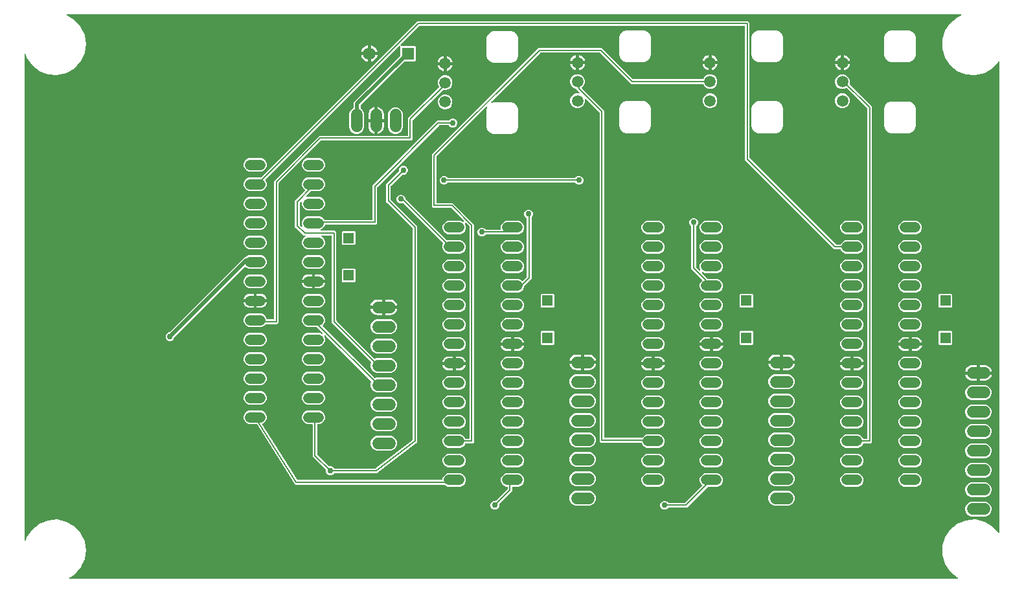
<source format=gbr>
G04 EAGLE Gerber RS-274X export*
G75*
%MOMM*%
%FSLAX34Y34*%
%LPD*%
%INBottom Copper*%
%IPPOS*%
%AMOC8*
5,1,8,0,0,1.08239X$1,22.5*%
G01*
%ADD10C,1.524000*%
%ADD11R,1.650000X1.650000*%
%ADD12C,1.650000*%
%ADD13C,1.320800*%
%ADD14R,1.397000X1.397000*%
%ADD15C,1.508000*%
%ADD16C,0.756400*%
%ADD17C,0.203200*%
%ADD18C,0.508000*%

G36*
X1229391Y73674D02*
X1229391Y73674D01*
X1229486Y73679D01*
X1229531Y73694D01*
X1229578Y73701D01*
X1229665Y73740D01*
X1229755Y73770D01*
X1229794Y73797D01*
X1229838Y73817D01*
X1229910Y73878D01*
X1229989Y73933D01*
X1230018Y73970D01*
X1230055Y74000D01*
X1230107Y74080D01*
X1230167Y74154D01*
X1230186Y74198D01*
X1230212Y74237D01*
X1230241Y74328D01*
X1230278Y74416D01*
X1230284Y74463D01*
X1230298Y74508D01*
X1230300Y74604D01*
X1230312Y74698D01*
X1230304Y74745D01*
X1230305Y74792D01*
X1230281Y74885D01*
X1230266Y74979D01*
X1230245Y75022D01*
X1230233Y75067D01*
X1230185Y75149D01*
X1230144Y75236D01*
X1230112Y75271D01*
X1230088Y75312D01*
X1230018Y75377D01*
X1229955Y75449D01*
X1229920Y75470D01*
X1229881Y75506D01*
X1229732Y75583D01*
X1229704Y75599D01*
X1220217Y83165D01*
X1213394Y93172D01*
X1209825Y104745D01*
X1209825Y116855D01*
X1213394Y128428D01*
X1220217Y138435D01*
X1229685Y145986D01*
X1240959Y150411D01*
X1253036Y151316D01*
X1264844Y148621D01*
X1275332Y142565D01*
X1283280Y133999D01*
X1283317Y133969D01*
X1283349Y133932D01*
X1283427Y133880D01*
X1283500Y133820D01*
X1283545Y133801D01*
X1283585Y133775D01*
X1283675Y133746D01*
X1283762Y133709D01*
X1283810Y133703D01*
X1283856Y133689D01*
X1283951Y133686D01*
X1284044Y133675D01*
X1284092Y133683D01*
X1284140Y133681D01*
X1284232Y133705D01*
X1284325Y133720D01*
X1284369Y133741D01*
X1284415Y133753D01*
X1284496Y133801D01*
X1284582Y133842D01*
X1284618Y133874D01*
X1284660Y133899D01*
X1284724Y133967D01*
X1284795Y134030D01*
X1284821Y134071D01*
X1284854Y134106D01*
X1284897Y134190D01*
X1284948Y134270D01*
X1284962Y134316D01*
X1284984Y134359D01*
X1284996Y134432D01*
X1285028Y134542D01*
X1285029Y134628D01*
X1285039Y134690D01*
X1285039Y749110D01*
X1285032Y749158D01*
X1285035Y749206D01*
X1285013Y749298D01*
X1284999Y749391D01*
X1284980Y749436D01*
X1284968Y749483D01*
X1284922Y749565D01*
X1284883Y749651D01*
X1284852Y749688D01*
X1284828Y749730D01*
X1284760Y749796D01*
X1284700Y749868D01*
X1284659Y749895D01*
X1284625Y749928D01*
X1284541Y749973D01*
X1284463Y750025D01*
X1284417Y750040D01*
X1284374Y750063D01*
X1284282Y750083D01*
X1284192Y750111D01*
X1284144Y750113D01*
X1284096Y750123D01*
X1284002Y750116D01*
X1283908Y750119D01*
X1283861Y750106D01*
X1283813Y750103D01*
X1283724Y750071D01*
X1283633Y750047D01*
X1283591Y750022D01*
X1283546Y750005D01*
X1283487Y749960D01*
X1283388Y749901D01*
X1283329Y749839D01*
X1283280Y749801D01*
X1275332Y741235D01*
X1264843Y735179D01*
X1253036Y732484D01*
X1240959Y733389D01*
X1229685Y737814D01*
X1220217Y745365D01*
X1213394Y755372D01*
X1209825Y766945D01*
X1209825Y779055D01*
X1213394Y790628D01*
X1220217Y800635D01*
X1229685Y808186D01*
X1234509Y810079D01*
X1234592Y810126D01*
X1234679Y810165D01*
X1234715Y810195D01*
X1234756Y810219D01*
X1234823Y810287D01*
X1234896Y810349D01*
X1234922Y810388D01*
X1234955Y810422D01*
X1235000Y810506D01*
X1235053Y810585D01*
X1235068Y810630D01*
X1235090Y810672D01*
X1235110Y810765D01*
X1235139Y810856D01*
X1235140Y810904D01*
X1235150Y810950D01*
X1235144Y811045D01*
X1235146Y811140D01*
X1235134Y811186D01*
X1235131Y811234D01*
X1235099Y811323D01*
X1235074Y811415D01*
X1235050Y811456D01*
X1235034Y811501D01*
X1234978Y811578D01*
X1234929Y811660D01*
X1234895Y811692D01*
X1234867Y811731D01*
X1234791Y811789D01*
X1234722Y811854D01*
X1234680Y811876D01*
X1234642Y811905D01*
X1234554Y811940D01*
X1234469Y811984D01*
X1234428Y811991D01*
X1234378Y812010D01*
X1234212Y812027D01*
X1234138Y812039D01*
X66522Y812039D01*
X66502Y812037D01*
X66483Y812039D01*
X66362Y812017D01*
X66240Y811999D01*
X66223Y811991D01*
X66203Y811988D01*
X66093Y811933D01*
X65981Y811883D01*
X65966Y811871D01*
X65948Y811862D01*
X65858Y811779D01*
X65764Y811700D01*
X65753Y811683D01*
X65739Y811670D01*
X65674Y811565D01*
X65606Y811463D01*
X65600Y811444D01*
X65590Y811428D01*
X65558Y811309D01*
X65521Y811192D01*
X65520Y811172D01*
X65515Y811153D01*
X65516Y811031D01*
X65513Y810908D01*
X65518Y810889D01*
X65518Y810869D01*
X65554Y810751D01*
X65585Y810633D01*
X65595Y810616D01*
X65601Y810597D01*
X65668Y810494D01*
X65730Y810388D01*
X65745Y810375D01*
X65755Y810358D01*
X65812Y810312D01*
X65938Y810194D01*
X65983Y810170D01*
X66014Y810145D01*
X75332Y804765D01*
X83569Y795887D01*
X88824Y784976D01*
X90629Y773000D01*
X88824Y761024D01*
X88039Y759394D01*
X88039Y759393D01*
X86572Y756348D01*
X86572Y756347D01*
X85594Y754317D01*
X84127Y751271D01*
X83569Y750113D01*
X75332Y741235D01*
X64844Y735179D01*
X53036Y732484D01*
X40959Y733389D01*
X29685Y737814D01*
X20217Y745365D01*
X13394Y755372D01*
X12146Y759418D01*
X12089Y759539D01*
X12035Y759660D01*
X12029Y759667D01*
X12025Y759675D01*
X11937Y759776D01*
X11851Y759877D01*
X11844Y759882D01*
X11838Y759889D01*
X11726Y759961D01*
X11615Y760034D01*
X11606Y760037D01*
X11598Y760042D01*
X11471Y760080D01*
X11344Y760120D01*
X11335Y760120D01*
X11326Y760123D01*
X11192Y760124D01*
X11060Y760127D01*
X11051Y760125D01*
X11041Y760125D01*
X10912Y760089D01*
X10785Y760056D01*
X10777Y760051D01*
X10768Y760048D01*
X10653Y759978D01*
X10540Y759910D01*
X10534Y759904D01*
X10526Y759899D01*
X10437Y759800D01*
X10346Y759703D01*
X10341Y759695D01*
X10335Y759688D01*
X10277Y759569D01*
X10216Y759450D01*
X10215Y759442D01*
X10210Y759432D01*
X10161Y759152D01*
X10164Y759136D01*
X10161Y759119D01*
X10161Y124681D01*
X10179Y124550D01*
X10196Y124417D01*
X10199Y124409D01*
X10201Y124400D01*
X10255Y124278D01*
X10307Y124156D01*
X10313Y124149D01*
X10317Y124140D01*
X10403Y124038D01*
X10487Y123936D01*
X10494Y123930D01*
X10500Y123923D01*
X10612Y123849D01*
X10720Y123774D01*
X10729Y123771D01*
X10737Y123766D01*
X10864Y123725D01*
X10990Y123683D01*
X10999Y123683D01*
X11008Y123680D01*
X11140Y123676D01*
X11274Y123671D01*
X11283Y123673D01*
X11292Y123673D01*
X11420Y123706D01*
X11550Y123737D01*
X11558Y123742D01*
X11567Y123744D01*
X11681Y123812D01*
X11797Y123878D01*
X11804Y123885D01*
X11812Y123890D01*
X11903Y123986D01*
X11996Y124082D01*
X11999Y124089D01*
X12006Y124097D01*
X12136Y124350D01*
X12139Y124367D01*
X12146Y124382D01*
X13394Y128428D01*
X20217Y138435D01*
X29685Y145986D01*
X40959Y150411D01*
X53036Y151316D01*
X64844Y148621D01*
X75332Y142565D01*
X83569Y133687D01*
X88824Y122776D01*
X90629Y110800D01*
X88824Y98824D01*
X88652Y98466D01*
X88651Y98466D01*
X88651Y98465D01*
X87674Y96435D01*
X87185Y95420D01*
X86207Y93389D01*
X85229Y91359D01*
X83762Y88313D01*
X83569Y87913D01*
X75332Y79035D01*
X69305Y75555D01*
X69290Y75543D01*
X69272Y75535D01*
X69178Y75456D01*
X69081Y75380D01*
X69070Y75364D01*
X69055Y75351D01*
X68987Y75249D01*
X68915Y75150D01*
X68908Y75131D01*
X68897Y75115D01*
X68860Y74998D01*
X68819Y74882D01*
X68817Y74862D01*
X68811Y74844D01*
X68808Y74721D01*
X68800Y74598D01*
X68805Y74579D01*
X68804Y74560D01*
X68835Y74441D01*
X68862Y74321D01*
X68871Y74303D01*
X68876Y74285D01*
X68939Y74179D01*
X68997Y74071D01*
X69011Y74057D01*
X69021Y74040D01*
X69111Y73956D01*
X69197Y73869D01*
X69214Y73859D01*
X69229Y73846D01*
X69338Y73790D01*
X69445Y73730D01*
X69464Y73725D01*
X69482Y73716D01*
X69554Y73704D01*
X69722Y73665D01*
X69773Y73667D01*
X69813Y73661D01*
X1229297Y73661D01*
X1229391Y73674D01*
G37*
%LPC*%
G36*
X1083578Y499163D02*
X1083578Y499163D01*
X1080404Y500478D01*
X1077974Y502908D01*
X1077470Y504125D01*
X1077469Y504126D01*
X1077469Y504127D01*
X1077397Y504248D01*
X1077326Y504369D01*
X1077324Y504370D01*
X1077324Y504372D01*
X1077220Y504469D01*
X1077119Y504565D01*
X1077118Y504565D01*
X1077116Y504566D01*
X1076991Y504631D01*
X1076866Y504695D01*
X1076865Y504695D01*
X1076863Y504696D01*
X1076848Y504698D01*
X1076587Y504750D01*
X1076557Y504747D01*
X1076532Y504751D01*
X1068712Y504751D01*
X951951Y621512D01*
X951951Y795936D01*
X951943Y795994D01*
X951945Y796052D01*
X951923Y796134D01*
X951911Y796218D01*
X951888Y796271D01*
X951873Y796327D01*
X951830Y796400D01*
X951795Y796477D01*
X951757Y796522D01*
X951728Y796572D01*
X951666Y796630D01*
X951612Y796694D01*
X951563Y796726D01*
X951520Y796766D01*
X951445Y796805D01*
X951375Y796852D01*
X951319Y796869D01*
X951267Y796896D01*
X951199Y796907D01*
X951104Y796937D01*
X951004Y796940D01*
X950936Y796951D01*
X526683Y796951D01*
X526597Y796939D01*
X526509Y796936D01*
X526457Y796919D01*
X526402Y796911D01*
X526322Y796876D01*
X526239Y796849D01*
X526200Y796821D01*
X526142Y796795D01*
X526029Y796699D01*
X525965Y796654D01*
X502057Y772746D01*
X502040Y772722D01*
X502017Y772703D01*
X501955Y772609D01*
X501887Y772519D01*
X501876Y772491D01*
X501860Y772467D01*
X501826Y772359D01*
X501785Y772253D01*
X501783Y772224D01*
X501774Y772196D01*
X501771Y772082D01*
X501762Y771970D01*
X501767Y771941D01*
X501767Y771912D01*
X501795Y771802D01*
X501818Y771691D01*
X501831Y771665D01*
X501839Y771637D01*
X501896Y771539D01*
X501949Y771439D01*
X501969Y771417D01*
X501984Y771392D01*
X502066Y771315D01*
X502144Y771233D01*
X502170Y771218D01*
X502191Y771198D01*
X502292Y771146D01*
X502390Y771089D01*
X502418Y771082D01*
X502444Y771068D01*
X502522Y771055D01*
X502665Y771019D01*
X502728Y771021D01*
X502775Y771013D01*
X520902Y771013D01*
X522093Y769822D01*
X522093Y751638D01*
X520902Y750447D01*
X507335Y750447D01*
X507248Y750435D01*
X507161Y750432D01*
X507108Y750415D01*
X507053Y750407D01*
X506973Y750372D01*
X506890Y750345D01*
X506851Y750317D01*
X506794Y750291D01*
X506680Y750195D01*
X506617Y750150D01*
X449870Y693403D01*
X449818Y693333D01*
X449758Y693270D01*
X449732Y693220D01*
X449699Y693176D01*
X449668Y693094D01*
X449628Y693016D01*
X449620Y692969D01*
X449598Y692910D01*
X449586Y692763D01*
X449573Y692685D01*
X449573Y689719D01*
X449585Y689632D01*
X449588Y689545D01*
X449605Y689492D01*
X449613Y689437D01*
X449648Y689357D01*
X449675Y689274D01*
X449703Y689235D01*
X449729Y689178D01*
X449825Y689065D01*
X449870Y689001D01*
X452683Y686188D01*
X454153Y682640D01*
X454153Y663560D01*
X452683Y660012D01*
X449968Y657297D01*
X446420Y655827D01*
X442580Y655827D01*
X439032Y657297D01*
X436317Y660012D01*
X434847Y663560D01*
X434847Y682640D01*
X436317Y686188D01*
X439032Y688903D01*
X439801Y689221D01*
X439802Y689222D01*
X439803Y689223D01*
X439922Y689293D01*
X440045Y689366D01*
X440046Y689367D01*
X440048Y689368D01*
X440145Y689472D01*
X440241Y689573D01*
X440241Y689574D01*
X440242Y689575D01*
X440307Y689701D01*
X440371Y689825D01*
X440371Y689827D01*
X440372Y689828D01*
X440374Y689843D01*
X440426Y690104D01*
X440423Y690135D01*
X440427Y690159D01*
X440427Y696894D01*
X501230Y757697D01*
X501282Y757767D01*
X501342Y757830D01*
X501368Y757880D01*
X501401Y757924D01*
X501432Y758006D01*
X501472Y758084D01*
X501480Y758131D01*
X501502Y758190D01*
X501514Y758337D01*
X501527Y758415D01*
X501527Y769765D01*
X501523Y769794D01*
X501526Y769823D01*
X501503Y769934D01*
X501487Y770046D01*
X501475Y770073D01*
X501470Y770102D01*
X501418Y770202D01*
X501371Y770306D01*
X501352Y770328D01*
X501339Y770354D01*
X501261Y770436D01*
X501188Y770523D01*
X501163Y770539D01*
X501143Y770560D01*
X501045Y770617D01*
X500951Y770680D01*
X500923Y770689D01*
X500898Y770704D01*
X500788Y770732D01*
X500680Y770766D01*
X500650Y770767D01*
X500622Y770774D01*
X500509Y770770D01*
X500396Y770773D01*
X500367Y770766D01*
X500338Y770765D01*
X500230Y770730D01*
X500121Y770701D01*
X500095Y770686D01*
X500067Y770677D01*
X500004Y770632D01*
X499876Y770556D01*
X499833Y770511D01*
X499794Y770483D01*
X325583Y596271D01*
X325548Y596225D01*
X325505Y596184D01*
X325462Y596111D01*
X325412Y596044D01*
X325391Y595989D01*
X325361Y595939D01*
X325341Y595857D01*
X325311Y595778D01*
X325306Y595720D01*
X325291Y595663D01*
X325294Y595579D01*
X325287Y595495D01*
X325299Y595438D01*
X325300Y595379D01*
X325326Y595299D01*
X325343Y595216D01*
X325370Y595164D01*
X325388Y595109D01*
X325428Y595053D01*
X325474Y594964D01*
X325543Y594892D01*
X325583Y594835D01*
X325826Y594592D01*
X327141Y591418D01*
X327141Y587982D01*
X325826Y584808D01*
X323396Y582378D01*
X320222Y581063D01*
X303578Y581063D01*
X300404Y582378D01*
X297974Y584808D01*
X296659Y587982D01*
X296659Y591418D01*
X297974Y594592D01*
X300404Y597022D01*
X303578Y598337D01*
X318605Y598337D01*
X318691Y598349D01*
X318779Y598352D01*
X318831Y598369D01*
X318886Y598377D01*
X318966Y598412D01*
X319049Y598439D01*
X319088Y598467D01*
X319146Y598493D01*
X319259Y598589D01*
X319323Y598634D01*
X521654Y800965D01*
X523737Y803049D01*
X956263Y803049D01*
X958049Y801263D01*
X958049Y624458D01*
X958061Y624372D01*
X958064Y624284D01*
X958081Y624232D01*
X958089Y624177D01*
X958124Y624097D01*
X958151Y624014D01*
X958179Y623975D01*
X958205Y623917D01*
X958301Y623804D01*
X958346Y623740D01*
X1070940Y511146D01*
X1071010Y511094D01*
X1071074Y511034D01*
X1071124Y511008D01*
X1071168Y510975D01*
X1071249Y510944D01*
X1071327Y510904D01*
X1071375Y510896D01*
X1071433Y510874D01*
X1071581Y510862D01*
X1071658Y510849D01*
X1076532Y510849D01*
X1076534Y510849D01*
X1076535Y510849D01*
X1076675Y510869D01*
X1076814Y510889D01*
X1076815Y510889D01*
X1076817Y510889D01*
X1076943Y510946D01*
X1077073Y511005D01*
X1077074Y511006D01*
X1077076Y511007D01*
X1077183Y511098D01*
X1077290Y511188D01*
X1077291Y511190D01*
X1077292Y511191D01*
X1077300Y511204D01*
X1077448Y511425D01*
X1077457Y511454D01*
X1077470Y511475D01*
X1077974Y512692D01*
X1080404Y515122D01*
X1083578Y516437D01*
X1100222Y516437D01*
X1103396Y515122D01*
X1105826Y512692D01*
X1107141Y509518D01*
X1107141Y506082D01*
X1105826Y502908D01*
X1103396Y500478D01*
X1100222Y499163D01*
X1083578Y499163D01*
G37*
%LPD*%
%LPC*%
G36*
X563578Y245163D02*
X563578Y245163D01*
X560404Y246478D01*
X557974Y248908D01*
X556659Y252082D01*
X556659Y255518D01*
X557974Y258692D01*
X560404Y261122D01*
X563578Y262437D01*
X580222Y262437D01*
X583396Y261122D01*
X585826Y258692D01*
X586330Y257475D01*
X586331Y257474D01*
X586331Y257473D01*
X586403Y257352D01*
X586474Y257231D01*
X586476Y257230D01*
X586476Y257228D01*
X586580Y257131D01*
X586681Y257035D01*
X586682Y257035D01*
X586684Y257034D01*
X586809Y256969D01*
X586934Y256905D01*
X586935Y256905D01*
X586937Y256904D01*
X586952Y256902D01*
X587213Y256850D01*
X587243Y256853D01*
X587268Y256849D01*
X590936Y256849D01*
X590994Y256857D01*
X591052Y256855D01*
X591134Y256877D01*
X591218Y256889D01*
X591271Y256912D01*
X591327Y256927D01*
X591400Y256970D01*
X591477Y257005D01*
X591522Y257043D01*
X591572Y257072D01*
X591630Y257134D01*
X591694Y257188D01*
X591726Y257237D01*
X591766Y257280D01*
X591805Y257355D01*
X591852Y257425D01*
X591869Y257481D01*
X591896Y257533D01*
X591907Y257601D01*
X591937Y257696D01*
X591940Y257796D01*
X591951Y257864D01*
X591951Y534267D01*
X591939Y534353D01*
X591936Y534441D01*
X591919Y534493D01*
X591911Y534548D01*
X591876Y534628D01*
X591849Y534711D01*
X591821Y534750D01*
X591795Y534808D01*
X591699Y534921D01*
X591654Y534985D01*
X587511Y539127D01*
X587443Y539179D01*
X587380Y539238D01*
X587330Y539264D01*
X587284Y539298D01*
X587204Y539329D01*
X587128Y539368D01*
X587072Y539379D01*
X587019Y539399D01*
X586933Y539406D01*
X586849Y539423D01*
X586792Y539418D01*
X586735Y539423D01*
X586651Y539406D01*
X586565Y539398D01*
X586512Y539378D01*
X586456Y539367D01*
X586380Y539327D01*
X586300Y539296D01*
X586255Y539262D01*
X586204Y539236D01*
X586142Y539177D01*
X586073Y539125D01*
X586039Y539079D01*
X585998Y539040D01*
X585955Y538966D01*
X585903Y538897D01*
X585883Y538844D01*
X585854Y538795D01*
X585833Y538712D01*
X585803Y538631D01*
X585798Y538574D01*
X585784Y538519D01*
X585787Y538434D01*
X585780Y538348D01*
X585791Y538299D01*
X585793Y538235D01*
X585838Y538097D01*
X585856Y538021D01*
X587141Y534918D01*
X587141Y531482D01*
X585826Y528308D01*
X583396Y525878D01*
X580222Y524563D01*
X563578Y524563D01*
X560404Y525878D01*
X557974Y528308D01*
X556659Y531482D01*
X556659Y534918D01*
X557974Y538092D01*
X560404Y540522D01*
X563578Y541837D01*
X580222Y541837D01*
X583325Y540552D01*
X583408Y540530D01*
X583488Y540499D01*
X583545Y540495D01*
X583600Y540481D01*
X583686Y540483D01*
X583771Y540476D01*
X583827Y540487D01*
X583884Y540489D01*
X583966Y540515D01*
X584050Y540532D01*
X584101Y540558D01*
X584155Y540575D01*
X584226Y540623D01*
X584303Y540663D01*
X584344Y540702D01*
X584391Y540734D01*
X584446Y540799D01*
X584509Y540859D01*
X584537Y540908D01*
X584574Y540951D01*
X584609Y541030D01*
X584652Y541104D01*
X584666Y541159D01*
X584690Y541211D01*
X584701Y541296D01*
X584722Y541379D01*
X584721Y541436D01*
X584728Y541493D01*
X584716Y541578D01*
X584713Y541664D01*
X584696Y541718D01*
X584688Y541774D01*
X584652Y541852D01*
X584626Y541934D01*
X584597Y541974D01*
X584571Y542033D01*
X584477Y542144D01*
X584431Y542207D01*
X568010Y558629D01*
X567940Y558681D01*
X567876Y558741D01*
X567826Y558767D01*
X567782Y558800D01*
X567701Y558831D01*
X567623Y558871D01*
X567575Y558879D01*
X567517Y558901D01*
X567369Y558913D01*
X567292Y558926D01*
X544467Y558926D01*
X542681Y560712D01*
X542681Y628818D01*
X681912Y768049D01*
X764913Y768049D01*
X805615Y727346D01*
X805685Y727294D01*
X805749Y727234D01*
X805799Y727208D01*
X805843Y727175D01*
X805924Y727144D01*
X806002Y727104D01*
X806050Y727096D01*
X806108Y727074D01*
X806256Y727062D01*
X806333Y727049D01*
X896580Y727049D01*
X896581Y727049D01*
X896583Y727049D01*
X896722Y727069D01*
X896861Y727089D01*
X896863Y727089D01*
X896864Y727089D01*
X896990Y727146D01*
X897121Y727205D01*
X897122Y727206D01*
X897123Y727207D01*
X897230Y727298D01*
X897338Y727388D01*
X897338Y727390D01*
X897340Y727391D01*
X897348Y727404D01*
X897495Y727625D01*
X897504Y727654D01*
X897518Y727675D01*
X898241Y729423D01*
X900934Y732115D01*
X904453Y733573D01*
X908261Y733573D01*
X911779Y732115D01*
X914472Y729423D01*
X915929Y725904D01*
X915929Y722096D01*
X914472Y718577D01*
X911779Y715885D01*
X908261Y714427D01*
X904453Y714427D01*
X900934Y715885D01*
X898241Y718577D01*
X897518Y720325D01*
X897517Y720326D01*
X897516Y720327D01*
X897446Y720446D01*
X897373Y720569D01*
X897372Y720570D01*
X897371Y720572D01*
X897267Y720669D01*
X897166Y720765D01*
X897165Y720765D01*
X897164Y720766D01*
X897038Y720831D01*
X896914Y720895D01*
X896912Y720895D01*
X896911Y720896D01*
X896896Y720898D01*
X896635Y720950D01*
X896604Y720947D01*
X896580Y720951D01*
X803387Y720951D01*
X762685Y761654D01*
X762615Y761706D01*
X762551Y761766D01*
X762501Y761792D01*
X762457Y761825D01*
X762376Y761856D01*
X762298Y761896D01*
X762250Y761904D01*
X762192Y761926D01*
X762044Y761938D01*
X761967Y761951D01*
X684858Y761951D01*
X684772Y761939D01*
X684684Y761936D01*
X684632Y761919D01*
X684577Y761911D01*
X684497Y761876D01*
X684414Y761849D01*
X684375Y761821D01*
X684317Y761795D01*
X684204Y761699D01*
X684140Y761654D01*
X620539Y698053D01*
X620488Y697984D01*
X620429Y697921D01*
X620402Y697871D01*
X620368Y697825D01*
X620338Y697745D01*
X620298Y697669D01*
X620287Y697613D01*
X620267Y697560D01*
X620260Y697474D01*
X620243Y697390D01*
X620248Y697333D01*
X620243Y697276D01*
X620260Y697192D01*
X620268Y697107D01*
X620288Y697054D01*
X620299Y696998D01*
X620339Y696921D01*
X620370Y696841D01*
X620404Y696796D01*
X620430Y696745D01*
X620489Y696683D01*
X620541Y696615D01*
X620587Y696581D01*
X620626Y696539D01*
X620700Y696496D01*
X620769Y696444D01*
X620822Y696424D01*
X620871Y696396D01*
X620955Y696374D01*
X621035Y696344D01*
X621092Y696339D01*
X621147Y696325D01*
X621233Y696328D01*
X621318Y696321D01*
X621367Y696332D01*
X621431Y696335D01*
X621569Y696379D01*
X621646Y696397D01*
X622923Y696926D01*
X647217Y696926D01*
X651185Y695282D01*
X654222Y692245D01*
X655866Y688277D01*
X655866Y663983D01*
X654222Y660015D01*
X651185Y656978D01*
X647217Y655334D01*
X622923Y655334D01*
X618955Y656978D01*
X615918Y660015D01*
X614274Y663983D01*
X614274Y688277D01*
X614803Y689554D01*
X614825Y689638D01*
X614855Y689718D01*
X614860Y689775D01*
X614874Y689830D01*
X614872Y689916D01*
X614879Y690001D01*
X614868Y690057D01*
X614866Y690114D01*
X614840Y690196D01*
X614823Y690280D01*
X614797Y690330D01*
X614779Y690385D01*
X614731Y690456D01*
X614692Y690532D01*
X614653Y690573D01*
X614621Y690621D01*
X614555Y690676D01*
X614496Y690738D01*
X614447Y690767D01*
X614404Y690804D01*
X614325Y690839D01*
X614251Y690882D01*
X614196Y690896D01*
X614144Y690919D01*
X614059Y690931D01*
X613975Y690952D01*
X613919Y690950D01*
X613862Y690958D01*
X613777Y690946D01*
X613691Y690943D01*
X613637Y690926D01*
X613581Y690918D01*
X613502Y690882D01*
X613421Y690856D01*
X613381Y690827D01*
X613322Y690800D01*
X613211Y690706D01*
X613147Y690661D01*
X549076Y626590D01*
X549024Y626520D01*
X548964Y626456D01*
X548939Y626407D01*
X548905Y626362D01*
X548874Y626281D01*
X548834Y626203D01*
X548826Y626155D01*
X548804Y626097D01*
X548792Y625949D01*
X548779Y625872D01*
X548779Y566039D01*
X548787Y565984D01*
X548786Y565941D01*
X548786Y565939D01*
X548786Y565923D01*
X548807Y565841D01*
X548819Y565757D01*
X548843Y565704D01*
X548857Y565648D01*
X548900Y565575D01*
X548935Y565498D01*
X548973Y565453D01*
X549003Y565403D01*
X549064Y565345D01*
X549119Y565281D01*
X549167Y565249D01*
X549210Y565209D01*
X549285Y565170D01*
X549355Y565123D01*
X549411Y565106D01*
X549463Y565079D01*
X549531Y565068D01*
X549626Y565038D01*
X549726Y565035D01*
X549794Y565024D01*
X570238Y565024D01*
X598049Y537213D01*
X598049Y252537D01*
X596263Y250751D01*
X587268Y250751D01*
X587266Y250751D01*
X587265Y250751D01*
X587125Y250731D01*
X586986Y250711D01*
X586985Y250711D01*
X586983Y250711D01*
X586857Y250654D01*
X586727Y250595D01*
X586726Y250594D01*
X586724Y250593D01*
X586617Y250502D01*
X586510Y250412D01*
X586509Y250410D01*
X586508Y250409D01*
X586500Y250396D01*
X586352Y250175D01*
X586343Y250146D01*
X586330Y250125D01*
X585826Y248908D01*
X583396Y246478D01*
X580222Y245163D01*
X563578Y245163D01*
G37*
%LPD*%
%LPC*%
G36*
X470460Y343047D02*
X470460Y343047D01*
X466912Y344517D01*
X464197Y347232D01*
X462727Y350780D01*
X462727Y354620D01*
X463446Y356356D01*
X463447Y356357D01*
X463447Y356359D01*
X463482Y356493D01*
X463517Y356631D01*
X463517Y356633D01*
X463518Y356634D01*
X463513Y356775D01*
X463509Y356915D01*
X463509Y356917D01*
X463509Y356918D01*
X463466Y357051D01*
X463422Y357186D01*
X463422Y357187D01*
X463421Y357189D01*
X463412Y357201D01*
X463264Y357422D01*
X463241Y357442D01*
X463226Y357462D01*
X411951Y408737D01*
X411951Y521936D01*
X411943Y521994D01*
X411945Y522052D01*
X411923Y522134D01*
X411911Y522218D01*
X411888Y522271D01*
X411873Y522327D01*
X411830Y522400D01*
X411795Y522477D01*
X411757Y522522D01*
X411728Y522572D01*
X411666Y522630D01*
X411612Y522694D01*
X411563Y522726D01*
X411520Y522766D01*
X411445Y522805D01*
X411375Y522852D01*
X411319Y522869D01*
X411267Y522896D01*
X411199Y522907D01*
X411104Y522937D01*
X411004Y522940D01*
X410936Y522951D01*
X399559Y522951D01*
X399474Y522939D01*
X399388Y522937D01*
X399334Y522919D01*
X399278Y522911D01*
X399200Y522876D01*
X399118Y522850D01*
X399070Y522818D01*
X399019Y522795D01*
X398953Y522740D01*
X398882Y522692D01*
X398845Y522648D01*
X398802Y522612D01*
X398754Y522540D01*
X398699Y522474D01*
X398676Y522422D01*
X398644Y522375D01*
X398618Y522293D01*
X398583Y522214D01*
X398575Y522158D01*
X398558Y522104D01*
X398556Y522018D01*
X398544Y521933D01*
X398552Y521877D01*
X398551Y521820D01*
X398573Y521737D01*
X398585Y521651D01*
X398608Y521600D01*
X398623Y521545D01*
X398667Y521471D01*
X398702Y521392D01*
X398739Y521349D01*
X398768Y521300D01*
X398831Y521241D01*
X398886Y521176D01*
X398928Y521150D01*
X398975Y521106D01*
X399104Y521040D01*
X399171Y520998D01*
X399596Y520822D01*
X402026Y518392D01*
X403341Y515218D01*
X403341Y511782D01*
X402026Y508608D01*
X399596Y506178D01*
X396422Y504863D01*
X379778Y504863D01*
X376604Y506178D01*
X374174Y508608D01*
X372859Y511782D01*
X372859Y515218D01*
X374174Y518392D01*
X376604Y520822D01*
X376987Y520981D01*
X377084Y521038D01*
X377183Y521089D01*
X377205Y521110D01*
X377232Y521125D01*
X377309Y521207D01*
X377391Y521284D01*
X377406Y521310D01*
X377427Y521332D01*
X377478Y521432D01*
X377535Y521528D01*
X377543Y521558D01*
X377557Y521584D01*
X377579Y521695D01*
X377607Y521804D01*
X377606Y521834D01*
X377612Y521863D01*
X377602Y521975D01*
X377599Y522088D01*
X377590Y522117D01*
X377587Y522147D01*
X377547Y522251D01*
X377513Y522359D01*
X377496Y522384D01*
X377485Y522412D01*
X377418Y522502D01*
X377355Y522595D01*
X377332Y522615D01*
X377314Y522639D01*
X377224Y522706D01*
X377138Y522778D01*
X377110Y522791D01*
X377086Y522809D01*
X376981Y522848D01*
X376878Y522894D01*
X376851Y522897D01*
X376820Y522909D01*
X376577Y522929D01*
X376545Y522932D01*
X375629Y522884D01*
X374745Y523769D01*
X374721Y523786D01*
X374706Y523805D01*
X365945Y531691D01*
X365894Y531725D01*
X365850Y531766D01*
X365777Y531804D01*
X365709Y531849D01*
X365651Y531868D01*
X365640Y531874D01*
X364745Y532769D01*
X364721Y532786D01*
X364706Y532805D01*
X363776Y533642D01*
X363776Y534893D01*
X363772Y534923D01*
X363775Y534947D01*
X363709Y536205D01*
X363721Y536228D01*
X363732Y536295D01*
X363761Y536387D01*
X363765Y536490D01*
X363776Y536559D01*
X363776Y568088D01*
X365859Y570171D01*
X365860Y570171D01*
X376617Y580929D01*
X376652Y580975D01*
X376695Y581016D01*
X376737Y581089D01*
X376788Y581156D01*
X376809Y581211D01*
X376839Y581261D01*
X376859Y581343D01*
X376889Y581422D01*
X376894Y581480D01*
X376909Y581537D01*
X376906Y581621D01*
X376913Y581705D01*
X376901Y581762D01*
X376900Y581821D01*
X376874Y581901D01*
X376857Y581984D01*
X376830Y582036D01*
X376812Y582091D01*
X376772Y582147D01*
X376726Y582236D01*
X376657Y582308D01*
X376617Y582365D01*
X374174Y584808D01*
X372859Y587982D01*
X372859Y591418D01*
X374174Y594592D01*
X376604Y597022D01*
X379778Y598337D01*
X396422Y598337D01*
X399596Y597022D01*
X402026Y594592D01*
X403341Y591418D01*
X403341Y587982D01*
X402026Y584808D01*
X399596Y582378D01*
X396422Y581063D01*
X385795Y581063D01*
X385709Y581051D01*
X385621Y581048D01*
X385569Y581031D01*
X385514Y581023D01*
X385434Y580988D01*
X385351Y580961D01*
X385312Y580933D01*
X385254Y580907D01*
X385141Y580811D01*
X385077Y580766D01*
X378981Y574670D01*
X378964Y574646D01*
X378941Y574627D01*
X378878Y574533D01*
X378811Y574443D01*
X378800Y574415D01*
X378784Y574391D01*
X378749Y574282D01*
X378709Y574177D01*
X378707Y574148D01*
X378698Y574120D01*
X378695Y574006D01*
X378686Y573894D01*
X378691Y573865D01*
X378691Y573836D01*
X378719Y573726D01*
X378742Y573615D01*
X378755Y573589D01*
X378763Y573561D01*
X378820Y573463D01*
X378873Y573363D01*
X378893Y573341D01*
X378908Y573316D01*
X378990Y573239D01*
X379068Y573157D01*
X379094Y573142D01*
X379115Y573122D01*
X379216Y573070D01*
X379314Y573013D01*
X379342Y573006D01*
X379368Y572992D01*
X379446Y572979D01*
X379589Y572943D01*
X379652Y572945D01*
X379699Y572937D01*
X396422Y572937D01*
X399596Y571622D01*
X402026Y569192D01*
X403341Y566018D01*
X403341Y562582D01*
X402026Y559408D01*
X399596Y556978D01*
X396422Y555663D01*
X379778Y555663D01*
X376604Y556978D01*
X374174Y559408D01*
X372859Y562582D01*
X372859Y566097D01*
X372855Y566126D01*
X372858Y566155D01*
X372835Y566266D01*
X372819Y566378D01*
X372807Y566405D01*
X372802Y566434D01*
X372749Y566534D01*
X372703Y566638D01*
X372684Y566660D01*
X372671Y566686D01*
X372593Y566768D01*
X372520Y566855D01*
X372495Y566871D01*
X372475Y566892D01*
X372377Y566949D01*
X372283Y567012D01*
X372255Y567021D01*
X372230Y567036D01*
X372120Y567064D01*
X372012Y567098D01*
X371982Y567099D01*
X371954Y567106D01*
X371841Y567102D01*
X371728Y567105D01*
X371699Y567098D01*
X371670Y567097D01*
X371562Y567062D01*
X371453Y567033D01*
X371427Y567019D01*
X371399Y567009D01*
X371335Y566964D01*
X371208Y566888D01*
X371165Y566843D01*
X371126Y566815D01*
X370171Y565860D01*
X370119Y565790D01*
X370059Y565726D01*
X370033Y565676D01*
X370000Y565632D01*
X369969Y565551D01*
X369929Y565473D01*
X369921Y565425D01*
X369899Y565367D01*
X369887Y565219D01*
X369874Y565142D01*
X369874Y536810D01*
X369890Y536697D01*
X369899Y536584D01*
X369910Y536557D01*
X369914Y536528D01*
X369960Y536425D01*
X370001Y536318D01*
X370017Y536298D01*
X370030Y536269D01*
X370196Y536073D01*
X370210Y536055D01*
X371845Y534584D01*
X371894Y534551D01*
X371937Y534510D01*
X372012Y534472D01*
X372081Y534425D01*
X372137Y534407D01*
X372190Y534380D01*
X372272Y534364D01*
X372351Y534338D01*
X372411Y534336D01*
X372469Y534325D01*
X372552Y534332D01*
X372636Y534329D01*
X372693Y534344D01*
X372752Y534349D01*
X372830Y534379D01*
X372911Y534400D01*
X372962Y534430D01*
X373018Y534451D01*
X373084Y534501D01*
X373156Y534544D01*
X373197Y534587D01*
X373244Y534623D01*
X373294Y534690D01*
X373352Y534750D01*
X373379Y534803D01*
X373414Y534850D01*
X373444Y534929D01*
X373482Y535003D01*
X373494Y535061D01*
X373515Y535116D01*
X373521Y535200D01*
X373538Y535281D01*
X373533Y535341D01*
X373537Y535400D01*
X373522Y535467D01*
X373514Y535565D01*
X373478Y535659D01*
X373462Y535727D01*
X372859Y537182D01*
X372859Y540618D01*
X374174Y543792D01*
X376604Y546222D01*
X379778Y547537D01*
X396422Y547537D01*
X399596Y546222D01*
X402026Y543792D01*
X402074Y543675D01*
X402075Y543674D01*
X402075Y543673D01*
X402146Y543554D01*
X402219Y543431D01*
X402220Y543430D01*
X402221Y543428D01*
X402325Y543330D01*
X402425Y543235D01*
X402427Y543235D01*
X402428Y543234D01*
X402554Y543169D01*
X402678Y543105D01*
X402680Y543105D01*
X402681Y543104D01*
X402696Y543102D01*
X402957Y543050D01*
X402988Y543053D01*
X403012Y543049D01*
X464186Y543049D01*
X464244Y543057D01*
X464302Y543055D01*
X464384Y543077D01*
X464468Y543089D01*
X464521Y543112D01*
X464577Y543127D01*
X464650Y543170D01*
X464727Y543205D01*
X464772Y543243D01*
X464822Y543272D01*
X464880Y543334D01*
X464944Y543388D01*
X464976Y543437D01*
X465016Y543480D01*
X465055Y543555D01*
X465102Y543625D01*
X465119Y543681D01*
X465146Y543733D01*
X465157Y543801D01*
X465187Y543896D01*
X465190Y543996D01*
X465201Y544064D01*
X465201Y588563D01*
X549687Y673049D01*
X564405Y673049D01*
X564492Y673061D01*
X564579Y673064D01*
X564632Y673081D01*
X564686Y673089D01*
X564766Y673124D01*
X564849Y673151D01*
X564889Y673179D01*
X564946Y673205D01*
X565059Y673301D01*
X565123Y673346D01*
X566706Y674929D01*
X568843Y675815D01*
X571157Y675815D01*
X573294Y674929D01*
X574929Y673294D01*
X575815Y671157D01*
X575815Y668843D01*
X574929Y666706D01*
X573294Y665071D01*
X571157Y664185D01*
X568843Y664185D01*
X566706Y665071D01*
X565123Y666654D01*
X565053Y666706D01*
X564989Y666766D01*
X564940Y666792D01*
X564896Y666825D01*
X564814Y666856D01*
X564736Y666896D01*
X564688Y666904D01*
X564630Y666926D01*
X564482Y666938D01*
X564405Y666951D01*
X552633Y666951D01*
X552547Y666939D01*
X552459Y666936D01*
X552407Y666919D01*
X552352Y666911D01*
X552272Y666876D01*
X552189Y666849D01*
X552150Y666821D01*
X552092Y666795D01*
X551979Y666699D01*
X551915Y666654D01*
X471596Y586335D01*
X471544Y586265D01*
X471484Y586201D01*
X471458Y586151D01*
X471425Y586107D01*
X471394Y586026D01*
X471354Y585948D01*
X471346Y585900D01*
X471324Y585842D01*
X471312Y585694D01*
X471299Y585617D01*
X471299Y538737D01*
X469513Y536951D01*
X403924Y536951D01*
X403922Y536951D01*
X403920Y536951D01*
X403781Y536931D01*
X403642Y536911D01*
X403641Y536911D01*
X403639Y536911D01*
X403513Y536854D01*
X403383Y536795D01*
X403381Y536794D01*
X403380Y536793D01*
X403273Y536702D01*
X403166Y536612D01*
X403165Y536610D01*
X403164Y536609D01*
X403155Y536596D01*
X403008Y536375D01*
X402999Y536346D01*
X402986Y536325D01*
X402026Y534008D01*
X399596Y531578D01*
X398205Y531002D01*
X398131Y530958D01*
X398053Y530923D01*
X398009Y530886D01*
X397960Y530857D01*
X397901Y530795D01*
X397836Y530739D01*
X397804Y530692D01*
X397765Y530651D01*
X397726Y530574D01*
X397678Y530503D01*
X397661Y530448D01*
X397635Y530398D01*
X397618Y530314D01*
X397592Y530232D01*
X397591Y530175D01*
X397580Y530119D01*
X397587Y530034D01*
X397585Y529948D01*
X397600Y529893D01*
X397604Y529836D01*
X397635Y529756D01*
X397657Y529673D01*
X397686Y529624D01*
X397706Y529571D01*
X397758Y529502D01*
X397802Y529428D01*
X397844Y529389D01*
X397878Y529344D01*
X397947Y529292D01*
X398010Y529234D01*
X398060Y529208D01*
X398106Y529174D01*
X398186Y529143D01*
X398263Y529104D01*
X398311Y529096D01*
X398372Y529073D01*
X398516Y529062D01*
X398594Y529049D01*
X416263Y529049D01*
X418049Y527263D01*
X418049Y411683D01*
X418056Y411634D01*
X418055Y411623D01*
X418060Y411607D01*
X418061Y411597D01*
X418064Y411509D01*
X418081Y411457D01*
X418089Y411402D01*
X418124Y411322D01*
X418151Y411239D01*
X418179Y411200D01*
X418205Y411142D01*
X418301Y411029D01*
X418346Y410965D01*
X467505Y361807D01*
X467506Y361806D01*
X467507Y361805D01*
X467625Y361716D01*
X467732Y361636D01*
X467733Y361636D01*
X467735Y361635D01*
X467871Y361583D01*
X467997Y361535D01*
X467999Y361535D01*
X468001Y361534D01*
X468145Y361523D01*
X468281Y361511D01*
X468282Y361512D01*
X468284Y361511D01*
X468299Y361515D01*
X468559Y361567D01*
X468587Y361581D01*
X468611Y361587D01*
X470460Y362353D01*
X489540Y362353D01*
X493088Y360883D01*
X495803Y358168D01*
X497273Y354620D01*
X497273Y350780D01*
X495803Y347232D01*
X493088Y344517D01*
X489540Y343047D01*
X470460Y343047D01*
G37*
%LPD*%
%LPC*%
G36*
X823578Y245163D02*
X823578Y245163D01*
X820404Y246478D01*
X817974Y248908D01*
X816973Y251325D01*
X816972Y251326D01*
X816972Y251327D01*
X816902Y251446D01*
X816829Y251569D01*
X816827Y251570D01*
X816827Y251572D01*
X816723Y251669D01*
X816622Y251765D01*
X816620Y251765D01*
X816619Y251766D01*
X816493Y251831D01*
X816369Y251895D01*
X816368Y251895D01*
X816366Y251896D01*
X816351Y251898D01*
X816090Y251950D01*
X816060Y251947D01*
X816035Y251951D01*
X763737Y251951D01*
X761951Y253737D01*
X761951Y683317D01*
X761939Y683403D01*
X761936Y683491D01*
X761919Y683543D01*
X761911Y683598D01*
X761876Y683678D01*
X761849Y683761D01*
X761821Y683800D01*
X761795Y683858D01*
X761699Y683971D01*
X761654Y684035D01*
X744519Y701169D01*
X744496Y701187D01*
X744477Y701209D01*
X744383Y701272D01*
X744292Y701340D01*
X744265Y701351D01*
X744240Y701367D01*
X744132Y701401D01*
X744026Y701441D01*
X743997Y701444D01*
X743969Y701453D01*
X743856Y701456D01*
X743743Y701465D01*
X743714Y701459D01*
X743685Y701460D01*
X743575Y701431D01*
X743464Y701409D01*
X743438Y701396D01*
X743410Y701388D01*
X743313Y701330D01*
X743212Y701278D01*
X743191Y701258D01*
X743165Y701243D01*
X743088Y701160D01*
X743006Y701082D01*
X742991Y701057D01*
X742971Y701036D01*
X742919Y700935D01*
X742862Y700837D01*
X742855Y700809D01*
X742842Y700782D01*
X742829Y700705D01*
X742792Y700561D01*
X742794Y700499D01*
X742786Y700451D01*
X742786Y697096D01*
X741329Y693577D01*
X738636Y690885D01*
X735117Y689427D01*
X731309Y689427D01*
X727791Y690885D01*
X725098Y693577D01*
X723641Y697096D01*
X723641Y700904D01*
X725098Y704423D01*
X727791Y707115D01*
X731309Y708573D01*
X734665Y708573D01*
X734694Y708577D01*
X734723Y708574D01*
X734834Y708597D01*
X734946Y708613D01*
X734973Y708625D01*
X735002Y708630D01*
X735102Y708683D01*
X735206Y708729D01*
X735228Y708748D01*
X735254Y708761D01*
X735336Y708839D01*
X735423Y708912D01*
X735439Y708937D01*
X735460Y708957D01*
X735517Y709055D01*
X735580Y709149D01*
X735589Y709177D01*
X735604Y709202D01*
X735632Y709312D01*
X735666Y709420D01*
X735667Y709450D01*
X735674Y709478D01*
X735670Y709591D01*
X735673Y709704D01*
X735666Y709733D01*
X735665Y709762D01*
X735630Y709870D01*
X735601Y709979D01*
X735587Y710005D01*
X735577Y710033D01*
X735532Y710097D01*
X735456Y710224D01*
X735411Y710267D01*
X735383Y710306D01*
X734035Y711654D01*
X734034Y711654D01*
X731902Y713786D01*
X731854Y713892D01*
X731795Y714024D01*
X731794Y714025D01*
X731793Y714027D01*
X731702Y714134D01*
X731612Y714241D01*
X731610Y714242D01*
X731609Y714243D01*
X731596Y714251D01*
X731375Y714398D01*
X731346Y714408D01*
X731325Y714421D01*
X727791Y715885D01*
X725098Y718577D01*
X723641Y722096D01*
X723641Y725904D01*
X725098Y729423D01*
X727791Y732115D01*
X731309Y733573D01*
X735117Y733573D01*
X738636Y732115D01*
X741329Y729423D01*
X742786Y725904D01*
X742786Y722096D01*
X741329Y718577D01*
X739249Y716498D01*
X739214Y716451D01*
X739172Y716411D01*
X739129Y716338D01*
X739078Y716271D01*
X739058Y716216D01*
X739028Y716166D01*
X739007Y716084D01*
X738977Y716005D01*
X738972Y715947D01*
X738958Y715890D01*
X738961Y715806D01*
X738954Y715722D01*
X738965Y715665D01*
X738967Y715606D01*
X738993Y715526D01*
X739009Y715443D01*
X739036Y715391D01*
X739054Y715336D01*
X739094Y715279D01*
X739140Y715191D01*
X739209Y715118D01*
X739249Y715062D01*
X768049Y686263D01*
X768049Y259064D01*
X768057Y259006D01*
X768055Y258948D01*
X768077Y258866D01*
X768089Y258782D01*
X768112Y258729D01*
X768127Y258673D01*
X768170Y258600D01*
X768205Y258523D01*
X768243Y258478D01*
X768272Y258428D01*
X768334Y258370D01*
X768388Y258306D01*
X768437Y258274D01*
X768480Y258234D01*
X768555Y258195D01*
X768625Y258148D01*
X768681Y258131D01*
X768733Y258104D01*
X768801Y258093D01*
X768896Y258063D01*
X768996Y258060D01*
X769064Y258049D01*
X817029Y258049D01*
X817031Y258049D01*
X817032Y258049D01*
X817175Y258069D01*
X817311Y258089D01*
X817312Y258089D01*
X817314Y258089D01*
X817443Y258148D01*
X817570Y258205D01*
X817571Y258206D01*
X817573Y258207D01*
X817679Y258297D01*
X817787Y258388D01*
X817788Y258390D01*
X817789Y258391D01*
X817797Y258404D01*
X817945Y258625D01*
X817954Y258654D01*
X817967Y258676D01*
X817974Y258692D01*
X820404Y261122D01*
X823578Y262437D01*
X840222Y262437D01*
X843396Y261122D01*
X845826Y258692D01*
X847141Y255518D01*
X847141Y252082D01*
X845826Y248908D01*
X843396Y246478D01*
X840222Y245163D01*
X823578Y245163D01*
G37*
%LPD*%
%LPC*%
G36*
X408843Y209185D02*
X408843Y209185D01*
X406706Y210071D01*
X405071Y211706D01*
X404185Y213843D01*
X404185Y216083D01*
X404173Y216169D01*
X404170Y216257D01*
X404153Y216309D01*
X404145Y216364D01*
X404110Y216444D01*
X404083Y216527D01*
X404055Y216566D01*
X404029Y216624D01*
X403933Y216737D01*
X403888Y216801D01*
X389035Y231654D01*
X389034Y231654D01*
X386951Y233737D01*
X386951Y275248D01*
X386943Y275306D01*
X386945Y275364D01*
X386923Y275446D01*
X386911Y275530D01*
X386888Y275583D01*
X386873Y275639D01*
X386830Y275712D01*
X386795Y275789D01*
X386757Y275834D01*
X386728Y275884D01*
X386666Y275942D01*
X386612Y276006D01*
X386563Y276038D01*
X386520Y276078D01*
X386445Y276117D01*
X386375Y276164D01*
X386319Y276181D01*
X386267Y276208D01*
X386199Y276219D01*
X386104Y276249D01*
X386004Y276252D01*
X385936Y276263D01*
X379778Y276263D01*
X376604Y277578D01*
X374174Y280008D01*
X372859Y283182D01*
X372859Y286618D01*
X374174Y289792D01*
X376604Y292222D01*
X379778Y293537D01*
X396422Y293537D01*
X399596Y292222D01*
X402026Y289792D01*
X403341Y286618D01*
X403341Y283182D01*
X402026Y280008D01*
X399596Y277578D01*
X396422Y276263D01*
X394064Y276263D01*
X394006Y276255D01*
X393948Y276257D01*
X393866Y276235D01*
X393782Y276223D01*
X393729Y276200D01*
X393673Y276185D01*
X393600Y276142D01*
X393523Y276107D01*
X393478Y276069D01*
X393428Y276040D01*
X393370Y275978D01*
X393306Y275924D01*
X393274Y275875D01*
X393234Y275832D01*
X393195Y275757D01*
X393148Y275687D01*
X393131Y275631D01*
X393104Y275579D01*
X393093Y275511D01*
X393063Y275416D01*
X393060Y275316D01*
X393049Y275248D01*
X393049Y236683D01*
X393061Y236597D01*
X393064Y236509D01*
X393081Y236457D01*
X393089Y236402D01*
X393124Y236322D01*
X393151Y236239D01*
X393179Y236200D01*
X393205Y236142D01*
X393301Y236029D01*
X393346Y235965D01*
X408199Y221112D01*
X408269Y221060D01*
X408333Y221000D01*
X408382Y220974D01*
X408427Y220941D01*
X408508Y220910D01*
X408586Y220870D01*
X408634Y220862D01*
X408692Y220840D01*
X408840Y220828D01*
X408917Y220815D01*
X411157Y220815D01*
X413294Y219929D01*
X414877Y218346D01*
X414947Y218294D01*
X415011Y218234D01*
X415060Y218208D01*
X415104Y218175D01*
X415186Y218144D01*
X415264Y218104D01*
X415312Y218096D01*
X415370Y218074D01*
X415518Y218062D01*
X415595Y218049D01*
X468618Y218049D01*
X468639Y218052D01*
X468661Y218050D01*
X468780Y218072D01*
X468899Y218089D01*
X468919Y218097D01*
X468940Y218101D01*
X469007Y218137D01*
X469159Y218205D01*
X469200Y218239D01*
X469237Y218259D01*
X517255Y255196D01*
X517263Y255204D01*
X517272Y255210D01*
X517362Y255306D01*
X517454Y255400D01*
X517459Y255409D01*
X517466Y255417D01*
X517527Y255535D01*
X517589Y255650D01*
X517591Y255660D01*
X517596Y255670D01*
X517606Y255729D01*
X517649Y255928D01*
X517646Y255969D01*
X517651Y256001D01*
X517651Y531717D01*
X517639Y531803D01*
X517636Y531891D01*
X517619Y531943D01*
X517611Y531998D01*
X517576Y532078D01*
X517549Y532161D01*
X517521Y532200D01*
X517495Y532258D01*
X517399Y532371D01*
X517354Y532435D01*
X484985Y564804D01*
X482901Y566887D01*
X482901Y589913D01*
X484984Y591996D01*
X484985Y591996D01*
X499363Y606374D01*
X499415Y606444D01*
X499475Y606508D01*
X499501Y606557D01*
X499534Y606602D01*
X499565Y606683D01*
X499605Y606761D01*
X499613Y606809D01*
X499635Y606867D01*
X499647Y607015D01*
X499660Y607092D01*
X499660Y609332D01*
X500546Y611469D01*
X502181Y613104D01*
X504318Y613990D01*
X506632Y613990D01*
X508769Y613104D01*
X510404Y611469D01*
X511290Y609332D01*
X511290Y607018D01*
X510404Y604881D01*
X508769Y603246D01*
X506632Y602360D01*
X504392Y602360D01*
X504306Y602348D01*
X504218Y602345D01*
X504166Y602328D01*
X504111Y602320D01*
X504031Y602285D01*
X503948Y602258D01*
X503909Y602230D01*
X503851Y602204D01*
X503738Y602108D01*
X503674Y602063D01*
X489296Y587685D01*
X489244Y587615D01*
X489184Y587551D01*
X489158Y587501D01*
X489125Y587457D01*
X489094Y587376D01*
X489054Y587298D01*
X489046Y587250D01*
X489024Y587192D01*
X489012Y587044D01*
X488999Y586967D01*
X488999Y569833D01*
X489011Y569747D01*
X489014Y569659D01*
X489031Y569607D01*
X489039Y569552D01*
X489074Y569472D01*
X489101Y569389D01*
X489129Y569350D01*
X489155Y569292D01*
X489251Y569179D01*
X489296Y569115D01*
X521665Y536746D01*
X521666Y536746D01*
X523749Y534663D01*
X523749Y255382D01*
X523752Y255361D01*
X523750Y255339D01*
X523756Y255304D01*
X523755Y255274D01*
X523774Y255202D01*
X523789Y255101D01*
X523797Y255081D01*
X523801Y255059D01*
X523821Y255023D01*
X523827Y254999D01*
X523855Y254952D01*
X523889Y254877D01*
X523757Y253867D01*
X523758Y253792D01*
X523749Y253736D01*
X523749Y252711D01*
X523735Y252691D01*
X523662Y252595D01*
X523655Y252574D01*
X523642Y252556D01*
X523620Y252484D01*
X523575Y252365D01*
X522768Y251744D01*
X522715Y251690D01*
X522669Y251658D01*
X521944Y250933D01*
X521920Y250928D01*
X521801Y250911D01*
X521781Y250903D01*
X521760Y250899D01*
X521693Y250863D01*
X521541Y250795D01*
X521500Y250761D01*
X521463Y250741D01*
X472068Y212744D01*
X472015Y212690D01*
X471969Y212657D01*
X471244Y211933D01*
X471220Y211928D01*
X471101Y211911D01*
X471081Y211903D01*
X471059Y211899D01*
X470993Y211863D01*
X470877Y211811D01*
X469867Y211943D01*
X469792Y211942D01*
X469736Y211951D01*
X415595Y211951D01*
X415508Y211939D01*
X415421Y211936D01*
X415368Y211919D01*
X415314Y211911D01*
X415234Y211876D01*
X415151Y211849D01*
X415111Y211821D01*
X415054Y211795D01*
X414941Y211699D01*
X414877Y211654D01*
X413294Y210071D01*
X411157Y209185D01*
X408843Y209185D01*
G37*
%LPD*%
%LPC*%
G36*
X1083578Y245163D02*
X1083578Y245163D01*
X1080404Y246478D01*
X1077974Y248908D01*
X1076659Y252082D01*
X1076659Y255518D01*
X1077974Y258692D01*
X1080404Y261122D01*
X1083578Y262437D01*
X1100222Y262437D01*
X1103396Y261122D01*
X1105826Y258692D01*
X1106330Y257475D01*
X1106331Y257474D01*
X1106331Y257473D01*
X1106403Y257352D01*
X1106474Y257231D01*
X1106476Y257230D01*
X1106476Y257228D01*
X1106580Y257131D01*
X1106681Y257035D01*
X1106682Y257035D01*
X1106684Y257034D01*
X1106809Y256969D01*
X1106934Y256905D01*
X1106935Y256905D01*
X1106937Y256904D01*
X1106952Y256902D01*
X1107213Y256850D01*
X1107243Y256853D01*
X1107268Y256849D01*
X1110936Y256849D01*
X1110994Y256857D01*
X1111052Y256855D01*
X1111134Y256877D01*
X1111218Y256889D01*
X1111271Y256912D01*
X1111327Y256927D01*
X1111400Y256970D01*
X1111477Y257005D01*
X1111522Y257043D01*
X1111572Y257072D01*
X1111630Y257134D01*
X1111694Y257188D01*
X1111726Y257237D01*
X1111766Y257280D01*
X1111805Y257355D01*
X1111852Y257425D01*
X1111869Y257481D01*
X1111896Y257533D01*
X1111907Y257601D01*
X1111937Y257696D01*
X1111940Y257796D01*
X1111951Y257864D01*
X1111951Y688317D01*
X1111939Y688403D01*
X1111936Y688491D01*
X1111919Y688543D01*
X1111911Y688598D01*
X1111876Y688678D01*
X1111849Y688761D01*
X1111821Y688800D01*
X1111795Y688858D01*
X1111699Y688971D01*
X1111654Y689035D01*
X1085389Y715299D01*
X1085388Y715300D01*
X1085387Y715302D01*
X1085268Y715390D01*
X1085162Y715470D01*
X1085160Y715471D01*
X1085159Y715472D01*
X1085025Y715522D01*
X1084896Y715572D01*
X1084894Y715572D01*
X1084893Y715572D01*
X1084749Y715584D01*
X1084613Y715595D01*
X1084611Y715595D01*
X1084610Y715595D01*
X1084594Y715591D01*
X1084334Y715539D01*
X1084307Y715525D01*
X1084283Y715520D01*
X1081404Y714327D01*
X1077596Y714327D01*
X1074077Y715785D01*
X1071385Y718477D01*
X1069927Y721996D01*
X1069927Y725804D01*
X1071385Y729323D01*
X1074077Y732015D01*
X1077596Y733473D01*
X1081404Y733473D01*
X1084923Y732015D01*
X1087615Y729323D01*
X1089073Y725804D01*
X1089073Y721996D01*
X1088818Y721380D01*
X1088817Y721379D01*
X1088816Y721377D01*
X1088783Y721244D01*
X1088747Y721105D01*
X1088747Y721103D01*
X1088746Y721102D01*
X1088751Y720957D01*
X1088755Y720821D01*
X1088755Y720819D01*
X1088755Y720818D01*
X1088799Y720682D01*
X1088841Y720550D01*
X1088842Y720549D01*
X1088843Y720547D01*
X1088852Y720535D01*
X1089000Y720314D01*
X1089023Y720294D01*
X1089038Y720274D01*
X1118049Y691263D01*
X1118049Y252537D01*
X1116263Y250751D01*
X1107268Y250751D01*
X1107266Y250751D01*
X1107265Y250751D01*
X1107125Y250731D01*
X1106986Y250711D01*
X1106985Y250711D01*
X1106983Y250711D01*
X1106857Y250654D01*
X1106727Y250595D01*
X1106726Y250594D01*
X1106724Y250593D01*
X1106617Y250502D01*
X1106510Y250412D01*
X1106509Y250410D01*
X1106508Y250409D01*
X1106500Y250396D01*
X1106352Y250175D01*
X1106343Y250146D01*
X1106330Y250125D01*
X1105826Y248908D01*
X1103396Y246478D01*
X1100222Y245163D01*
X1083578Y245163D01*
G37*
%LPD*%
%LPC*%
G36*
X303578Y403263D02*
X303578Y403263D01*
X300404Y404578D01*
X297974Y407008D01*
X296659Y410182D01*
X296659Y413618D01*
X297974Y416792D01*
X300404Y419222D01*
X303578Y420537D01*
X320222Y420537D01*
X323396Y419222D01*
X325826Y416792D01*
X327117Y413675D01*
X327118Y413674D01*
X327118Y413673D01*
X327189Y413553D01*
X327261Y413431D01*
X327263Y413430D01*
X327263Y413428D01*
X327367Y413331D01*
X327468Y413235D01*
X327470Y413235D01*
X327471Y413234D01*
X327597Y413169D01*
X327721Y413105D01*
X327722Y413105D01*
X327724Y413104D01*
X327739Y413102D01*
X328000Y413050D01*
X328030Y413053D01*
X328055Y413049D01*
X335536Y413049D01*
X335594Y413057D01*
X335652Y413055D01*
X335734Y413077D01*
X335818Y413089D01*
X335871Y413112D01*
X335927Y413127D01*
X336000Y413170D01*
X336077Y413205D01*
X336122Y413243D01*
X336172Y413272D01*
X336230Y413334D01*
X336294Y413388D01*
X336326Y413437D01*
X336366Y413480D01*
X336405Y413555D01*
X336452Y413625D01*
X336469Y413681D01*
X336496Y413733D01*
X336507Y413801D01*
X336537Y413896D01*
X336540Y413996D01*
X336551Y414064D01*
X336551Y594038D01*
X395562Y653049D01*
X510536Y653049D01*
X510594Y653057D01*
X510652Y653055D01*
X510734Y653077D01*
X510818Y653089D01*
X510871Y653112D01*
X510927Y653127D01*
X511000Y653170D01*
X511077Y653205D01*
X511122Y653243D01*
X511172Y653272D01*
X511230Y653334D01*
X511294Y653388D01*
X511326Y653437D01*
X511366Y653480D01*
X511405Y653555D01*
X511452Y653625D01*
X511469Y653681D01*
X511496Y653733D01*
X511507Y653801D01*
X511537Y653896D01*
X511540Y653996D01*
X511551Y654064D01*
X511551Y675863D01*
X551751Y716062D01*
X551752Y716063D01*
X551753Y716064D01*
X551841Y716183D01*
X551922Y716289D01*
X551922Y716291D01*
X551923Y716292D01*
X551973Y716426D01*
X552023Y716555D01*
X552023Y716557D01*
X552023Y716558D01*
X552035Y716703D01*
X552046Y716838D01*
X552046Y716840D01*
X552046Y716842D01*
X552043Y716857D01*
X551990Y717117D01*
X551976Y717144D01*
X551971Y717169D01*
X550497Y720726D01*
X550497Y724534D01*
X551955Y728053D01*
X554647Y730745D01*
X558166Y732203D01*
X561974Y732203D01*
X565493Y730745D01*
X568185Y728053D01*
X569643Y724534D01*
X569643Y720726D01*
X568185Y717207D01*
X565493Y714515D01*
X561974Y713057D01*
X558128Y713057D01*
X558096Y713066D01*
X557954Y713102D01*
X557952Y713102D01*
X557951Y713102D01*
X557813Y713098D01*
X557670Y713094D01*
X557668Y713093D01*
X557666Y713093D01*
X557534Y713051D01*
X557399Y713007D01*
X557398Y713006D01*
X557396Y713006D01*
X557383Y712997D01*
X557163Y712849D01*
X557143Y712826D01*
X557123Y712811D01*
X517946Y673635D01*
X517894Y673565D01*
X517834Y673501D01*
X517808Y673451D01*
X517775Y673407D01*
X517744Y673326D01*
X517704Y673248D01*
X517696Y673200D01*
X517674Y673142D01*
X517662Y672994D01*
X517649Y672917D01*
X517649Y648737D01*
X515863Y646951D01*
X398508Y646951D01*
X398422Y646939D01*
X398334Y646936D01*
X398282Y646919D01*
X398227Y646911D01*
X398147Y646876D01*
X398064Y646849D01*
X398025Y646821D01*
X397967Y646795D01*
X397854Y646699D01*
X397790Y646654D01*
X342946Y591810D01*
X342894Y591740D01*
X342834Y591676D01*
X342808Y591626D01*
X342775Y591582D01*
X342744Y591501D01*
X342704Y591423D01*
X342696Y591375D01*
X342674Y591317D01*
X342662Y591169D01*
X342649Y591092D01*
X342649Y408737D01*
X340863Y406951D01*
X326190Y406951D01*
X326103Y406939D01*
X326016Y406936D01*
X325963Y406919D01*
X325908Y406911D01*
X325829Y406876D01*
X325745Y406849D01*
X325706Y406821D01*
X325649Y406795D01*
X325536Y406699D01*
X325472Y406654D01*
X323396Y404578D01*
X320222Y403263D01*
X303578Y403263D01*
G37*
%LPD*%
%LPC*%
G36*
X563578Y194363D02*
X563578Y194363D01*
X560404Y195678D01*
X559428Y196654D01*
X559358Y196706D01*
X559294Y196766D01*
X559245Y196792D01*
X559201Y196825D01*
X559119Y196856D01*
X559041Y196896D01*
X558994Y196904D01*
X558935Y196926D01*
X558787Y196938D01*
X558710Y196951D01*
X366790Y196951D01*
X366674Y196935D01*
X366557Y196924D01*
X366536Y196915D01*
X366508Y196911D01*
X366249Y196795D01*
X366248Y196794D01*
X366247Y196794D01*
X366175Y196748D01*
X365383Y196927D01*
X365238Y196938D01*
X365161Y196951D01*
X364349Y196951D01*
X364289Y197011D01*
X364195Y197082D01*
X364105Y197157D01*
X364084Y197166D01*
X364062Y197182D01*
X363796Y197284D01*
X363795Y197284D01*
X363794Y197284D01*
X363711Y197303D01*
X363277Y197988D01*
X363183Y198100D01*
X363137Y198164D01*
X362564Y198737D01*
X362564Y198822D01*
X362547Y198939D01*
X362536Y199056D01*
X362528Y199077D01*
X362524Y199104D01*
X362407Y199363D01*
X362407Y199364D01*
X362406Y199365D01*
X314055Y275791D01*
X314018Y275835D01*
X313989Y275884D01*
X313927Y275942D01*
X313871Y276007D01*
X313823Y276039D01*
X313782Y276078D01*
X313705Y276117D01*
X313634Y276164D01*
X313580Y276182D01*
X313528Y276208D01*
X313460Y276219D01*
X313363Y276250D01*
X313265Y276252D01*
X313197Y276263D01*
X303578Y276263D01*
X300404Y277578D01*
X297974Y280008D01*
X296659Y283182D01*
X296659Y286618D01*
X297974Y289792D01*
X300404Y292222D01*
X303578Y293537D01*
X320222Y293537D01*
X323396Y292222D01*
X325826Y289792D01*
X327141Y286618D01*
X327141Y283182D01*
X325826Y280008D01*
X323396Y277578D01*
X321930Y276971D01*
X321928Y276970D01*
X321925Y276969D01*
X321803Y276896D01*
X321685Y276826D01*
X321684Y276824D01*
X321681Y276823D01*
X321584Y276719D01*
X321490Y276620D01*
X321489Y276617D01*
X321487Y276615D01*
X321423Y276489D01*
X321360Y276367D01*
X321360Y276364D01*
X321358Y276362D01*
X321332Y276223D01*
X321305Y276088D01*
X321305Y276085D01*
X321305Y276083D01*
X321318Y275943D01*
X321329Y275805D01*
X321330Y275802D01*
X321331Y275800D01*
X321340Y275777D01*
X321431Y275539D01*
X321451Y275514D01*
X321461Y275490D01*
X366992Y203521D01*
X367029Y203477D01*
X367059Y203428D01*
X367121Y203370D01*
X367176Y203305D01*
X367224Y203273D01*
X367266Y203234D01*
X367342Y203195D01*
X367413Y203148D01*
X367468Y203130D01*
X367519Y203104D01*
X367588Y203093D01*
X367685Y203062D01*
X367783Y203060D01*
X367850Y203049D01*
X555644Y203049D01*
X555702Y203057D01*
X555760Y203055D01*
X555842Y203077D01*
X555926Y203089D01*
X555979Y203112D01*
X556035Y203127D01*
X556108Y203170D01*
X556185Y203205D01*
X556230Y203243D01*
X556280Y203272D01*
X556338Y203334D01*
X556402Y203388D01*
X556434Y203437D01*
X556474Y203480D01*
X556513Y203555D01*
X556560Y203625D01*
X556577Y203681D01*
X556604Y203733D01*
X556615Y203801D01*
X556645Y203896D01*
X556648Y203996D01*
X556659Y204064D01*
X556659Y204718D01*
X557974Y207892D01*
X560404Y210322D01*
X563578Y211637D01*
X580222Y211637D01*
X583396Y210322D01*
X585826Y207892D01*
X587141Y204718D01*
X587141Y201282D01*
X585826Y198108D01*
X583396Y195678D01*
X580222Y194363D01*
X563578Y194363D01*
G37*
%LPD*%
%LPC*%
G36*
X470460Y317647D02*
X470460Y317647D01*
X466912Y319117D01*
X464197Y321832D01*
X462727Y325380D01*
X462727Y329220D01*
X463563Y331239D01*
X463564Y331240D01*
X463565Y331242D01*
X463599Y331376D01*
X463634Y331514D01*
X463634Y331516D01*
X463635Y331517D01*
X463630Y331651D01*
X463626Y331798D01*
X463626Y331800D01*
X463626Y331801D01*
X463583Y331934D01*
X463540Y332069D01*
X463539Y332070D01*
X463538Y332072D01*
X463530Y332084D01*
X463381Y332305D01*
X463358Y332325D01*
X463343Y332345D01*
X404030Y391659D01*
X403961Y391710D01*
X403898Y391770D01*
X403848Y391796D01*
X403802Y391830D01*
X403722Y391860D01*
X403646Y391900D01*
X403590Y391911D01*
X403537Y391931D01*
X403451Y391938D01*
X403367Y391955D01*
X403310Y391950D01*
X403253Y391955D01*
X403169Y391938D01*
X403084Y391930D01*
X403031Y391910D01*
X402975Y391899D01*
X402898Y391859D01*
X402818Y391828D01*
X402773Y391794D01*
X402722Y391768D01*
X402660Y391709D01*
X402592Y391657D01*
X402558Y391611D01*
X402516Y391572D01*
X402473Y391498D01*
X402421Y391429D01*
X402401Y391376D01*
X402373Y391327D01*
X402351Y391243D01*
X402321Y391163D01*
X402316Y391106D01*
X402302Y391051D01*
X402305Y390965D01*
X402298Y390880D01*
X402309Y390831D01*
X402311Y390767D01*
X402356Y390629D01*
X402374Y390552D01*
X403341Y388218D01*
X403341Y384782D01*
X402026Y381608D01*
X399596Y379178D01*
X396422Y377863D01*
X379778Y377863D01*
X376604Y379178D01*
X374174Y381608D01*
X372859Y384782D01*
X372859Y388218D01*
X374174Y391392D01*
X376604Y393822D01*
X379778Y395137D01*
X396422Y395137D01*
X398756Y394170D01*
X398840Y394148D01*
X398920Y394118D01*
X398977Y394113D01*
X399032Y394099D01*
X399118Y394101D01*
X399203Y394094D01*
X399259Y394105D01*
X399316Y394107D01*
X399398Y394133D01*
X399482Y394150D01*
X399532Y394176D01*
X399587Y394194D01*
X399658Y394241D01*
X399734Y394281D01*
X399776Y394320D01*
X399823Y394352D01*
X399878Y394418D01*
X399940Y394477D01*
X399969Y394526D01*
X400006Y394569D01*
X400041Y394648D01*
X400084Y394722D01*
X400098Y394777D01*
X400121Y394829D01*
X400133Y394914D01*
X400154Y394998D01*
X400152Y395054D01*
X400160Y395111D01*
X400148Y395196D01*
X400145Y395282D01*
X400128Y395336D01*
X400120Y395392D01*
X400084Y395471D01*
X400058Y395552D01*
X400029Y395592D01*
X400002Y395651D01*
X399908Y395762D01*
X399863Y395826D01*
X392723Y402966D01*
X392653Y403018D01*
X392589Y403078D01*
X392539Y403104D01*
X392495Y403137D01*
X392414Y403168D01*
X392336Y403208D01*
X392288Y403216D01*
X392230Y403238D01*
X392082Y403250D01*
X392005Y403263D01*
X379778Y403263D01*
X376604Y404578D01*
X374174Y407008D01*
X372859Y410182D01*
X372859Y413618D01*
X374174Y416792D01*
X376604Y419222D01*
X379778Y420537D01*
X396422Y420537D01*
X399596Y419222D01*
X402026Y416792D01*
X403341Y413618D01*
X403341Y410182D01*
X402026Y407008D01*
X400383Y405365D01*
X400348Y405318D01*
X400305Y405278D01*
X400262Y405205D01*
X400212Y405137D01*
X400191Y405083D01*
X400161Y405032D01*
X400141Y404951D01*
X400111Y404872D01*
X400106Y404813D01*
X400091Y404757D01*
X400094Y404672D01*
X400087Y404588D01*
X400099Y404531D01*
X400100Y404473D01*
X400126Y404392D01*
X400143Y404310D01*
X400170Y404258D01*
X400188Y404202D01*
X400228Y404146D01*
X400274Y404057D01*
X400310Y404020D01*
X400324Y403996D01*
X400357Y403965D01*
X400383Y403929D01*
X467787Y336524D01*
X467789Y336523D01*
X467790Y336522D01*
X467908Y336433D01*
X468015Y336353D01*
X468016Y336353D01*
X468017Y336352D01*
X468151Y336301D01*
X468280Y336252D01*
X468282Y336252D01*
X468283Y336251D01*
X468423Y336240D01*
X468564Y336228D01*
X468565Y336229D01*
X468567Y336229D01*
X468581Y336232D01*
X468842Y336284D01*
X468869Y336298D01*
X468894Y336304D01*
X470460Y336953D01*
X489540Y336953D01*
X493088Y335483D01*
X495803Y332768D01*
X497273Y329220D01*
X497273Y325380D01*
X495803Y321832D01*
X493088Y319117D01*
X489540Y317647D01*
X470460Y317647D01*
G37*
%LPD*%
%LPC*%
G36*
X199318Y384660D02*
X199318Y384660D01*
X197181Y385546D01*
X195546Y387181D01*
X194660Y389318D01*
X194660Y391632D01*
X195546Y393769D01*
X197181Y395404D01*
X199318Y396290D01*
X199402Y396290D01*
X199489Y396302D01*
X199576Y396305D01*
X199629Y396322D01*
X199684Y396330D01*
X199764Y396365D01*
X199847Y396392D01*
X199886Y396420D01*
X199943Y396446D01*
X200057Y396542D01*
X200120Y396587D01*
X298106Y494573D01*
X299134Y494573D01*
X299221Y494585D01*
X299308Y494588D01*
X299361Y494605D01*
X299416Y494613D01*
X299495Y494648D01*
X299579Y494675D01*
X299618Y494703D01*
X299675Y494729D01*
X299788Y494825D01*
X299852Y494870D01*
X300404Y495422D01*
X303578Y496737D01*
X320222Y496737D01*
X323396Y495422D01*
X325826Y492992D01*
X327141Y489818D01*
X327141Y486382D01*
X325826Y483208D01*
X323396Y480778D01*
X320222Y479463D01*
X303578Y479463D01*
X300404Y480778D01*
X299542Y481640D01*
X299496Y481675D01*
X299455Y481717D01*
X299382Y481760D01*
X299315Y481811D01*
X299260Y481831D01*
X299210Y481861D01*
X299128Y481882D01*
X299049Y481912D01*
X298991Y481917D01*
X298934Y481931D01*
X298850Y481928D01*
X298766Y481935D01*
X298709Y481924D01*
X298650Y481922D01*
X298570Y481896D01*
X298487Y481879D01*
X298435Y481852D01*
X298380Y481834D01*
X298324Y481794D01*
X298235Y481748D01*
X298163Y481680D01*
X298106Y481640D01*
X206587Y390120D01*
X206570Y390097D01*
X206548Y390079D01*
X206516Y390030D01*
X206475Y389987D01*
X206449Y389937D01*
X206416Y389893D01*
X206405Y389865D01*
X206391Y389842D01*
X206374Y389789D01*
X206345Y389733D01*
X206337Y389686D01*
X206315Y389627D01*
X206312Y389595D01*
X206305Y389571D01*
X206302Y389478D01*
X206290Y389402D01*
X206290Y389318D01*
X205404Y387181D01*
X203769Y385546D01*
X201632Y384660D01*
X199318Y384660D01*
G37*
%LPD*%
%LPC*%
G36*
X796066Y749704D02*
X796066Y749704D01*
X792098Y751348D01*
X789061Y754385D01*
X787418Y758353D01*
X787418Y782647D01*
X789061Y786615D01*
X792098Y789652D01*
X796066Y791296D01*
X820361Y791296D01*
X824329Y789652D01*
X827365Y786615D01*
X829009Y782647D01*
X829009Y758353D01*
X827365Y754385D01*
X824329Y751348D01*
X820361Y749704D01*
X796066Y749704D01*
G37*
%LPD*%
%LPC*%
G36*
X969209Y749704D02*
X969209Y749704D01*
X965241Y751348D01*
X962204Y754385D01*
X960561Y758353D01*
X960561Y782647D01*
X962204Y786615D01*
X965241Y789652D01*
X969209Y791296D01*
X993504Y791296D01*
X997472Y789652D01*
X1000509Y786615D01*
X1002152Y782647D01*
X1002152Y758353D01*
X1000509Y754385D01*
X997472Y751348D01*
X993504Y749704D01*
X969209Y749704D01*
G37*
%LPD*%
%LPC*%
G36*
X1142353Y749604D02*
X1142353Y749604D01*
X1138385Y751248D01*
X1135348Y754285D01*
X1133704Y758253D01*
X1133704Y782547D01*
X1135348Y786515D01*
X1138385Y789552D01*
X1142353Y791196D01*
X1166647Y791196D01*
X1170615Y789552D01*
X1173652Y786515D01*
X1175296Y782547D01*
X1175296Y758253D01*
X1173652Y754285D01*
X1170615Y751248D01*
X1166647Y749604D01*
X1142353Y749604D01*
G37*
%LPD*%
%LPC*%
G36*
X622923Y748334D02*
X622923Y748334D01*
X618955Y749978D01*
X615918Y753015D01*
X614274Y756983D01*
X614274Y781277D01*
X615918Y785245D01*
X618955Y788282D01*
X622923Y789926D01*
X647217Y789926D01*
X651185Y788282D01*
X654222Y785245D01*
X655866Y781277D01*
X655866Y756983D01*
X654222Y753015D01*
X651185Y749978D01*
X647217Y748334D01*
X622923Y748334D01*
G37*
%LPD*%
%LPC*%
G36*
X796066Y656704D02*
X796066Y656704D01*
X792098Y658348D01*
X789061Y661385D01*
X787418Y665353D01*
X787418Y689647D01*
X789061Y693615D01*
X792098Y696652D01*
X796066Y698296D01*
X820361Y698296D01*
X824329Y696652D01*
X827365Y693615D01*
X829009Y689647D01*
X829009Y665353D01*
X827365Y661385D01*
X824329Y658348D01*
X820361Y656704D01*
X796066Y656704D01*
G37*
%LPD*%
%LPC*%
G36*
X969209Y656704D02*
X969209Y656704D01*
X965241Y658348D01*
X962204Y661385D01*
X960561Y665353D01*
X960561Y689647D01*
X962204Y693615D01*
X965241Y696652D01*
X969209Y698296D01*
X993504Y698296D01*
X997472Y696652D01*
X1000509Y693615D01*
X1002152Y689647D01*
X1002152Y665353D01*
X1000509Y661385D01*
X997472Y658348D01*
X993504Y656704D01*
X969209Y656704D01*
G37*
%LPD*%
%LPC*%
G36*
X1142353Y656604D02*
X1142353Y656604D01*
X1138385Y658248D01*
X1135348Y661285D01*
X1133704Y665253D01*
X1133704Y689547D01*
X1135348Y693515D01*
X1138385Y696552D01*
X1142353Y698196D01*
X1166647Y698196D01*
X1170615Y696552D01*
X1173652Y693515D01*
X1175296Y689547D01*
X1175296Y665253D01*
X1173652Y661285D01*
X1170615Y658248D01*
X1166647Y656604D01*
X1142353Y656604D01*
G37*
%LPD*%
%LPC*%
G36*
X899778Y448363D02*
X899778Y448363D01*
X896604Y449678D01*
X894174Y452108D01*
X892859Y455282D01*
X892859Y458718D01*
X894174Y461892D01*
X895767Y463485D01*
X895802Y463532D01*
X895845Y463572D01*
X895887Y463645D01*
X895938Y463713D01*
X895959Y463767D01*
X895989Y463818D01*
X896009Y463899D01*
X896039Y463978D01*
X896044Y464037D01*
X896059Y464093D01*
X896056Y464178D01*
X896063Y464262D01*
X896051Y464319D01*
X896050Y464377D01*
X896024Y464458D01*
X896007Y464540D01*
X895980Y464592D01*
X895962Y464648D01*
X895922Y464704D01*
X895876Y464793D01*
X895807Y464865D01*
X895767Y464921D01*
X881951Y478737D01*
X881951Y534405D01*
X881939Y534492D01*
X881936Y534579D01*
X881919Y534632D01*
X881911Y534686D01*
X881876Y534766D01*
X881849Y534850D01*
X881821Y534889D01*
X881795Y534946D01*
X881699Y535059D01*
X881654Y535123D01*
X880071Y536706D01*
X879185Y538843D01*
X879185Y541157D01*
X880071Y543294D01*
X881706Y544929D01*
X883843Y545815D01*
X886157Y545815D01*
X888294Y544929D01*
X889929Y543294D01*
X890815Y541157D01*
X890815Y538843D01*
X889929Y536706D01*
X888346Y535123D01*
X888294Y535053D01*
X888234Y534989D01*
X888208Y534940D01*
X888175Y534896D01*
X888144Y534814D01*
X888104Y534736D01*
X888096Y534689D01*
X888074Y534630D01*
X888062Y534482D01*
X888049Y534405D01*
X888049Y481683D01*
X888061Y481597D01*
X888064Y481509D01*
X888081Y481457D01*
X888089Y481402D01*
X888124Y481322D01*
X888151Y481239D01*
X888179Y481200D01*
X888205Y481142D01*
X888301Y481029D01*
X888346Y480965D01*
X892241Y477070D01*
X892310Y477019D01*
X892372Y476960D01*
X892423Y476934D01*
X892468Y476900D01*
X892549Y476869D01*
X892625Y476830D01*
X892681Y476819D01*
X892734Y476798D01*
X892820Y476791D01*
X892904Y476775D01*
X892961Y476779D01*
X893017Y476775D01*
X893101Y476792D01*
X893187Y476799D01*
X893240Y476819D01*
X893296Y476831D01*
X893372Y476870D01*
X893452Y476901D01*
X893498Y476935D01*
X893548Y476962D01*
X893611Y477021D01*
X893679Y477073D01*
X893713Y477118D01*
X893754Y477157D01*
X893798Y477232D01*
X893849Y477300D01*
X893869Y477354D01*
X893898Y477403D01*
X893919Y477486D01*
X893950Y477566D01*
X893954Y477623D01*
X893968Y477678D01*
X893966Y477764D01*
X893972Y477850D01*
X893961Y477898D01*
X893959Y477962D01*
X893915Y478100D01*
X893897Y478177D01*
X892859Y480682D01*
X892859Y484118D01*
X894174Y487292D01*
X896604Y489722D01*
X899778Y491037D01*
X916422Y491037D01*
X919596Y489722D01*
X922026Y487292D01*
X923341Y484118D01*
X923341Y480682D01*
X922026Y477508D01*
X919596Y475078D01*
X916422Y473763D01*
X899778Y473763D01*
X897273Y474801D01*
X897190Y474822D01*
X897109Y474853D01*
X897053Y474858D01*
X896998Y474872D01*
X896912Y474869D01*
X896826Y474877D01*
X896770Y474865D01*
X896713Y474864D01*
X896632Y474838D01*
X896547Y474821D01*
X896497Y474794D01*
X896443Y474777D01*
X896371Y474729D01*
X896295Y474690D01*
X896254Y474651D01*
X896206Y474619D01*
X896151Y474553D01*
X896089Y474494D01*
X896060Y474445D01*
X896024Y474401D01*
X895989Y474323D01*
X895945Y474249D01*
X895931Y474193D01*
X895908Y474141D01*
X895896Y474056D01*
X895875Y473973D01*
X895877Y473916D01*
X895869Y473860D01*
X895881Y473775D01*
X895884Y473689D01*
X895902Y473635D01*
X895910Y473578D01*
X895945Y473500D01*
X895972Y473418D01*
X896000Y473378D01*
X896027Y473319D01*
X896121Y473209D01*
X896166Y473145D01*
X900965Y468346D01*
X900966Y468346D01*
X903229Y466083D01*
X903243Y466066D01*
X903272Y466016D01*
X903334Y465958D01*
X903388Y465894D01*
X903437Y465862D01*
X903480Y465822D01*
X903555Y465783D01*
X903625Y465736D01*
X903681Y465719D01*
X903733Y465692D01*
X903801Y465681D01*
X903896Y465651D01*
X903996Y465648D01*
X904064Y465637D01*
X916422Y465637D01*
X919596Y464322D01*
X922026Y461892D01*
X923341Y458718D01*
X923341Y455282D01*
X922026Y452108D01*
X919596Y449678D01*
X916422Y448363D01*
X899778Y448363D01*
G37*
%LPD*%
%LPC*%
G36*
X557493Y589185D02*
X557493Y589185D01*
X555356Y590071D01*
X553721Y591706D01*
X552835Y593843D01*
X552835Y596157D01*
X553721Y598294D01*
X555356Y599929D01*
X557493Y600815D01*
X559807Y600815D01*
X561944Y599929D01*
X563527Y598346D01*
X563597Y598294D01*
X563661Y598234D01*
X563710Y598208D01*
X563754Y598175D01*
X563836Y598144D01*
X563914Y598104D01*
X563962Y598096D01*
X564020Y598074D01*
X564168Y598062D01*
X564245Y598049D01*
X729405Y598049D01*
X729492Y598061D01*
X729579Y598064D01*
X729632Y598081D01*
X729686Y598089D01*
X729766Y598124D01*
X729849Y598151D01*
X729889Y598179D01*
X729946Y598205D01*
X730059Y598301D01*
X730123Y598346D01*
X731706Y599929D01*
X733843Y600815D01*
X736157Y600815D01*
X738294Y599929D01*
X739929Y598294D01*
X740815Y596157D01*
X740815Y593843D01*
X739929Y591706D01*
X738294Y590071D01*
X736157Y589185D01*
X733843Y589185D01*
X731706Y590071D01*
X730123Y591654D01*
X730053Y591706D01*
X729989Y591766D01*
X729940Y591792D01*
X729896Y591825D01*
X729814Y591856D01*
X729736Y591896D01*
X729688Y591904D01*
X729630Y591926D01*
X729482Y591938D01*
X729405Y591951D01*
X564245Y591951D01*
X564158Y591939D01*
X564071Y591936D01*
X564018Y591919D01*
X563964Y591911D01*
X563884Y591876D01*
X563801Y591849D01*
X563761Y591821D01*
X563704Y591795D01*
X563591Y591699D01*
X563527Y591654D01*
X561944Y590071D01*
X559807Y589185D01*
X557493Y589185D01*
G37*
%LPD*%
%LPC*%
G36*
X639778Y448363D02*
X639778Y448363D01*
X636604Y449678D01*
X634174Y452108D01*
X632859Y455282D01*
X632859Y458718D01*
X634174Y461892D01*
X636604Y464322D01*
X639778Y465637D01*
X656422Y465637D01*
X659596Y464322D01*
X660435Y463483D01*
X660482Y463448D01*
X660522Y463405D01*
X660595Y463363D01*
X660663Y463312D01*
X660717Y463291D01*
X660768Y463261D01*
X660849Y463241D01*
X660928Y463211D01*
X660987Y463206D01*
X661043Y463191D01*
X661127Y463194D01*
X661212Y463187D01*
X661269Y463199D01*
X661327Y463200D01*
X661408Y463226D01*
X661490Y463243D01*
X661542Y463270D01*
X661598Y463288D01*
X661654Y463328D01*
X661743Y463374D01*
X661815Y463443D01*
X661871Y463483D01*
X666654Y468265D01*
X666706Y468335D01*
X666766Y468399D01*
X666792Y468449D01*
X666825Y468493D01*
X666856Y468574D01*
X666896Y468652D01*
X666904Y468700D01*
X666926Y468758D01*
X666938Y468906D01*
X666951Y468983D01*
X666951Y544847D01*
X666951Y544849D01*
X666951Y544850D01*
X666931Y544990D01*
X666911Y545129D01*
X666911Y545130D01*
X666911Y545132D01*
X666855Y545255D01*
X666795Y545388D01*
X666794Y545389D01*
X666793Y545391D01*
X666702Y545498D01*
X666612Y545605D01*
X666610Y545606D01*
X666609Y545607D01*
X666596Y545615D01*
X666375Y545763D01*
X666346Y545772D01*
X666325Y545785D01*
X665756Y546021D01*
X664121Y547656D01*
X663235Y549793D01*
X663235Y552107D01*
X664121Y554244D01*
X665756Y555879D01*
X667893Y556765D01*
X670207Y556765D01*
X672344Y555879D01*
X673979Y554244D01*
X674865Y552107D01*
X674865Y549793D01*
X673979Y547656D01*
X673346Y547023D01*
X673294Y546953D01*
X673234Y546889D01*
X673208Y546840D01*
X673175Y546796D01*
X673144Y546714D01*
X673104Y546636D01*
X673096Y546588D01*
X673074Y546530D01*
X673062Y546382D01*
X673049Y546305D01*
X673049Y466037D01*
X663638Y456627D01*
X663586Y456557D01*
X663526Y456493D01*
X663500Y456443D01*
X663467Y456399D01*
X663436Y456318D01*
X663396Y456240D01*
X663388Y456192D01*
X663366Y456134D01*
X663354Y455986D01*
X663341Y455909D01*
X663341Y455282D01*
X662026Y452108D01*
X659596Y449678D01*
X656422Y448363D01*
X639778Y448363D01*
G37*
%LPD*%
%LPC*%
G36*
X563578Y499163D02*
X563578Y499163D01*
X560404Y500478D01*
X557974Y502908D01*
X556659Y506082D01*
X556659Y509518D01*
X557721Y512081D01*
X557721Y512083D01*
X557722Y512084D01*
X557755Y512213D01*
X557792Y512356D01*
X557792Y512358D01*
X557792Y512360D01*
X557788Y512500D01*
X557784Y512641D01*
X557783Y512642D01*
X557783Y512644D01*
X557740Y512776D01*
X557697Y512911D01*
X557696Y512913D01*
X557696Y512914D01*
X557687Y512926D01*
X557539Y513147D01*
X557515Y513167D01*
X557501Y513188D01*
X505755Y564934D01*
X505753Y564935D01*
X505752Y564936D01*
X505635Y565024D01*
X505527Y565105D01*
X505526Y565105D01*
X505525Y565106D01*
X505391Y565157D01*
X505262Y565206D01*
X505260Y565206D01*
X505259Y565207D01*
X505114Y565218D01*
X504978Y565229D01*
X504977Y565229D01*
X504975Y565229D01*
X504960Y565226D01*
X504700Y565174D01*
X504673Y565159D01*
X504648Y565154D01*
X503457Y564660D01*
X501143Y564660D01*
X499006Y565546D01*
X497371Y567181D01*
X496485Y569318D01*
X496485Y571632D01*
X497371Y573769D01*
X499006Y575404D01*
X501143Y576290D01*
X503457Y576290D01*
X505594Y575404D01*
X507229Y573769D01*
X508115Y571632D01*
X508115Y571617D01*
X508127Y571531D01*
X508130Y571443D01*
X508147Y571391D01*
X508155Y571336D01*
X508190Y571256D01*
X508217Y571173D01*
X508245Y571134D01*
X508271Y571076D01*
X508367Y570963D01*
X508412Y570899D01*
X562601Y516710D01*
X562603Y516709D01*
X562604Y516708D01*
X562719Y516622D01*
X562828Y516540D01*
X562830Y516539D01*
X562831Y516538D01*
X562963Y516488D01*
X563094Y516438D01*
X563096Y516438D01*
X563097Y516438D01*
X563239Y516426D01*
X563377Y516415D01*
X563379Y516415D01*
X563381Y516415D01*
X563397Y516419D01*
X563487Y516437D01*
X580222Y516437D01*
X583396Y515122D01*
X585826Y512692D01*
X587141Y509518D01*
X587141Y506082D01*
X585826Y502908D01*
X583396Y500478D01*
X580222Y499163D01*
X563578Y499163D01*
G37*
%LPD*%
%LPC*%
G36*
X845743Y164185D02*
X845743Y164185D01*
X843606Y165071D01*
X841971Y166706D01*
X841085Y168843D01*
X841085Y171157D01*
X841971Y173294D01*
X843606Y174929D01*
X845743Y175815D01*
X848057Y175815D01*
X850194Y174929D01*
X851777Y173346D01*
X851847Y173294D01*
X851911Y173234D01*
X851960Y173208D01*
X852004Y173175D01*
X852086Y173144D01*
X852164Y173104D01*
X852212Y173096D01*
X852270Y173074D01*
X852418Y173062D01*
X852495Y173049D01*
X873320Y173049D01*
X873406Y173061D01*
X873493Y173064D01*
X873546Y173081D01*
X873602Y173089D01*
X873681Y173124D01*
X873763Y173151D01*
X873803Y173179D01*
X873861Y173205D01*
X873973Y173300D01*
X874037Y173345D01*
X895801Y195043D01*
X895837Y195090D01*
X895879Y195131D01*
X895922Y195203D01*
X895972Y195270D01*
X895993Y195325D01*
X896023Y195376D01*
X896044Y195457D01*
X896074Y195535D01*
X896079Y195595D01*
X896093Y195652D01*
X896091Y195735D01*
X896098Y195819D01*
X896086Y195877D01*
X896084Y195936D01*
X896059Y196016D01*
X896042Y196098D01*
X896015Y196150D01*
X895997Y196207D01*
X895957Y196262D01*
X895912Y196350D01*
X895842Y196423D01*
X895802Y196480D01*
X894174Y198108D01*
X892859Y201282D01*
X892859Y204718D01*
X894174Y207892D01*
X896604Y210322D01*
X899778Y211637D01*
X916422Y211637D01*
X919596Y210322D01*
X922026Y207892D01*
X923341Y204718D01*
X923341Y201282D01*
X922026Y198108D01*
X919596Y195678D01*
X916422Y194363D01*
X904175Y194363D01*
X904089Y194351D01*
X904002Y194348D01*
X903949Y194331D01*
X903893Y194323D01*
X903814Y194288D01*
X903732Y194261D01*
X903692Y194233D01*
X903634Y194207D01*
X903522Y194112D01*
X903458Y194067D01*
X877160Y167849D01*
X877160Y167848D01*
X877159Y167848D01*
X876261Y166949D01*
X875006Y166951D01*
X875005Y166951D01*
X875004Y166951D01*
X852495Y166951D01*
X852408Y166939D01*
X852321Y166936D01*
X852268Y166919D01*
X852214Y166911D01*
X852134Y166876D01*
X852051Y166849D01*
X852011Y166821D01*
X851954Y166795D01*
X851841Y166699D01*
X851777Y166654D01*
X850194Y165071D01*
X848057Y164185D01*
X845743Y164185D01*
G37*
%LPD*%
%LPC*%
G36*
X623843Y164185D02*
X623843Y164185D01*
X621706Y165071D01*
X620071Y166706D01*
X619185Y168843D01*
X619185Y171157D01*
X620071Y173294D01*
X621706Y174929D01*
X623843Y175815D01*
X626083Y175815D01*
X626169Y175827D01*
X626257Y175830D01*
X626309Y175847D01*
X626364Y175855D01*
X626444Y175890D01*
X626527Y175917D01*
X626566Y175945D01*
X626624Y175971D01*
X626737Y176067D01*
X626801Y176112D01*
X641654Y190965D01*
X641706Y191035D01*
X641766Y191099D01*
X641792Y191149D01*
X641825Y191193D01*
X641856Y191274D01*
X641896Y191352D01*
X641904Y191400D01*
X641926Y191458D01*
X641938Y191606D01*
X641951Y191683D01*
X641951Y193348D01*
X641943Y193406D01*
X641945Y193464D01*
X641923Y193546D01*
X641911Y193630D01*
X641888Y193683D01*
X641873Y193739D01*
X641830Y193812D01*
X641795Y193889D01*
X641757Y193934D01*
X641728Y193984D01*
X641666Y194042D01*
X641612Y194106D01*
X641563Y194138D01*
X641520Y194178D01*
X641445Y194217D01*
X641375Y194264D01*
X641319Y194281D01*
X641267Y194308D01*
X641199Y194319D01*
X641104Y194349D01*
X641004Y194352D01*
X640936Y194363D01*
X639778Y194363D01*
X636604Y195678D01*
X634174Y198108D01*
X632859Y201282D01*
X632859Y204718D01*
X634174Y207892D01*
X636604Y210322D01*
X639778Y211637D01*
X656422Y211637D01*
X659596Y210322D01*
X662026Y207892D01*
X663341Y204718D01*
X663341Y201282D01*
X662026Y198108D01*
X659596Y195678D01*
X656422Y194363D01*
X649064Y194363D01*
X649006Y194355D01*
X648948Y194357D01*
X648866Y194335D01*
X648782Y194323D01*
X648729Y194300D01*
X648673Y194285D01*
X648600Y194242D01*
X648523Y194207D01*
X648478Y194169D01*
X648428Y194140D01*
X648370Y194078D01*
X648306Y194024D01*
X648274Y193975D01*
X648234Y193932D01*
X648195Y193857D01*
X648148Y193787D01*
X648131Y193731D01*
X648104Y193679D01*
X648093Y193611D01*
X648063Y193516D01*
X648060Y193416D01*
X648049Y193348D01*
X648049Y188737D01*
X645966Y186654D01*
X645965Y186654D01*
X631112Y171801D01*
X631060Y171731D01*
X631000Y171667D01*
X630974Y171617D01*
X630941Y171573D01*
X630910Y171492D01*
X630870Y171414D01*
X630862Y171366D01*
X630840Y171308D01*
X630828Y171160D01*
X630815Y171083D01*
X630815Y168843D01*
X629929Y166706D01*
X628294Y165071D01*
X626157Y164185D01*
X623843Y164185D01*
G37*
%LPD*%
%LPC*%
G36*
X607018Y521485D02*
X607018Y521485D01*
X604881Y522371D01*
X603246Y524006D01*
X602360Y526143D01*
X602360Y528457D01*
X603246Y530594D01*
X604881Y532229D01*
X607018Y533115D01*
X609332Y533115D01*
X611469Y532229D01*
X613052Y530646D01*
X613122Y530594D01*
X613186Y530534D01*
X613235Y530508D01*
X613279Y530475D01*
X613361Y530444D01*
X613439Y530404D01*
X613487Y530396D01*
X613545Y530374D01*
X613693Y530362D01*
X613770Y530349D01*
X631844Y530349D01*
X631902Y530357D01*
X631960Y530355D01*
X632042Y530377D01*
X632126Y530389D01*
X632179Y530412D01*
X632235Y530427D01*
X632308Y530470D01*
X632385Y530505D01*
X632430Y530543D01*
X632480Y530572D01*
X632538Y530634D01*
X632602Y530688D01*
X632634Y530737D01*
X632674Y530780D01*
X632713Y530855D01*
X632760Y530925D01*
X632777Y530981D01*
X632804Y531033D01*
X632815Y531101D01*
X632845Y531196D01*
X632848Y531296D01*
X632859Y531364D01*
X632859Y534918D01*
X634174Y538092D01*
X636604Y540522D01*
X639778Y541837D01*
X656422Y541837D01*
X659596Y540522D01*
X662026Y538092D01*
X663341Y534918D01*
X663341Y531482D01*
X662026Y528308D01*
X659596Y525878D01*
X656422Y524563D01*
X644195Y524563D01*
X644109Y524551D01*
X644021Y524548D01*
X643969Y524531D01*
X643914Y524523D01*
X643834Y524488D01*
X643751Y524461D01*
X643712Y524433D01*
X643654Y524407D01*
X643541Y524311D01*
X643477Y524266D01*
X643463Y524251D01*
X613770Y524251D01*
X613683Y524239D01*
X613596Y524236D01*
X613543Y524219D01*
X613489Y524211D01*
X613409Y524176D01*
X613326Y524149D01*
X613286Y524121D01*
X613229Y524095D01*
X613116Y523999D01*
X613052Y523954D01*
X611469Y522371D01*
X609332Y521485D01*
X607018Y521485D01*
G37*
%LPD*%
%LPC*%
G36*
X730460Y296547D02*
X730460Y296547D01*
X726912Y298017D01*
X724197Y300732D01*
X722727Y304280D01*
X722727Y308120D01*
X724197Y311668D01*
X726912Y314383D01*
X730460Y315853D01*
X749540Y315853D01*
X753088Y314383D01*
X755803Y311668D01*
X757273Y308120D01*
X757273Y304280D01*
X755803Y300732D01*
X753088Y298017D01*
X749540Y296547D01*
X730460Y296547D01*
G37*
%LPD*%
%LPC*%
G36*
X990460Y296547D02*
X990460Y296547D01*
X986912Y298017D01*
X984197Y300732D01*
X982727Y304280D01*
X982727Y308120D01*
X984197Y311668D01*
X986912Y314383D01*
X990460Y315853D01*
X1009540Y315853D01*
X1013088Y314383D01*
X1015803Y311668D01*
X1017273Y308120D01*
X1017273Y304280D01*
X1015803Y300732D01*
X1013088Y298017D01*
X1009540Y296547D01*
X990460Y296547D01*
G37*
%LPD*%
%LPC*%
G36*
X1247760Y231647D02*
X1247760Y231647D01*
X1244212Y233117D01*
X1241497Y235832D01*
X1240027Y239380D01*
X1240027Y243220D01*
X1241497Y246768D01*
X1244212Y249483D01*
X1247760Y250953D01*
X1266840Y250953D01*
X1270388Y249483D01*
X1273103Y246768D01*
X1274573Y243220D01*
X1274573Y239380D01*
X1273103Y235832D01*
X1270388Y233117D01*
X1266840Y231647D01*
X1247760Y231647D01*
G37*
%LPD*%
%LPC*%
G36*
X730460Y194947D02*
X730460Y194947D01*
X726912Y196417D01*
X724197Y199132D01*
X722727Y202680D01*
X722727Y206520D01*
X724197Y210068D01*
X726912Y212783D01*
X730460Y214253D01*
X749540Y214253D01*
X753088Y212783D01*
X755803Y210068D01*
X757273Y206520D01*
X757273Y202680D01*
X755803Y199132D01*
X753088Y196417D01*
X749540Y194947D01*
X730460Y194947D01*
G37*
%LPD*%
%LPC*%
G36*
X470460Y241447D02*
X470460Y241447D01*
X466912Y242917D01*
X464197Y245632D01*
X462727Y249180D01*
X462727Y253020D01*
X464197Y256568D01*
X466912Y259283D01*
X470460Y260753D01*
X489540Y260753D01*
X493088Y259283D01*
X495803Y256568D01*
X497273Y253020D01*
X497273Y249180D01*
X495803Y245632D01*
X493088Y242917D01*
X489540Y241447D01*
X470460Y241447D01*
G37*
%LPD*%
%LPC*%
G36*
X730460Y245747D02*
X730460Y245747D01*
X726912Y247217D01*
X724197Y249932D01*
X722727Y253480D01*
X722727Y257320D01*
X724197Y260868D01*
X726912Y263583D01*
X730460Y265053D01*
X749540Y265053D01*
X753088Y263583D01*
X755803Y260868D01*
X757273Y257320D01*
X757273Y253480D01*
X755803Y249932D01*
X753088Y247217D01*
X749540Y245747D01*
X730460Y245747D01*
G37*
%LPD*%
%LPC*%
G36*
X470460Y393847D02*
X470460Y393847D01*
X466912Y395317D01*
X464197Y398032D01*
X462727Y401580D01*
X462727Y405420D01*
X464197Y408968D01*
X466912Y411683D01*
X470460Y413153D01*
X489540Y413153D01*
X493088Y411683D01*
X495803Y408968D01*
X497273Y405420D01*
X497273Y401580D01*
X495803Y398032D01*
X493088Y395317D01*
X489540Y393847D01*
X470460Y393847D01*
G37*
%LPD*%
%LPC*%
G36*
X990460Y321947D02*
X990460Y321947D01*
X986912Y323417D01*
X984197Y326132D01*
X982727Y329680D01*
X982727Y333520D01*
X984197Y337068D01*
X986912Y339783D01*
X990460Y341253D01*
X1009540Y341253D01*
X1013088Y339783D01*
X1015803Y337068D01*
X1017273Y333520D01*
X1017273Y329680D01*
X1015803Y326132D01*
X1013088Y323417D01*
X1009540Y321947D01*
X990460Y321947D01*
G37*
%LPD*%
%LPC*%
G36*
X470460Y368447D02*
X470460Y368447D01*
X466912Y369917D01*
X464197Y372632D01*
X462727Y376180D01*
X462727Y380020D01*
X464197Y383568D01*
X466912Y386283D01*
X470460Y387753D01*
X489540Y387753D01*
X493088Y386283D01*
X495803Y383568D01*
X497273Y380020D01*
X497273Y376180D01*
X495803Y372632D01*
X493088Y369917D01*
X489540Y368447D01*
X470460Y368447D01*
G37*
%LPD*%
%LPC*%
G36*
X1247760Y206247D02*
X1247760Y206247D01*
X1244212Y207717D01*
X1241497Y210432D01*
X1240027Y213980D01*
X1240027Y217820D01*
X1241497Y221368D01*
X1244212Y224083D01*
X1247760Y225553D01*
X1266840Y225553D01*
X1270388Y224083D01*
X1273103Y221368D01*
X1274573Y217820D01*
X1274573Y213980D01*
X1273103Y210432D01*
X1270388Y207717D01*
X1266840Y206247D01*
X1247760Y206247D01*
G37*
%LPD*%
%LPC*%
G36*
X730460Y271147D02*
X730460Y271147D01*
X726912Y272617D01*
X724197Y275332D01*
X722727Y278880D01*
X722727Y282720D01*
X724197Y286268D01*
X726912Y288983D01*
X730460Y290453D01*
X749540Y290453D01*
X753088Y288983D01*
X755803Y286268D01*
X757273Y282720D01*
X757273Y278880D01*
X755803Y275332D01*
X753088Y272617D01*
X749540Y271147D01*
X730460Y271147D01*
G37*
%LPD*%
%LPC*%
G36*
X730460Y321947D02*
X730460Y321947D01*
X726912Y323417D01*
X724197Y326132D01*
X722727Y329680D01*
X722727Y333520D01*
X724197Y337068D01*
X726912Y339783D01*
X730460Y341253D01*
X749540Y341253D01*
X753088Y339783D01*
X755803Y337068D01*
X757273Y333520D01*
X757273Y329680D01*
X755803Y326132D01*
X753088Y323417D01*
X749540Y321947D01*
X730460Y321947D01*
G37*
%LPD*%
%LPC*%
G36*
X1247760Y155447D02*
X1247760Y155447D01*
X1244212Y156917D01*
X1241497Y159632D01*
X1240027Y163180D01*
X1240027Y167020D01*
X1241497Y170568D01*
X1244212Y173283D01*
X1247760Y174753D01*
X1266840Y174753D01*
X1270388Y173283D01*
X1273103Y170568D01*
X1274573Y167020D01*
X1274573Y163180D01*
X1273103Y159632D01*
X1270388Y156917D01*
X1266840Y155447D01*
X1247760Y155447D01*
G37*
%LPD*%
%LPC*%
G36*
X730460Y220347D02*
X730460Y220347D01*
X726912Y221817D01*
X724197Y224532D01*
X722727Y228080D01*
X722727Y231920D01*
X724197Y235468D01*
X726912Y238183D01*
X730460Y239653D01*
X749540Y239653D01*
X753088Y238183D01*
X755803Y235468D01*
X757273Y231920D01*
X757273Y228080D01*
X755803Y224532D01*
X753088Y221817D01*
X749540Y220347D01*
X730460Y220347D01*
G37*
%LPD*%
%LPC*%
G36*
X990460Y220347D02*
X990460Y220347D01*
X986912Y221817D01*
X984197Y224532D01*
X982727Y228080D01*
X982727Y231920D01*
X984197Y235468D01*
X986912Y238183D01*
X990460Y239653D01*
X1009540Y239653D01*
X1013088Y238183D01*
X1015803Y235468D01*
X1017273Y231920D01*
X1017273Y228080D01*
X1015803Y224532D01*
X1013088Y221817D01*
X1009540Y220347D01*
X990460Y220347D01*
G37*
%LPD*%
%LPC*%
G36*
X1247760Y307847D02*
X1247760Y307847D01*
X1244212Y309317D01*
X1241497Y312032D01*
X1240027Y315580D01*
X1240027Y319420D01*
X1241497Y322968D01*
X1244212Y325683D01*
X1247760Y327153D01*
X1266840Y327153D01*
X1270388Y325683D01*
X1273103Y322968D01*
X1274573Y319420D01*
X1274573Y315580D01*
X1273103Y312032D01*
X1270388Y309317D01*
X1266840Y307847D01*
X1247760Y307847D01*
G37*
%LPD*%
%LPC*%
G36*
X990460Y271147D02*
X990460Y271147D01*
X986912Y272617D01*
X984197Y275332D01*
X982727Y278880D01*
X982727Y282720D01*
X984197Y286268D01*
X986912Y288983D01*
X990460Y290453D01*
X1009540Y290453D01*
X1013088Y288983D01*
X1015803Y286268D01*
X1017273Y282720D01*
X1017273Y278880D01*
X1015803Y275332D01*
X1013088Y272617D01*
X1009540Y271147D01*
X990460Y271147D01*
G37*
%LPD*%
%LPC*%
G36*
X470460Y266847D02*
X470460Y266847D01*
X466912Y268317D01*
X464197Y271032D01*
X462727Y274580D01*
X462727Y278420D01*
X464197Y281968D01*
X466912Y284683D01*
X470460Y286153D01*
X489540Y286153D01*
X493088Y284683D01*
X495803Y281968D01*
X497273Y278420D01*
X497273Y274580D01*
X495803Y271032D01*
X493088Y268317D01*
X489540Y266847D01*
X470460Y266847D01*
G37*
%LPD*%
%LPC*%
G36*
X1247760Y257047D02*
X1247760Y257047D01*
X1244212Y258517D01*
X1241497Y261232D01*
X1240027Y264780D01*
X1240027Y268620D01*
X1241497Y272168D01*
X1244212Y274883D01*
X1247760Y276353D01*
X1266840Y276353D01*
X1270388Y274883D01*
X1273103Y272168D01*
X1274573Y268620D01*
X1274573Y264780D01*
X1273103Y261232D01*
X1270388Y258517D01*
X1266840Y257047D01*
X1247760Y257047D01*
G37*
%LPD*%
%LPC*%
G36*
X730460Y169547D02*
X730460Y169547D01*
X726912Y171017D01*
X724197Y173732D01*
X722727Y177280D01*
X722727Y181120D01*
X724197Y184668D01*
X726912Y187383D01*
X730460Y188853D01*
X749540Y188853D01*
X753088Y187383D01*
X755803Y184668D01*
X757273Y181120D01*
X757273Y177280D01*
X755803Y173732D01*
X753088Y171017D01*
X749540Y169547D01*
X730460Y169547D01*
G37*
%LPD*%
%LPC*%
G36*
X990460Y169547D02*
X990460Y169547D01*
X986912Y171017D01*
X984197Y173732D01*
X982727Y177280D01*
X982727Y181120D01*
X984197Y184668D01*
X986912Y187383D01*
X990460Y188853D01*
X1009540Y188853D01*
X1013088Y187383D01*
X1015803Y184668D01*
X1017273Y181120D01*
X1017273Y177280D01*
X1015803Y173732D01*
X1013088Y171017D01*
X1009540Y169547D01*
X990460Y169547D01*
G37*
%LPD*%
%LPC*%
G36*
X493380Y655827D02*
X493380Y655827D01*
X489832Y657297D01*
X487117Y660012D01*
X485647Y663560D01*
X485647Y682640D01*
X487117Y686188D01*
X489832Y688903D01*
X493380Y690373D01*
X497220Y690373D01*
X500768Y688903D01*
X503483Y686188D01*
X504953Y682640D01*
X504953Y663560D01*
X503483Y660012D01*
X500768Y657297D01*
X497220Y655827D01*
X493380Y655827D01*
G37*
%LPD*%
%LPC*%
G36*
X990460Y194947D02*
X990460Y194947D01*
X986912Y196417D01*
X984197Y199132D01*
X982727Y202680D01*
X982727Y206520D01*
X984197Y210068D01*
X986912Y212783D01*
X990460Y214253D01*
X1009540Y214253D01*
X1013088Y212783D01*
X1015803Y210068D01*
X1017273Y206520D01*
X1017273Y202680D01*
X1015803Y199132D01*
X1013088Y196417D01*
X1009540Y194947D01*
X990460Y194947D01*
G37*
%LPD*%
%LPC*%
G36*
X1247760Y282447D02*
X1247760Y282447D01*
X1244212Y283917D01*
X1241497Y286632D01*
X1240027Y290180D01*
X1240027Y294020D01*
X1241497Y297568D01*
X1244212Y300283D01*
X1247760Y301753D01*
X1266840Y301753D01*
X1270388Y300283D01*
X1273103Y297568D01*
X1274573Y294020D01*
X1274573Y290180D01*
X1273103Y286632D01*
X1270388Y283917D01*
X1266840Y282447D01*
X1247760Y282447D01*
G37*
%LPD*%
%LPC*%
G36*
X470460Y292247D02*
X470460Y292247D01*
X466912Y293717D01*
X464197Y296432D01*
X462727Y299980D01*
X462727Y303820D01*
X464197Y307368D01*
X466912Y310083D01*
X470460Y311553D01*
X489540Y311553D01*
X493088Y310083D01*
X495803Y307368D01*
X497273Y303820D01*
X497273Y299980D01*
X495803Y296432D01*
X493088Y293717D01*
X489540Y292247D01*
X470460Y292247D01*
G37*
%LPD*%
%LPC*%
G36*
X990460Y245747D02*
X990460Y245747D01*
X986912Y247217D01*
X984197Y249932D01*
X982727Y253480D01*
X982727Y257320D01*
X984197Y260868D01*
X986912Y263583D01*
X990460Y265053D01*
X1009540Y265053D01*
X1013088Y263583D01*
X1015803Y260868D01*
X1017273Y257320D01*
X1017273Y253480D01*
X1015803Y249932D01*
X1013088Y247217D01*
X1009540Y245747D01*
X990460Y245747D01*
G37*
%LPD*%
%LPC*%
G36*
X1247760Y180847D02*
X1247760Y180847D01*
X1244212Y182317D01*
X1241497Y185032D01*
X1240027Y188580D01*
X1240027Y192420D01*
X1241497Y195968D01*
X1244212Y198683D01*
X1247760Y200153D01*
X1266840Y200153D01*
X1270388Y198683D01*
X1273103Y195968D01*
X1274573Y192420D01*
X1274573Y188580D01*
X1273103Y185032D01*
X1270388Y182317D01*
X1266840Y180847D01*
X1247760Y180847D01*
G37*
%LPD*%
%LPC*%
G36*
X639778Y321363D02*
X639778Y321363D01*
X636604Y322678D01*
X634174Y325108D01*
X632859Y328282D01*
X632859Y331718D01*
X634174Y334892D01*
X636604Y337322D01*
X639778Y338637D01*
X656422Y338637D01*
X659596Y337322D01*
X662026Y334892D01*
X663341Y331718D01*
X663341Y328282D01*
X662026Y325108D01*
X659596Y322678D01*
X656422Y321363D01*
X639778Y321363D01*
G37*
%LPD*%
%LPC*%
G36*
X563578Y321363D02*
X563578Y321363D01*
X560404Y322678D01*
X557974Y325108D01*
X556659Y328282D01*
X556659Y331718D01*
X557974Y334892D01*
X560404Y337322D01*
X563578Y338637D01*
X580222Y338637D01*
X583396Y337322D01*
X585826Y334892D01*
X587141Y331718D01*
X587141Y328282D01*
X585826Y325108D01*
X583396Y322678D01*
X580222Y321363D01*
X563578Y321363D01*
G37*
%LPD*%
%LPC*%
G36*
X379778Y301663D02*
X379778Y301663D01*
X376604Y302978D01*
X374174Y305408D01*
X372859Y308582D01*
X372859Y312018D01*
X374174Y315192D01*
X376604Y317622D01*
X379778Y318937D01*
X396422Y318937D01*
X399596Y317622D01*
X402026Y315192D01*
X403341Y312018D01*
X403341Y308582D01*
X402026Y305408D01*
X399596Y302978D01*
X396422Y301663D01*
X379778Y301663D01*
G37*
%LPD*%
%LPC*%
G36*
X303578Y301663D02*
X303578Y301663D01*
X300404Y302978D01*
X297974Y305408D01*
X296659Y308582D01*
X296659Y312018D01*
X297974Y315192D01*
X300404Y317622D01*
X303578Y318937D01*
X320222Y318937D01*
X323396Y317622D01*
X325826Y315192D01*
X327141Y312018D01*
X327141Y308582D01*
X325826Y305408D01*
X323396Y302978D01*
X320222Y301663D01*
X303578Y301663D01*
G37*
%LPD*%
%LPC*%
G36*
X899778Y295963D02*
X899778Y295963D01*
X896604Y297278D01*
X894174Y299708D01*
X892859Y302882D01*
X892859Y306318D01*
X894174Y309492D01*
X896604Y311922D01*
X899778Y313237D01*
X916422Y313237D01*
X919596Y311922D01*
X922026Y309492D01*
X923341Y306318D01*
X923341Y302882D01*
X922026Y299708D01*
X919596Y297278D01*
X916422Y295963D01*
X899778Y295963D01*
G37*
%LPD*%
%LPC*%
G36*
X823578Y295963D02*
X823578Y295963D01*
X820404Y297278D01*
X817974Y299708D01*
X816659Y302882D01*
X816659Y306318D01*
X817974Y309492D01*
X820404Y311922D01*
X823578Y313237D01*
X840222Y313237D01*
X843396Y311922D01*
X845826Y309492D01*
X847141Y306318D01*
X847141Y302882D01*
X845826Y299708D01*
X843396Y297278D01*
X840222Y295963D01*
X823578Y295963D01*
G37*
%LPD*%
%LPC*%
G36*
X563578Y295963D02*
X563578Y295963D01*
X560404Y297278D01*
X557974Y299708D01*
X556659Y302882D01*
X556659Y306318D01*
X557974Y309492D01*
X560404Y311922D01*
X563578Y313237D01*
X580222Y313237D01*
X583396Y311922D01*
X585826Y309492D01*
X587141Y306318D01*
X587141Y302882D01*
X585826Y299708D01*
X583396Y297278D01*
X580222Y295963D01*
X563578Y295963D01*
G37*
%LPD*%
%LPC*%
G36*
X639778Y295963D02*
X639778Y295963D01*
X636604Y297278D01*
X634174Y299708D01*
X632859Y302882D01*
X632859Y306318D01*
X634174Y309492D01*
X636604Y311922D01*
X639778Y313237D01*
X656422Y313237D01*
X659596Y311922D01*
X662026Y309492D01*
X663341Y306318D01*
X663341Y302882D01*
X662026Y299708D01*
X659596Y297278D01*
X656422Y295963D01*
X639778Y295963D01*
G37*
%LPD*%
%LPC*%
G36*
X1159778Y295963D02*
X1159778Y295963D01*
X1156604Y297278D01*
X1154174Y299708D01*
X1152859Y302882D01*
X1152859Y306318D01*
X1154174Y309492D01*
X1156604Y311922D01*
X1159778Y313237D01*
X1176422Y313237D01*
X1179596Y311922D01*
X1182026Y309492D01*
X1183341Y306318D01*
X1183341Y302882D01*
X1182026Y299708D01*
X1179596Y297278D01*
X1176422Y295963D01*
X1159778Y295963D01*
G37*
%LPD*%
%LPC*%
G36*
X1083578Y295963D02*
X1083578Y295963D01*
X1080404Y297278D01*
X1077974Y299708D01*
X1076659Y302882D01*
X1076659Y306318D01*
X1077974Y309492D01*
X1080404Y311922D01*
X1083578Y313237D01*
X1100222Y313237D01*
X1103396Y311922D01*
X1105826Y309492D01*
X1107141Y306318D01*
X1107141Y302882D01*
X1105826Y299708D01*
X1103396Y297278D01*
X1100222Y295963D01*
X1083578Y295963D01*
G37*
%LPD*%
%LPC*%
G36*
X1159778Y270563D02*
X1159778Y270563D01*
X1156604Y271878D01*
X1154174Y274308D01*
X1152859Y277482D01*
X1152859Y280918D01*
X1154174Y284092D01*
X1156604Y286522D01*
X1159778Y287837D01*
X1176422Y287837D01*
X1179596Y286522D01*
X1182026Y284092D01*
X1183341Y280918D01*
X1183341Y277482D01*
X1182026Y274308D01*
X1179596Y271878D01*
X1176422Y270563D01*
X1159778Y270563D01*
G37*
%LPD*%
%LPC*%
G36*
X1083578Y270563D02*
X1083578Y270563D01*
X1080404Y271878D01*
X1077974Y274308D01*
X1076659Y277482D01*
X1076659Y280918D01*
X1077974Y284092D01*
X1080404Y286522D01*
X1083578Y287837D01*
X1100222Y287837D01*
X1103396Y286522D01*
X1105826Y284092D01*
X1107141Y280918D01*
X1107141Y277482D01*
X1105826Y274308D01*
X1103396Y271878D01*
X1100222Y270563D01*
X1083578Y270563D01*
G37*
%LPD*%
%LPC*%
G36*
X899778Y270563D02*
X899778Y270563D01*
X896604Y271878D01*
X894174Y274308D01*
X892859Y277482D01*
X892859Y280918D01*
X894174Y284092D01*
X896604Y286522D01*
X899778Y287837D01*
X916422Y287837D01*
X919596Y286522D01*
X922026Y284092D01*
X923341Y280918D01*
X923341Y277482D01*
X922026Y274308D01*
X919596Y271878D01*
X916422Y270563D01*
X899778Y270563D01*
G37*
%LPD*%
%LPC*%
G36*
X823578Y270563D02*
X823578Y270563D01*
X820404Y271878D01*
X817974Y274308D01*
X816659Y277482D01*
X816659Y280918D01*
X817974Y284092D01*
X820404Y286522D01*
X823578Y287837D01*
X840222Y287837D01*
X843396Y286522D01*
X845826Y284092D01*
X847141Y280918D01*
X847141Y277482D01*
X845826Y274308D01*
X843396Y271878D01*
X840222Y270563D01*
X823578Y270563D01*
G37*
%LPD*%
%LPC*%
G36*
X639778Y270563D02*
X639778Y270563D01*
X636604Y271878D01*
X634174Y274308D01*
X632859Y277482D01*
X632859Y280918D01*
X634174Y284092D01*
X636604Y286522D01*
X639778Y287837D01*
X656422Y287837D01*
X659596Y286522D01*
X662026Y284092D01*
X663341Y280918D01*
X663341Y277482D01*
X662026Y274308D01*
X659596Y271878D01*
X656422Y270563D01*
X639778Y270563D01*
G37*
%LPD*%
%LPC*%
G36*
X1159778Y245163D02*
X1159778Y245163D01*
X1156604Y246478D01*
X1154174Y248908D01*
X1152859Y252082D01*
X1152859Y255518D01*
X1154174Y258692D01*
X1156604Y261122D01*
X1159778Y262437D01*
X1176422Y262437D01*
X1179596Y261122D01*
X1182026Y258692D01*
X1183341Y255518D01*
X1183341Y252082D01*
X1182026Y248908D01*
X1179596Y246478D01*
X1176422Y245163D01*
X1159778Y245163D01*
G37*
%LPD*%
%LPC*%
G36*
X899778Y245163D02*
X899778Y245163D01*
X896604Y246478D01*
X894174Y248908D01*
X892859Y252082D01*
X892859Y255518D01*
X894174Y258692D01*
X896604Y261122D01*
X899778Y262437D01*
X916422Y262437D01*
X919596Y261122D01*
X922026Y258692D01*
X923341Y255518D01*
X923341Y252082D01*
X922026Y248908D01*
X919596Y246478D01*
X916422Y245163D01*
X899778Y245163D01*
G37*
%LPD*%
%LPC*%
G36*
X639778Y245163D02*
X639778Y245163D01*
X636604Y246478D01*
X634174Y248908D01*
X632859Y252082D01*
X632859Y255518D01*
X634174Y258692D01*
X636604Y261122D01*
X639778Y262437D01*
X656422Y262437D01*
X659596Y261122D01*
X662026Y258692D01*
X663341Y255518D01*
X663341Y252082D01*
X662026Y248908D01*
X659596Y246478D01*
X656422Y245163D01*
X639778Y245163D01*
G37*
%LPD*%
%LPC*%
G36*
X823578Y219763D02*
X823578Y219763D01*
X820404Y221078D01*
X817974Y223508D01*
X816659Y226682D01*
X816659Y230118D01*
X817974Y233292D01*
X820404Y235722D01*
X823578Y237037D01*
X840222Y237037D01*
X843396Y235722D01*
X845826Y233292D01*
X847141Y230118D01*
X847141Y226682D01*
X845826Y223508D01*
X843396Y221078D01*
X840222Y219763D01*
X823578Y219763D01*
G37*
%LPD*%
%LPC*%
G36*
X639778Y219763D02*
X639778Y219763D01*
X636604Y221078D01*
X634174Y223508D01*
X632859Y226682D01*
X632859Y230118D01*
X634174Y233292D01*
X636604Y235722D01*
X639778Y237037D01*
X656422Y237037D01*
X659596Y235722D01*
X662026Y233292D01*
X663341Y230118D01*
X663341Y226682D01*
X662026Y223508D01*
X659596Y221078D01*
X656422Y219763D01*
X639778Y219763D01*
G37*
%LPD*%
%LPC*%
G36*
X563578Y219763D02*
X563578Y219763D01*
X560404Y221078D01*
X557974Y223508D01*
X556659Y226682D01*
X556659Y230118D01*
X557974Y233292D01*
X560404Y235722D01*
X563578Y237037D01*
X580222Y237037D01*
X583396Y235722D01*
X585826Y233292D01*
X587141Y230118D01*
X587141Y226682D01*
X585826Y223508D01*
X583396Y221078D01*
X580222Y219763D01*
X563578Y219763D01*
G37*
%LPD*%
%LPC*%
G36*
X1159778Y219763D02*
X1159778Y219763D01*
X1156604Y221078D01*
X1154174Y223508D01*
X1152859Y226682D01*
X1152859Y230118D01*
X1154174Y233292D01*
X1156604Y235722D01*
X1159778Y237037D01*
X1176422Y237037D01*
X1179596Y235722D01*
X1182026Y233292D01*
X1183341Y230118D01*
X1183341Y226682D01*
X1182026Y223508D01*
X1179596Y221078D01*
X1176422Y219763D01*
X1159778Y219763D01*
G37*
%LPD*%
%LPC*%
G36*
X1083578Y219763D02*
X1083578Y219763D01*
X1080404Y221078D01*
X1077974Y223508D01*
X1076659Y226682D01*
X1076659Y230118D01*
X1077974Y233292D01*
X1080404Y235722D01*
X1083578Y237037D01*
X1100222Y237037D01*
X1103396Y235722D01*
X1105826Y233292D01*
X1107141Y230118D01*
X1107141Y226682D01*
X1105826Y223508D01*
X1103396Y221078D01*
X1100222Y219763D01*
X1083578Y219763D01*
G37*
%LPD*%
%LPC*%
G36*
X899778Y219763D02*
X899778Y219763D01*
X896604Y221078D01*
X894174Y223508D01*
X892859Y226682D01*
X892859Y230118D01*
X894174Y233292D01*
X896604Y235722D01*
X899778Y237037D01*
X916422Y237037D01*
X919596Y235722D01*
X922026Y233292D01*
X923341Y230118D01*
X923341Y226682D01*
X922026Y223508D01*
X919596Y221078D01*
X916422Y219763D01*
X899778Y219763D01*
G37*
%LPD*%
%LPC*%
G36*
X1083578Y194363D02*
X1083578Y194363D01*
X1080404Y195678D01*
X1077974Y198108D01*
X1076659Y201282D01*
X1076659Y204718D01*
X1077974Y207892D01*
X1080404Y210322D01*
X1083578Y211637D01*
X1100222Y211637D01*
X1103396Y210322D01*
X1105826Y207892D01*
X1107141Y204718D01*
X1107141Y201282D01*
X1105826Y198108D01*
X1103396Y195678D01*
X1100222Y194363D01*
X1083578Y194363D01*
G37*
%LPD*%
%LPC*%
G36*
X1159778Y194363D02*
X1159778Y194363D01*
X1156604Y195678D01*
X1154174Y198108D01*
X1152859Y201282D01*
X1152859Y204718D01*
X1154174Y207892D01*
X1156604Y210322D01*
X1159778Y211637D01*
X1176422Y211637D01*
X1179596Y210322D01*
X1182026Y207892D01*
X1183341Y204718D01*
X1183341Y201282D01*
X1182026Y198108D01*
X1179596Y195678D01*
X1176422Y194363D01*
X1159778Y194363D01*
G37*
%LPD*%
%LPC*%
G36*
X823578Y194363D02*
X823578Y194363D01*
X820404Y195678D01*
X817974Y198108D01*
X816659Y201282D01*
X816659Y204718D01*
X817974Y207892D01*
X820404Y210322D01*
X823578Y211637D01*
X840222Y211637D01*
X843396Y210322D01*
X845826Y207892D01*
X847141Y204718D01*
X847141Y201282D01*
X845826Y198108D01*
X843396Y195678D01*
X840222Y194363D01*
X823578Y194363D01*
G37*
%LPD*%
%LPC*%
G36*
X379778Y606463D02*
X379778Y606463D01*
X376604Y607778D01*
X374174Y610208D01*
X372859Y613382D01*
X372859Y616818D01*
X374174Y619992D01*
X376604Y622422D01*
X379778Y623737D01*
X396422Y623737D01*
X399596Y622422D01*
X402026Y619992D01*
X403341Y616818D01*
X403341Y613382D01*
X402026Y610208D01*
X399596Y607778D01*
X396422Y606463D01*
X379778Y606463D01*
G37*
%LPD*%
%LPC*%
G36*
X303578Y606463D02*
X303578Y606463D01*
X300404Y607778D01*
X297974Y610208D01*
X296659Y613382D01*
X296659Y616818D01*
X297974Y619992D01*
X300404Y622422D01*
X303578Y623737D01*
X320222Y623737D01*
X323396Y622422D01*
X325826Y619992D01*
X327141Y616818D01*
X327141Y613382D01*
X325826Y610208D01*
X323396Y607778D01*
X320222Y606463D01*
X303578Y606463D01*
G37*
%LPD*%
%LPC*%
G36*
X303578Y555663D02*
X303578Y555663D01*
X300404Y556978D01*
X297974Y559408D01*
X296659Y562582D01*
X296659Y566018D01*
X297974Y569192D01*
X300404Y571622D01*
X303578Y572937D01*
X320222Y572937D01*
X323396Y571622D01*
X325826Y569192D01*
X327141Y566018D01*
X327141Y562582D01*
X325826Y559408D01*
X323396Y556978D01*
X320222Y555663D01*
X303578Y555663D01*
G37*
%LPD*%
%LPC*%
G36*
X303578Y530263D02*
X303578Y530263D01*
X300404Y531578D01*
X297974Y534008D01*
X296659Y537182D01*
X296659Y540618D01*
X297974Y543792D01*
X300404Y546222D01*
X303578Y547537D01*
X320222Y547537D01*
X323396Y546222D01*
X325826Y543792D01*
X327141Y540618D01*
X327141Y537182D01*
X325826Y534008D01*
X323396Y531578D01*
X320222Y530263D01*
X303578Y530263D01*
G37*
%LPD*%
%LPC*%
G36*
X823578Y524563D02*
X823578Y524563D01*
X820404Y525878D01*
X817974Y528308D01*
X816659Y531482D01*
X816659Y534918D01*
X817974Y538092D01*
X820404Y540522D01*
X823578Y541837D01*
X840222Y541837D01*
X843396Y540522D01*
X845826Y538092D01*
X847141Y534918D01*
X847141Y531482D01*
X845826Y528308D01*
X843396Y525878D01*
X840222Y524563D01*
X823578Y524563D01*
G37*
%LPD*%
%LPC*%
G36*
X1159778Y524563D02*
X1159778Y524563D01*
X1156604Y525878D01*
X1154174Y528308D01*
X1152859Y531482D01*
X1152859Y534918D01*
X1154174Y538092D01*
X1156604Y540522D01*
X1159778Y541837D01*
X1176422Y541837D01*
X1179596Y540522D01*
X1182026Y538092D01*
X1183341Y534918D01*
X1183341Y531482D01*
X1182026Y528308D01*
X1179596Y525878D01*
X1176422Y524563D01*
X1159778Y524563D01*
G37*
%LPD*%
%LPC*%
G36*
X1083578Y524563D02*
X1083578Y524563D01*
X1080404Y525878D01*
X1077974Y528308D01*
X1076659Y531482D01*
X1076659Y534918D01*
X1077974Y538092D01*
X1080404Y540522D01*
X1083578Y541837D01*
X1100222Y541837D01*
X1103396Y540522D01*
X1105826Y538092D01*
X1107141Y534918D01*
X1107141Y531482D01*
X1105826Y528308D01*
X1103396Y525878D01*
X1100222Y524563D01*
X1083578Y524563D01*
G37*
%LPD*%
%LPC*%
G36*
X899778Y524563D02*
X899778Y524563D01*
X896604Y525878D01*
X894174Y528308D01*
X892859Y531482D01*
X892859Y534918D01*
X894174Y538092D01*
X896604Y540522D01*
X899778Y541837D01*
X916422Y541837D01*
X919596Y540522D01*
X922026Y538092D01*
X923341Y534918D01*
X923341Y531482D01*
X922026Y528308D01*
X919596Y525878D01*
X916422Y524563D01*
X899778Y524563D01*
G37*
%LPD*%
%LPC*%
G36*
X303578Y504863D02*
X303578Y504863D01*
X300404Y506178D01*
X297974Y508608D01*
X296659Y511782D01*
X296659Y515218D01*
X297974Y518392D01*
X300404Y520822D01*
X303578Y522137D01*
X320222Y522137D01*
X323396Y520822D01*
X325826Y518392D01*
X327141Y515218D01*
X327141Y511782D01*
X325826Y508608D01*
X323396Y506178D01*
X320222Y504863D01*
X303578Y504863D01*
G37*
%LPD*%
%LPC*%
G36*
X639778Y499163D02*
X639778Y499163D01*
X636604Y500478D01*
X634174Y502908D01*
X632859Y506082D01*
X632859Y509518D01*
X634174Y512692D01*
X636604Y515122D01*
X639778Y516437D01*
X656422Y516437D01*
X659596Y515122D01*
X662026Y512692D01*
X663341Y509518D01*
X663341Y506082D01*
X662026Y502908D01*
X659596Y500478D01*
X656422Y499163D01*
X639778Y499163D01*
G37*
%LPD*%
%LPC*%
G36*
X899778Y499163D02*
X899778Y499163D01*
X896604Y500478D01*
X894174Y502908D01*
X892859Y506082D01*
X892859Y509518D01*
X894174Y512692D01*
X896604Y515122D01*
X899778Y516437D01*
X916422Y516437D01*
X919596Y515122D01*
X922026Y512692D01*
X923341Y509518D01*
X923341Y506082D01*
X922026Y502908D01*
X919596Y500478D01*
X916422Y499163D01*
X899778Y499163D01*
G37*
%LPD*%
%LPC*%
G36*
X823578Y499163D02*
X823578Y499163D01*
X820404Y500478D01*
X817974Y502908D01*
X816659Y506082D01*
X816659Y509518D01*
X817974Y512692D01*
X820404Y515122D01*
X823578Y516437D01*
X840222Y516437D01*
X843396Y515122D01*
X845826Y512692D01*
X847141Y509518D01*
X847141Y506082D01*
X845826Y502908D01*
X843396Y500478D01*
X840222Y499163D01*
X823578Y499163D01*
G37*
%LPD*%
%LPC*%
G36*
X1159778Y499163D02*
X1159778Y499163D01*
X1156604Y500478D01*
X1154174Y502908D01*
X1152859Y506082D01*
X1152859Y509518D01*
X1154174Y512692D01*
X1156604Y515122D01*
X1159778Y516437D01*
X1176422Y516437D01*
X1179596Y515122D01*
X1182026Y512692D01*
X1183341Y509518D01*
X1183341Y506082D01*
X1182026Y502908D01*
X1179596Y500478D01*
X1176422Y499163D01*
X1159778Y499163D01*
G37*
%LPD*%
%LPC*%
G36*
X379778Y479463D02*
X379778Y479463D01*
X376604Y480778D01*
X374174Y483208D01*
X372859Y486382D01*
X372859Y489818D01*
X374174Y492992D01*
X376604Y495422D01*
X379778Y496737D01*
X396422Y496737D01*
X399596Y495422D01*
X402026Y492992D01*
X403341Y489818D01*
X403341Y486382D01*
X402026Y483208D01*
X399596Y480778D01*
X396422Y479463D01*
X379778Y479463D01*
G37*
%LPD*%
%LPC*%
G36*
X639778Y473763D02*
X639778Y473763D01*
X636604Y475078D01*
X634174Y477508D01*
X632859Y480682D01*
X632859Y484118D01*
X634174Y487292D01*
X636604Y489722D01*
X639778Y491037D01*
X656422Y491037D01*
X659596Y489722D01*
X662026Y487292D01*
X663341Y484118D01*
X663341Y480682D01*
X662026Y477508D01*
X659596Y475078D01*
X656422Y473763D01*
X639778Y473763D01*
G37*
%LPD*%
%LPC*%
G36*
X1083578Y473763D02*
X1083578Y473763D01*
X1080404Y475078D01*
X1077974Y477508D01*
X1076659Y480682D01*
X1076659Y484118D01*
X1077974Y487292D01*
X1080404Y489722D01*
X1083578Y491037D01*
X1100222Y491037D01*
X1103396Y489722D01*
X1105826Y487292D01*
X1107141Y484118D01*
X1107141Y480682D01*
X1105826Y477508D01*
X1103396Y475078D01*
X1100222Y473763D01*
X1083578Y473763D01*
G37*
%LPD*%
%LPC*%
G36*
X1159778Y473763D02*
X1159778Y473763D01*
X1156604Y475078D01*
X1154174Y477508D01*
X1152859Y480682D01*
X1152859Y484118D01*
X1154174Y487292D01*
X1156604Y489722D01*
X1159778Y491037D01*
X1176422Y491037D01*
X1179596Y489722D01*
X1182026Y487292D01*
X1183341Y484118D01*
X1183341Y480682D01*
X1182026Y477508D01*
X1179596Y475078D01*
X1176422Y473763D01*
X1159778Y473763D01*
G37*
%LPD*%
%LPC*%
G36*
X823578Y473763D02*
X823578Y473763D01*
X820404Y475078D01*
X817974Y477508D01*
X816659Y480682D01*
X816659Y484118D01*
X817974Y487292D01*
X820404Y489722D01*
X823578Y491037D01*
X840222Y491037D01*
X843396Y489722D01*
X845826Y487292D01*
X847141Y484118D01*
X847141Y480682D01*
X845826Y477508D01*
X843396Y475078D01*
X840222Y473763D01*
X823578Y473763D01*
G37*
%LPD*%
%LPC*%
G36*
X563578Y473763D02*
X563578Y473763D01*
X560404Y475078D01*
X557974Y477508D01*
X556659Y480682D01*
X556659Y484118D01*
X557974Y487292D01*
X560404Y489722D01*
X563578Y491037D01*
X580222Y491037D01*
X583396Y489722D01*
X585826Y487292D01*
X587141Y484118D01*
X587141Y480682D01*
X585826Y477508D01*
X583396Y475078D01*
X580222Y473763D01*
X563578Y473763D01*
G37*
%LPD*%
%LPC*%
G36*
X303578Y454063D02*
X303578Y454063D01*
X300404Y455378D01*
X297974Y457808D01*
X296659Y460982D01*
X296659Y464418D01*
X297974Y467592D01*
X300404Y470022D01*
X303578Y471337D01*
X320222Y471337D01*
X323396Y470022D01*
X325826Y467592D01*
X327141Y464418D01*
X327141Y460982D01*
X325826Y457808D01*
X323396Y455378D01*
X320222Y454063D01*
X303578Y454063D01*
G37*
%LPD*%
%LPC*%
G36*
X823578Y448363D02*
X823578Y448363D01*
X820404Y449678D01*
X817974Y452108D01*
X816659Y455282D01*
X816659Y458718D01*
X817974Y461892D01*
X820404Y464322D01*
X823578Y465637D01*
X840222Y465637D01*
X843396Y464322D01*
X845826Y461892D01*
X847141Y458718D01*
X847141Y455282D01*
X845826Y452108D01*
X843396Y449678D01*
X840222Y448363D01*
X823578Y448363D01*
G37*
%LPD*%
%LPC*%
G36*
X1083578Y448363D02*
X1083578Y448363D01*
X1080404Y449678D01*
X1077974Y452108D01*
X1076659Y455282D01*
X1076659Y458718D01*
X1077974Y461892D01*
X1080404Y464322D01*
X1083578Y465637D01*
X1100222Y465637D01*
X1103396Y464322D01*
X1105826Y461892D01*
X1107141Y458718D01*
X1107141Y455282D01*
X1105826Y452108D01*
X1103396Y449678D01*
X1100222Y448363D01*
X1083578Y448363D01*
G37*
%LPD*%
%LPC*%
G36*
X563578Y448363D02*
X563578Y448363D01*
X560404Y449678D01*
X557974Y452108D01*
X556659Y455282D01*
X556659Y458718D01*
X557974Y461892D01*
X560404Y464322D01*
X563578Y465637D01*
X580222Y465637D01*
X583396Y464322D01*
X585826Y461892D01*
X587141Y458718D01*
X587141Y455282D01*
X585826Y452108D01*
X583396Y449678D01*
X580222Y448363D01*
X563578Y448363D01*
G37*
%LPD*%
%LPC*%
G36*
X1159778Y448363D02*
X1159778Y448363D01*
X1156604Y449678D01*
X1154174Y452108D01*
X1152859Y455282D01*
X1152859Y458718D01*
X1154174Y461892D01*
X1156604Y464322D01*
X1159778Y465637D01*
X1176422Y465637D01*
X1179596Y464322D01*
X1182026Y461892D01*
X1183341Y458718D01*
X1183341Y455282D01*
X1182026Y452108D01*
X1179596Y449678D01*
X1176422Y448363D01*
X1159778Y448363D01*
G37*
%LPD*%
%LPC*%
G36*
X379778Y428663D02*
X379778Y428663D01*
X376604Y429978D01*
X374174Y432408D01*
X372859Y435582D01*
X372859Y439018D01*
X374174Y442192D01*
X376604Y444622D01*
X379778Y445937D01*
X396422Y445937D01*
X399596Y444622D01*
X402026Y442192D01*
X403341Y439018D01*
X403341Y435582D01*
X402026Y432408D01*
X399596Y429978D01*
X396422Y428663D01*
X379778Y428663D01*
G37*
%LPD*%
%LPC*%
G36*
X899778Y422963D02*
X899778Y422963D01*
X896604Y424278D01*
X894174Y426708D01*
X892859Y429882D01*
X892859Y433318D01*
X894174Y436492D01*
X896604Y438922D01*
X899778Y440237D01*
X916422Y440237D01*
X919596Y438922D01*
X922026Y436492D01*
X923341Y433318D01*
X923341Y429882D01*
X922026Y426708D01*
X919596Y424278D01*
X916422Y422963D01*
X899778Y422963D01*
G37*
%LPD*%
%LPC*%
G36*
X563578Y422963D02*
X563578Y422963D01*
X560404Y424278D01*
X557974Y426708D01*
X556659Y429882D01*
X556659Y433318D01*
X557974Y436492D01*
X560404Y438922D01*
X563578Y440237D01*
X580222Y440237D01*
X583396Y438922D01*
X585826Y436492D01*
X587141Y433318D01*
X587141Y429882D01*
X585826Y426708D01*
X583396Y424278D01*
X580222Y422963D01*
X563578Y422963D01*
G37*
%LPD*%
%LPC*%
G36*
X639778Y422963D02*
X639778Y422963D01*
X636604Y424278D01*
X634174Y426708D01*
X632859Y429882D01*
X632859Y433318D01*
X634174Y436492D01*
X636604Y438922D01*
X639778Y440237D01*
X656422Y440237D01*
X659596Y438922D01*
X662026Y436492D01*
X663341Y433318D01*
X663341Y429882D01*
X662026Y426708D01*
X659596Y424278D01*
X656422Y422963D01*
X639778Y422963D01*
G37*
%LPD*%
%LPC*%
G36*
X823578Y422963D02*
X823578Y422963D01*
X820404Y424278D01*
X817974Y426708D01*
X816659Y429882D01*
X816659Y433318D01*
X817974Y436492D01*
X820404Y438922D01*
X823578Y440237D01*
X840222Y440237D01*
X843396Y438922D01*
X845826Y436492D01*
X847141Y433318D01*
X847141Y429882D01*
X845826Y426708D01*
X843396Y424278D01*
X840222Y422963D01*
X823578Y422963D01*
G37*
%LPD*%
%LPC*%
G36*
X1083578Y422963D02*
X1083578Y422963D01*
X1080404Y424278D01*
X1077974Y426708D01*
X1076659Y429882D01*
X1076659Y433318D01*
X1077974Y436492D01*
X1080404Y438922D01*
X1083578Y440237D01*
X1100222Y440237D01*
X1103396Y438922D01*
X1105826Y436492D01*
X1107141Y433318D01*
X1107141Y429882D01*
X1105826Y426708D01*
X1103396Y424278D01*
X1100222Y422963D01*
X1083578Y422963D01*
G37*
%LPD*%
%LPC*%
G36*
X1159778Y422963D02*
X1159778Y422963D01*
X1156604Y424278D01*
X1154174Y426708D01*
X1152859Y429882D01*
X1152859Y433318D01*
X1154174Y436492D01*
X1156604Y438922D01*
X1159778Y440237D01*
X1176422Y440237D01*
X1179596Y438922D01*
X1182026Y436492D01*
X1183341Y433318D01*
X1183341Y429882D01*
X1182026Y426708D01*
X1179596Y424278D01*
X1176422Y422963D01*
X1159778Y422963D01*
G37*
%LPD*%
%LPC*%
G36*
X1083578Y397563D02*
X1083578Y397563D01*
X1080404Y398878D01*
X1077974Y401308D01*
X1076659Y404482D01*
X1076659Y407918D01*
X1077974Y411092D01*
X1080404Y413522D01*
X1083578Y414837D01*
X1100222Y414837D01*
X1103396Y413522D01*
X1105826Y411092D01*
X1107141Y407918D01*
X1107141Y404482D01*
X1105826Y401308D01*
X1103396Y398878D01*
X1100222Y397563D01*
X1083578Y397563D01*
G37*
%LPD*%
%LPC*%
G36*
X1159778Y397563D02*
X1159778Y397563D01*
X1156604Y398878D01*
X1154174Y401308D01*
X1152859Y404482D01*
X1152859Y407918D01*
X1154174Y411092D01*
X1156604Y413522D01*
X1159778Y414837D01*
X1176422Y414837D01*
X1179596Y413522D01*
X1182026Y411092D01*
X1183341Y407918D01*
X1183341Y404482D01*
X1182026Y401308D01*
X1179596Y398878D01*
X1176422Y397563D01*
X1159778Y397563D01*
G37*
%LPD*%
%LPC*%
G36*
X899778Y397563D02*
X899778Y397563D01*
X896604Y398878D01*
X894174Y401308D01*
X892859Y404482D01*
X892859Y407918D01*
X894174Y411092D01*
X896604Y413522D01*
X899778Y414837D01*
X916422Y414837D01*
X919596Y413522D01*
X922026Y411092D01*
X923341Y407918D01*
X923341Y404482D01*
X922026Y401308D01*
X919596Y398878D01*
X916422Y397563D01*
X899778Y397563D01*
G37*
%LPD*%
%LPC*%
G36*
X823578Y397563D02*
X823578Y397563D01*
X820404Y398878D01*
X817974Y401308D01*
X816659Y404482D01*
X816659Y407918D01*
X817974Y411092D01*
X820404Y413522D01*
X823578Y414837D01*
X840222Y414837D01*
X843396Y413522D01*
X845826Y411092D01*
X847141Y407918D01*
X847141Y404482D01*
X845826Y401308D01*
X843396Y398878D01*
X840222Y397563D01*
X823578Y397563D01*
G37*
%LPD*%
%LPC*%
G36*
X639778Y397563D02*
X639778Y397563D01*
X636604Y398878D01*
X634174Y401308D01*
X632859Y404482D01*
X632859Y407918D01*
X634174Y411092D01*
X636604Y413522D01*
X639778Y414837D01*
X656422Y414837D01*
X659596Y413522D01*
X662026Y411092D01*
X663341Y407918D01*
X663341Y404482D01*
X662026Y401308D01*
X659596Y398878D01*
X656422Y397563D01*
X639778Y397563D01*
G37*
%LPD*%
%LPC*%
G36*
X563578Y397563D02*
X563578Y397563D01*
X560404Y398878D01*
X557974Y401308D01*
X556659Y404482D01*
X556659Y407918D01*
X557974Y411092D01*
X560404Y413522D01*
X563578Y414837D01*
X580222Y414837D01*
X583396Y413522D01*
X585826Y411092D01*
X587141Y407918D01*
X587141Y404482D01*
X585826Y401308D01*
X583396Y398878D01*
X580222Y397563D01*
X563578Y397563D01*
G37*
%LPD*%
%LPC*%
G36*
X563578Y270563D02*
X563578Y270563D01*
X560404Y271878D01*
X557974Y274308D01*
X556659Y277482D01*
X556659Y280918D01*
X557974Y284092D01*
X560404Y286522D01*
X563578Y287837D01*
X580222Y287837D01*
X583396Y286522D01*
X585826Y284092D01*
X587141Y280918D01*
X587141Y277482D01*
X585826Y274308D01*
X583396Y271878D01*
X580222Y270563D01*
X563578Y270563D01*
G37*
%LPD*%
%LPC*%
G36*
X303578Y377863D02*
X303578Y377863D01*
X300404Y379178D01*
X297974Y381608D01*
X296659Y384782D01*
X296659Y388218D01*
X297974Y391392D01*
X300404Y393822D01*
X303578Y395137D01*
X320222Y395137D01*
X323396Y393822D01*
X325826Y391392D01*
X327141Y388218D01*
X327141Y384782D01*
X325826Y381608D01*
X323396Y379178D01*
X320222Y377863D01*
X303578Y377863D01*
G37*
%LPD*%
%LPC*%
G36*
X823578Y372163D02*
X823578Y372163D01*
X820404Y373478D01*
X817974Y375908D01*
X816659Y379082D01*
X816659Y382518D01*
X817974Y385692D01*
X820404Y388122D01*
X823578Y389437D01*
X840222Y389437D01*
X843396Y388122D01*
X845826Y385692D01*
X847141Y382518D01*
X847141Y379082D01*
X845826Y375908D01*
X843396Y373478D01*
X840222Y372163D01*
X823578Y372163D01*
G37*
%LPD*%
%LPC*%
G36*
X563578Y372163D02*
X563578Y372163D01*
X560404Y373478D01*
X557974Y375908D01*
X556659Y379082D01*
X556659Y382518D01*
X557974Y385692D01*
X560404Y388122D01*
X563578Y389437D01*
X580222Y389437D01*
X583396Y388122D01*
X585826Y385692D01*
X587141Y382518D01*
X587141Y379082D01*
X585826Y375908D01*
X583396Y373478D01*
X580222Y372163D01*
X563578Y372163D01*
G37*
%LPD*%
%LPC*%
G36*
X1083578Y372163D02*
X1083578Y372163D01*
X1080404Y373478D01*
X1077974Y375908D01*
X1076659Y379082D01*
X1076659Y382518D01*
X1077974Y385692D01*
X1080404Y388122D01*
X1083578Y389437D01*
X1100222Y389437D01*
X1103396Y388122D01*
X1105826Y385692D01*
X1107141Y382518D01*
X1107141Y379082D01*
X1105826Y375908D01*
X1103396Y373478D01*
X1100222Y372163D01*
X1083578Y372163D01*
G37*
%LPD*%
%LPC*%
G36*
X379778Y352463D02*
X379778Y352463D01*
X376604Y353778D01*
X374174Y356208D01*
X372859Y359382D01*
X372859Y362818D01*
X374174Y365992D01*
X376604Y368422D01*
X379778Y369737D01*
X396422Y369737D01*
X399596Y368422D01*
X402026Y365992D01*
X403341Y362818D01*
X403341Y359382D01*
X402026Y356208D01*
X399596Y353778D01*
X396422Y352463D01*
X379778Y352463D01*
G37*
%LPD*%
%LPC*%
G36*
X303578Y352463D02*
X303578Y352463D01*
X300404Y353778D01*
X297974Y356208D01*
X296659Y359382D01*
X296659Y362818D01*
X297974Y365992D01*
X300404Y368422D01*
X303578Y369737D01*
X320222Y369737D01*
X323396Y368422D01*
X325826Y365992D01*
X327141Y362818D01*
X327141Y359382D01*
X325826Y356208D01*
X323396Y353778D01*
X320222Y352463D01*
X303578Y352463D01*
G37*
%LPD*%
%LPC*%
G36*
X1159778Y346763D02*
X1159778Y346763D01*
X1156604Y348078D01*
X1154174Y350508D01*
X1152859Y353682D01*
X1152859Y357118D01*
X1154174Y360292D01*
X1156604Y362722D01*
X1159778Y364037D01*
X1176422Y364037D01*
X1179596Y362722D01*
X1182026Y360292D01*
X1183341Y357118D01*
X1183341Y353682D01*
X1182026Y350508D01*
X1179596Y348078D01*
X1176422Y346763D01*
X1159778Y346763D01*
G37*
%LPD*%
%LPC*%
G36*
X639778Y346763D02*
X639778Y346763D01*
X636604Y348078D01*
X634174Y350508D01*
X632859Y353682D01*
X632859Y357118D01*
X634174Y360292D01*
X636604Y362722D01*
X639778Y364037D01*
X656422Y364037D01*
X659596Y362722D01*
X662026Y360292D01*
X663341Y357118D01*
X663341Y353682D01*
X662026Y350508D01*
X659596Y348078D01*
X656422Y346763D01*
X639778Y346763D01*
G37*
%LPD*%
%LPC*%
G36*
X899778Y346763D02*
X899778Y346763D01*
X896604Y348078D01*
X894174Y350508D01*
X892859Y353682D01*
X892859Y357118D01*
X894174Y360292D01*
X896604Y362722D01*
X899778Y364037D01*
X916422Y364037D01*
X919596Y362722D01*
X922026Y360292D01*
X923341Y357118D01*
X923341Y353682D01*
X922026Y350508D01*
X919596Y348078D01*
X916422Y346763D01*
X899778Y346763D01*
G37*
%LPD*%
%LPC*%
G36*
X379778Y327063D02*
X379778Y327063D01*
X376604Y328378D01*
X374174Y330808D01*
X372859Y333982D01*
X372859Y337418D01*
X374174Y340592D01*
X376604Y343022D01*
X379778Y344337D01*
X396422Y344337D01*
X399596Y343022D01*
X402026Y340592D01*
X403341Y337418D01*
X403341Y333982D01*
X402026Y330808D01*
X399596Y328378D01*
X396422Y327063D01*
X379778Y327063D01*
G37*
%LPD*%
%LPC*%
G36*
X303578Y327063D02*
X303578Y327063D01*
X300404Y328378D01*
X297974Y330808D01*
X296659Y333982D01*
X296659Y337418D01*
X297974Y340592D01*
X300404Y343022D01*
X303578Y344337D01*
X320222Y344337D01*
X323396Y343022D01*
X325826Y340592D01*
X327141Y337418D01*
X327141Y333982D01*
X325826Y330808D01*
X323396Y328378D01*
X320222Y327063D01*
X303578Y327063D01*
G37*
%LPD*%
%LPC*%
G36*
X1159778Y321363D02*
X1159778Y321363D01*
X1156604Y322678D01*
X1154174Y325108D01*
X1152859Y328282D01*
X1152859Y331718D01*
X1154174Y334892D01*
X1156604Y337322D01*
X1159778Y338637D01*
X1176422Y338637D01*
X1179596Y337322D01*
X1182026Y334892D01*
X1183341Y331718D01*
X1183341Y328282D01*
X1182026Y325108D01*
X1179596Y322678D01*
X1176422Y321363D01*
X1159778Y321363D01*
G37*
%LPD*%
%LPC*%
G36*
X1083578Y321363D02*
X1083578Y321363D01*
X1080404Y322678D01*
X1077974Y325108D01*
X1076659Y328282D01*
X1076659Y331718D01*
X1077974Y334892D01*
X1080404Y337322D01*
X1083578Y338637D01*
X1100222Y338637D01*
X1103396Y337322D01*
X1105826Y334892D01*
X1107141Y331718D01*
X1107141Y328282D01*
X1105826Y325108D01*
X1103396Y322678D01*
X1100222Y321363D01*
X1083578Y321363D01*
G37*
%LPD*%
%LPC*%
G36*
X899778Y321363D02*
X899778Y321363D01*
X896604Y322678D01*
X894174Y325108D01*
X892859Y328282D01*
X892859Y331718D01*
X894174Y334892D01*
X896604Y337322D01*
X899778Y338637D01*
X916422Y338637D01*
X919596Y337322D01*
X922026Y334892D01*
X923341Y331718D01*
X923341Y328282D01*
X922026Y325108D01*
X919596Y322678D01*
X916422Y321363D01*
X899778Y321363D01*
G37*
%LPD*%
%LPC*%
G36*
X823578Y321363D02*
X823578Y321363D01*
X820404Y322678D01*
X817974Y325108D01*
X816659Y328282D01*
X816659Y331718D01*
X817974Y334892D01*
X820404Y337322D01*
X823578Y338637D01*
X840222Y338637D01*
X843396Y337322D01*
X845826Y334892D01*
X847141Y331718D01*
X847141Y328282D01*
X845826Y325108D01*
X843396Y322678D01*
X840222Y321363D01*
X823578Y321363D01*
G37*
%LPD*%
%LPC*%
G36*
X426173Y510382D02*
X426173Y510382D01*
X424982Y511573D01*
X424982Y527227D01*
X426173Y528418D01*
X441827Y528418D01*
X443018Y527227D01*
X443018Y511573D01*
X441827Y510382D01*
X426173Y510382D01*
G37*
%LPD*%
%LPC*%
G36*
X426173Y461582D02*
X426173Y461582D01*
X424982Y462773D01*
X424982Y478427D01*
X426173Y479618D01*
X441827Y479618D01*
X443018Y478427D01*
X443018Y462773D01*
X441827Y461582D01*
X426173Y461582D01*
G37*
%LPD*%
%LPC*%
G36*
X1206173Y428482D02*
X1206173Y428482D01*
X1204982Y429673D01*
X1204982Y445327D01*
X1206173Y446518D01*
X1221827Y446518D01*
X1223018Y445327D01*
X1223018Y429673D01*
X1221827Y428482D01*
X1206173Y428482D01*
G37*
%LPD*%
%LPC*%
G36*
X946173Y428482D02*
X946173Y428482D01*
X944982Y429673D01*
X944982Y445327D01*
X946173Y446518D01*
X961827Y446518D01*
X963018Y445327D01*
X963018Y429673D01*
X961827Y428482D01*
X946173Y428482D01*
G37*
%LPD*%
%LPC*%
G36*
X1206173Y379682D02*
X1206173Y379682D01*
X1204982Y380873D01*
X1204982Y396527D01*
X1206173Y397718D01*
X1221827Y397718D01*
X1223018Y396527D01*
X1223018Y380873D01*
X1221827Y379682D01*
X1206173Y379682D01*
G37*
%LPD*%
%LPC*%
G36*
X686173Y428482D02*
X686173Y428482D01*
X684982Y429673D01*
X684982Y445327D01*
X686173Y446518D01*
X701827Y446518D01*
X703018Y445327D01*
X703018Y429673D01*
X701827Y428482D01*
X686173Y428482D01*
G37*
%LPD*%
%LPC*%
G36*
X686173Y379682D02*
X686173Y379682D01*
X684982Y380873D01*
X684982Y396527D01*
X686173Y397718D01*
X701827Y397718D01*
X703018Y396527D01*
X703018Y380873D01*
X701827Y379682D01*
X686173Y379682D01*
G37*
%LPD*%
%LPC*%
G36*
X946173Y379682D02*
X946173Y379682D01*
X944982Y380873D01*
X944982Y396527D01*
X946173Y397718D01*
X961827Y397718D01*
X963018Y396527D01*
X963018Y380873D01*
X961827Y379682D01*
X946173Y379682D01*
G37*
%LPD*%
%LPC*%
G36*
X904453Y689427D02*
X904453Y689427D01*
X900934Y690885D01*
X898241Y693577D01*
X896784Y697096D01*
X896784Y700904D01*
X898241Y704423D01*
X900934Y707115D01*
X904453Y708573D01*
X908261Y708573D01*
X911779Y707115D01*
X914472Y704423D01*
X915929Y700904D01*
X915929Y697096D01*
X914472Y693577D01*
X911779Y690885D01*
X908261Y689427D01*
X904453Y689427D01*
G37*
%LPD*%
%LPC*%
G36*
X1077596Y689327D02*
X1077596Y689327D01*
X1074077Y690785D01*
X1071385Y693477D01*
X1069927Y696996D01*
X1069927Y700804D01*
X1071385Y704323D01*
X1074077Y707015D01*
X1077596Y708473D01*
X1081404Y708473D01*
X1084923Y707015D01*
X1087615Y704323D01*
X1089073Y700804D01*
X1089073Y696996D01*
X1087615Y693477D01*
X1084923Y690785D01*
X1081404Y689327D01*
X1077596Y689327D01*
G37*
%LPD*%
%LPC*%
G36*
X558166Y688057D02*
X558166Y688057D01*
X554647Y689515D01*
X551955Y692207D01*
X550497Y695726D01*
X550497Y699534D01*
X551955Y703053D01*
X554647Y705745D01*
X558166Y707203D01*
X561974Y707203D01*
X565493Y705745D01*
X568185Y703053D01*
X569643Y699534D01*
X569643Y695726D01*
X568185Y692207D01*
X565493Y689515D01*
X561974Y688057D01*
X558166Y688057D01*
G37*
%LPD*%
%LPC*%
G36*
X1259331Y344931D02*
X1259331Y344931D01*
X1259331Y353061D01*
X1265720Y353061D01*
X1267299Y352811D01*
X1268820Y352316D01*
X1270245Y351590D01*
X1271539Y350650D01*
X1272670Y349519D01*
X1273610Y348225D01*
X1274336Y346800D01*
X1274831Y345279D01*
X1274886Y344931D01*
X1259331Y344931D01*
G37*
%LPD*%
%LPC*%
G36*
X742031Y359031D02*
X742031Y359031D01*
X742031Y367161D01*
X748420Y367161D01*
X749999Y366911D01*
X751520Y366416D01*
X752945Y365690D01*
X754239Y364750D01*
X755370Y363619D01*
X756310Y362325D01*
X757036Y360900D01*
X757531Y359379D01*
X757586Y359031D01*
X742031Y359031D01*
G37*
%LPD*%
%LPC*%
G36*
X482031Y430931D02*
X482031Y430931D01*
X482031Y439061D01*
X488420Y439061D01*
X489999Y438811D01*
X491520Y438316D01*
X492945Y437590D01*
X494239Y436650D01*
X495370Y435519D01*
X496310Y434225D01*
X497036Y432800D01*
X497531Y431279D01*
X497586Y430931D01*
X482031Y430931D01*
G37*
%LPD*%
%LPC*%
G36*
X1002031Y359031D02*
X1002031Y359031D01*
X1002031Y367161D01*
X1008420Y367161D01*
X1009999Y366911D01*
X1011520Y366416D01*
X1012945Y365690D01*
X1014239Y364750D01*
X1015370Y363619D01*
X1016310Y362325D01*
X1017036Y360900D01*
X1017531Y359379D01*
X1017586Y359031D01*
X1002031Y359031D01*
G37*
%LPD*%
%LPC*%
G36*
X471931Y675131D02*
X471931Y675131D01*
X471931Y690686D01*
X472279Y690631D01*
X473800Y690136D01*
X475225Y689410D01*
X476519Y688470D01*
X477650Y687339D01*
X478590Y686045D01*
X479316Y684620D01*
X479811Y683099D01*
X480061Y681520D01*
X480061Y675131D01*
X471931Y675131D01*
G37*
%LPD*%
%LPC*%
G36*
X1239714Y344931D02*
X1239714Y344931D01*
X1239769Y345279D01*
X1240264Y346800D01*
X1240990Y348225D01*
X1241930Y349519D01*
X1243061Y350650D01*
X1244355Y351590D01*
X1245780Y352316D01*
X1247301Y352811D01*
X1248880Y353061D01*
X1255269Y353061D01*
X1255269Y344931D01*
X1239714Y344931D01*
G37*
%LPD*%
%LPC*%
G36*
X462414Y430931D02*
X462414Y430931D01*
X462469Y431279D01*
X462964Y432800D01*
X463690Y434225D01*
X464630Y435519D01*
X465761Y436650D01*
X467055Y437590D01*
X468480Y438316D01*
X470001Y438811D01*
X471580Y439061D01*
X477969Y439061D01*
X477969Y430931D01*
X462414Y430931D01*
G37*
%LPD*%
%LPC*%
G36*
X722414Y359031D02*
X722414Y359031D01*
X722469Y359379D01*
X722964Y360900D01*
X723690Y362325D01*
X724630Y363619D01*
X725761Y364750D01*
X727055Y365690D01*
X728480Y366416D01*
X730001Y366911D01*
X731580Y367161D01*
X737969Y367161D01*
X737969Y359031D01*
X722414Y359031D01*
G37*
%LPD*%
%LPC*%
G36*
X982414Y359031D02*
X982414Y359031D01*
X982469Y359379D01*
X982964Y360900D01*
X983690Y362325D01*
X984630Y363619D01*
X985761Y364750D01*
X987055Y365690D01*
X988480Y366416D01*
X990001Y366911D01*
X991580Y367161D01*
X997969Y367161D01*
X997969Y359031D01*
X982414Y359031D01*
G37*
%LPD*%
%LPC*%
G36*
X471931Y671069D02*
X471931Y671069D01*
X480061Y671069D01*
X480061Y664680D01*
X479811Y663101D01*
X479316Y661580D01*
X478590Y660155D01*
X477650Y658861D01*
X476519Y657730D01*
X475225Y656790D01*
X473800Y656064D01*
X472279Y655569D01*
X471931Y655514D01*
X471931Y671069D01*
G37*
%LPD*%
%LPC*%
G36*
X459739Y675131D02*
X459739Y675131D01*
X459739Y681520D01*
X459989Y683099D01*
X460484Y684620D01*
X461210Y686045D01*
X462150Y687339D01*
X463281Y688470D01*
X464575Y689410D01*
X466000Y690136D01*
X467521Y690631D01*
X467869Y690686D01*
X467869Y675131D01*
X459739Y675131D01*
G37*
%LPD*%
%LPC*%
G36*
X482031Y418739D02*
X482031Y418739D01*
X482031Y426869D01*
X497586Y426869D01*
X497531Y426521D01*
X497036Y425000D01*
X496310Y423575D01*
X495370Y422281D01*
X494239Y421150D01*
X492945Y420210D01*
X491520Y419484D01*
X489999Y418989D01*
X488420Y418739D01*
X482031Y418739D01*
G37*
%LPD*%
%LPC*%
G36*
X1259331Y332739D02*
X1259331Y332739D01*
X1259331Y340869D01*
X1274886Y340869D01*
X1274831Y340521D01*
X1274336Y339000D01*
X1273610Y337575D01*
X1272670Y336281D01*
X1271539Y335150D01*
X1270245Y334210D01*
X1268820Y333484D01*
X1267299Y332989D01*
X1265720Y332739D01*
X1259331Y332739D01*
G37*
%LPD*%
%LPC*%
G36*
X742031Y346839D02*
X742031Y346839D01*
X742031Y354969D01*
X757586Y354969D01*
X757531Y354621D01*
X757036Y353100D01*
X756310Y351675D01*
X755370Y350381D01*
X754239Y349250D01*
X752945Y348310D01*
X751520Y347584D01*
X749999Y347089D01*
X748420Y346839D01*
X742031Y346839D01*
G37*
%LPD*%
%LPC*%
G36*
X1002031Y346839D02*
X1002031Y346839D01*
X1002031Y354969D01*
X1017586Y354969D01*
X1017531Y354621D01*
X1017036Y353100D01*
X1016310Y351675D01*
X1015370Y350381D01*
X1014239Y349250D01*
X1012945Y348310D01*
X1011520Y347584D01*
X1009999Y347089D01*
X1008420Y346839D01*
X1002031Y346839D01*
G37*
%LPD*%
%LPC*%
G36*
X1248880Y332739D02*
X1248880Y332739D01*
X1247301Y332989D01*
X1245780Y333484D01*
X1244355Y334210D01*
X1243061Y335150D01*
X1241930Y336281D01*
X1240990Y337575D01*
X1240264Y339000D01*
X1239769Y340521D01*
X1239714Y340869D01*
X1255269Y340869D01*
X1255269Y332739D01*
X1248880Y332739D01*
G37*
%LPD*%
%LPC*%
G36*
X471580Y418739D02*
X471580Y418739D01*
X470001Y418989D01*
X468480Y419484D01*
X467055Y420210D01*
X465761Y421150D01*
X464630Y422281D01*
X463690Y423575D01*
X462964Y425000D01*
X462469Y426521D01*
X462414Y426869D01*
X477969Y426869D01*
X477969Y418739D01*
X471580Y418739D01*
G37*
%LPD*%
%LPC*%
G36*
X991580Y346839D02*
X991580Y346839D01*
X990001Y347089D01*
X988480Y347584D01*
X987055Y348310D01*
X985761Y349250D01*
X984630Y350381D01*
X983690Y351675D01*
X982964Y353100D01*
X982469Y354621D01*
X982414Y354969D01*
X997969Y354969D01*
X997969Y346839D01*
X991580Y346839D01*
G37*
%LPD*%
%LPC*%
G36*
X731580Y346839D02*
X731580Y346839D01*
X730001Y347089D01*
X728480Y347584D01*
X727055Y348310D01*
X725761Y349250D01*
X724630Y350381D01*
X723690Y351675D01*
X722964Y353100D01*
X722469Y354621D01*
X722414Y354969D01*
X737969Y354969D01*
X737969Y346839D01*
X731580Y346839D01*
G37*
%LPD*%
%LPC*%
G36*
X467521Y655569D02*
X467521Y655569D01*
X466000Y656064D01*
X464575Y656790D01*
X463281Y657730D01*
X462150Y658861D01*
X461210Y660155D01*
X460484Y661580D01*
X459989Y663101D01*
X459739Y664680D01*
X459739Y671069D01*
X467869Y671069D01*
X467869Y655514D01*
X467521Y655569D01*
G37*
%LPD*%
%LPC*%
G36*
X910131Y382831D02*
X910131Y382831D01*
X910131Y389945D01*
X915605Y389945D01*
X917371Y389593D01*
X919036Y388904D01*
X920534Y387903D01*
X921807Y386630D01*
X922808Y385132D01*
X923497Y383467D01*
X923624Y382831D01*
X910131Y382831D01*
G37*
%LPD*%
%LPC*%
G36*
X390131Y464731D02*
X390131Y464731D01*
X390131Y471845D01*
X395605Y471845D01*
X397371Y471493D01*
X399036Y470804D01*
X400534Y469803D01*
X401807Y468530D01*
X402808Y467032D01*
X403497Y465367D01*
X403624Y464731D01*
X390131Y464731D01*
G37*
%LPD*%
%LPC*%
G36*
X1170131Y382831D02*
X1170131Y382831D01*
X1170131Y389945D01*
X1175605Y389945D01*
X1177371Y389593D01*
X1179036Y388904D01*
X1180534Y387903D01*
X1181807Y386630D01*
X1182808Y385132D01*
X1183497Y383467D01*
X1183624Y382831D01*
X1170131Y382831D01*
G37*
%LPD*%
%LPC*%
G36*
X573931Y357431D02*
X573931Y357431D01*
X573931Y364545D01*
X579405Y364545D01*
X581171Y364193D01*
X582836Y363504D01*
X584334Y362503D01*
X585607Y361230D01*
X586608Y359732D01*
X587297Y358067D01*
X587424Y357431D01*
X573931Y357431D01*
G37*
%LPD*%
%LPC*%
G36*
X650131Y382831D02*
X650131Y382831D01*
X650131Y389945D01*
X655605Y389945D01*
X657371Y389593D01*
X659036Y388904D01*
X660534Y387903D01*
X661807Y386630D01*
X662808Y385132D01*
X663497Y383467D01*
X663624Y382831D01*
X650131Y382831D01*
G37*
%LPD*%
%LPC*%
G36*
X313931Y439331D02*
X313931Y439331D01*
X313931Y446445D01*
X319405Y446445D01*
X321171Y446093D01*
X322836Y445404D01*
X324334Y444403D01*
X325607Y443130D01*
X326608Y441632D01*
X327297Y439967D01*
X327424Y439331D01*
X313931Y439331D01*
G37*
%LPD*%
%LPC*%
G36*
X833931Y357431D02*
X833931Y357431D01*
X833931Y364545D01*
X839405Y364545D01*
X841171Y364193D01*
X842836Y363504D01*
X844334Y362503D01*
X845607Y361230D01*
X846608Y359732D01*
X847297Y358067D01*
X847424Y357431D01*
X833931Y357431D01*
G37*
%LPD*%
%LPC*%
G36*
X1093931Y357431D02*
X1093931Y357431D01*
X1093931Y364545D01*
X1099405Y364545D01*
X1101171Y364193D01*
X1102836Y363504D01*
X1104334Y362503D01*
X1105607Y361230D01*
X1106608Y359732D01*
X1107297Y358067D01*
X1107424Y357431D01*
X1093931Y357431D01*
G37*
%LPD*%
%LPC*%
G36*
X556376Y357431D02*
X556376Y357431D01*
X556503Y358067D01*
X557192Y359732D01*
X558193Y361230D01*
X559466Y362503D01*
X560964Y363504D01*
X562629Y364193D01*
X564395Y364545D01*
X569869Y364545D01*
X569869Y357431D01*
X556376Y357431D01*
G37*
%LPD*%
%LPC*%
G36*
X816376Y357431D02*
X816376Y357431D01*
X816503Y358067D01*
X817192Y359732D01*
X818193Y361230D01*
X819466Y362503D01*
X820964Y363504D01*
X822629Y364193D01*
X824395Y364545D01*
X829869Y364545D01*
X829869Y357431D01*
X816376Y357431D01*
G37*
%LPD*%
%LPC*%
G36*
X892576Y382831D02*
X892576Y382831D01*
X892703Y383467D01*
X893392Y385132D01*
X894393Y386630D01*
X895666Y387903D01*
X897164Y388904D01*
X898829Y389593D01*
X900595Y389945D01*
X906069Y389945D01*
X906069Y382831D01*
X892576Y382831D01*
G37*
%LPD*%
%LPC*%
G36*
X1152576Y382831D02*
X1152576Y382831D01*
X1152703Y383467D01*
X1153392Y385132D01*
X1154393Y386630D01*
X1155666Y387903D01*
X1157164Y388904D01*
X1158829Y389593D01*
X1160595Y389945D01*
X1166069Y389945D01*
X1166069Y382831D01*
X1152576Y382831D01*
G37*
%LPD*%
%LPC*%
G36*
X372576Y464731D02*
X372576Y464731D01*
X372703Y465367D01*
X373392Y467032D01*
X374393Y468530D01*
X375666Y469803D01*
X377164Y470804D01*
X378829Y471493D01*
X380595Y471845D01*
X386069Y471845D01*
X386069Y464731D01*
X372576Y464731D01*
G37*
%LPD*%
%LPC*%
G36*
X1076376Y357431D02*
X1076376Y357431D01*
X1076503Y358067D01*
X1077192Y359732D01*
X1078193Y361230D01*
X1079466Y362503D01*
X1080964Y363504D01*
X1082629Y364193D01*
X1084395Y364545D01*
X1089869Y364545D01*
X1089869Y357431D01*
X1076376Y357431D01*
G37*
%LPD*%
%LPC*%
G36*
X296376Y439331D02*
X296376Y439331D01*
X296503Y439967D01*
X297192Y441632D01*
X298193Y443130D01*
X299466Y444403D01*
X300964Y445404D01*
X302629Y446093D01*
X304395Y446445D01*
X309869Y446445D01*
X309869Y439331D01*
X296376Y439331D01*
G37*
%LPD*%
%LPC*%
G36*
X632576Y382831D02*
X632576Y382831D01*
X632703Y383467D01*
X633392Y385132D01*
X634393Y386630D01*
X635666Y387903D01*
X637164Y388904D01*
X638829Y389593D01*
X640595Y389945D01*
X646069Y389945D01*
X646069Y382831D01*
X632576Y382831D01*
G37*
%LPD*%
%LPC*%
G36*
X313931Y428155D02*
X313931Y428155D01*
X313931Y435269D01*
X327424Y435269D01*
X327297Y434633D01*
X326608Y432968D01*
X325607Y431470D01*
X324334Y430197D01*
X322836Y429196D01*
X321171Y428507D01*
X319405Y428155D01*
X313931Y428155D01*
G37*
%LPD*%
%LPC*%
G36*
X573931Y346255D02*
X573931Y346255D01*
X573931Y353369D01*
X587424Y353369D01*
X587297Y352733D01*
X586608Y351068D01*
X585607Y349570D01*
X584334Y348297D01*
X582836Y347296D01*
X581171Y346607D01*
X579405Y346255D01*
X573931Y346255D01*
G37*
%LPD*%
%LPC*%
G36*
X1093931Y346255D02*
X1093931Y346255D01*
X1093931Y353369D01*
X1107424Y353369D01*
X1107297Y352733D01*
X1106608Y351068D01*
X1105607Y349570D01*
X1104334Y348297D01*
X1102836Y347296D01*
X1101171Y346607D01*
X1099405Y346255D01*
X1093931Y346255D01*
G37*
%LPD*%
%LPC*%
G36*
X650131Y371655D02*
X650131Y371655D01*
X650131Y378769D01*
X663624Y378769D01*
X663497Y378133D01*
X662808Y376468D01*
X661807Y374970D01*
X660534Y373697D01*
X659036Y372696D01*
X657371Y372007D01*
X655605Y371655D01*
X650131Y371655D01*
G37*
%LPD*%
%LPC*%
G36*
X390131Y453555D02*
X390131Y453555D01*
X390131Y460669D01*
X403624Y460669D01*
X403497Y460033D01*
X402808Y458368D01*
X401807Y456870D01*
X400534Y455597D01*
X399036Y454596D01*
X397371Y453907D01*
X395605Y453555D01*
X390131Y453555D01*
G37*
%LPD*%
%LPC*%
G36*
X833931Y346255D02*
X833931Y346255D01*
X833931Y353369D01*
X847424Y353369D01*
X847297Y352733D01*
X846608Y351068D01*
X845607Y349570D01*
X844334Y348297D01*
X842836Y347296D01*
X841171Y346607D01*
X839405Y346255D01*
X833931Y346255D01*
G37*
%LPD*%
%LPC*%
G36*
X1170131Y371655D02*
X1170131Y371655D01*
X1170131Y378769D01*
X1183624Y378769D01*
X1183497Y378133D01*
X1182808Y376468D01*
X1181807Y374970D01*
X1180534Y373697D01*
X1179036Y372696D01*
X1177371Y372007D01*
X1175605Y371655D01*
X1170131Y371655D01*
G37*
%LPD*%
%LPC*%
G36*
X910131Y371655D02*
X910131Y371655D01*
X910131Y378769D01*
X923624Y378769D01*
X923497Y378133D01*
X922808Y376468D01*
X921807Y374970D01*
X920534Y373697D01*
X919036Y372696D01*
X917371Y372007D01*
X915605Y371655D01*
X910131Y371655D01*
G37*
%LPD*%
%LPC*%
G36*
X564395Y346255D02*
X564395Y346255D01*
X562629Y346607D01*
X560964Y347296D01*
X559466Y348297D01*
X558193Y349570D01*
X557192Y351068D01*
X556503Y352733D01*
X556376Y353369D01*
X569869Y353369D01*
X569869Y346255D01*
X564395Y346255D01*
G37*
%LPD*%
%LPC*%
G36*
X824395Y346255D02*
X824395Y346255D01*
X822629Y346607D01*
X820964Y347296D01*
X819466Y348297D01*
X818193Y349570D01*
X817192Y351068D01*
X816503Y352733D01*
X816376Y353369D01*
X829869Y353369D01*
X829869Y346255D01*
X824395Y346255D01*
G37*
%LPD*%
%LPC*%
G36*
X304395Y428155D02*
X304395Y428155D01*
X302629Y428507D01*
X300964Y429196D01*
X299466Y430197D01*
X298193Y431470D01*
X297192Y432968D01*
X296503Y434633D01*
X296376Y435269D01*
X309869Y435269D01*
X309869Y428155D01*
X304395Y428155D01*
G37*
%LPD*%
%LPC*%
G36*
X900595Y371655D02*
X900595Y371655D01*
X898829Y372007D01*
X897164Y372696D01*
X895666Y373697D01*
X894393Y374970D01*
X893392Y376468D01*
X892703Y378133D01*
X892576Y378769D01*
X906069Y378769D01*
X906069Y371655D01*
X900595Y371655D01*
G37*
%LPD*%
%LPC*%
G36*
X640595Y371655D02*
X640595Y371655D01*
X638829Y372007D01*
X637164Y372696D01*
X635666Y373697D01*
X634393Y374970D01*
X633392Y376468D01*
X632703Y378133D01*
X632576Y378769D01*
X646069Y378769D01*
X646069Y371655D01*
X640595Y371655D01*
G37*
%LPD*%
%LPC*%
G36*
X380595Y453555D02*
X380595Y453555D01*
X378829Y453907D01*
X377164Y454596D01*
X375666Y455597D01*
X374393Y456870D01*
X373392Y458368D01*
X372703Y460033D01*
X372576Y460669D01*
X386069Y460669D01*
X386069Y453555D01*
X380595Y453555D01*
G37*
%LPD*%
%LPC*%
G36*
X1084395Y346255D02*
X1084395Y346255D01*
X1082629Y346607D01*
X1080964Y347296D01*
X1079466Y348297D01*
X1078193Y349570D01*
X1077192Y351068D01*
X1076503Y352733D01*
X1076376Y353369D01*
X1089869Y353369D01*
X1089869Y346255D01*
X1084395Y346255D01*
G37*
%LPD*%
%LPC*%
G36*
X1160595Y371655D02*
X1160595Y371655D01*
X1158829Y372007D01*
X1157164Y372696D01*
X1155666Y373697D01*
X1154393Y374970D01*
X1153392Y376468D01*
X1152703Y378133D01*
X1152576Y378769D01*
X1166069Y378769D01*
X1166069Y371655D01*
X1160595Y371655D01*
G37*
%LPD*%
%LPC*%
G36*
X463041Y762761D02*
X463041Y762761D01*
X463041Y771334D01*
X463537Y771255D01*
X465152Y770730D01*
X466666Y769959D01*
X468040Y768961D01*
X469241Y767760D01*
X470239Y766386D01*
X471010Y764872D01*
X471535Y763257D01*
X471614Y762761D01*
X463041Y762761D01*
G37*
%LPD*%
%LPC*%
G36*
X450406Y762761D02*
X450406Y762761D01*
X450485Y763257D01*
X451010Y764872D01*
X451781Y766386D01*
X452779Y767760D01*
X453980Y768961D01*
X455354Y769959D01*
X456868Y770730D01*
X458483Y771255D01*
X458979Y771334D01*
X458979Y762761D01*
X450406Y762761D01*
G37*
%LPD*%
%LPC*%
G36*
X463041Y758699D02*
X463041Y758699D01*
X471614Y758699D01*
X471535Y758203D01*
X471010Y756588D01*
X470239Y755074D01*
X469241Y753700D01*
X468040Y752499D01*
X466666Y751501D01*
X465152Y750730D01*
X463537Y750205D01*
X463041Y750126D01*
X463041Y758699D01*
G37*
%LPD*%
%LPC*%
G36*
X458483Y750205D02*
X458483Y750205D01*
X456868Y750730D01*
X455354Y751501D01*
X453980Y752499D01*
X452779Y753700D01*
X451781Y755074D01*
X451010Y756588D01*
X450485Y758203D01*
X450406Y758699D01*
X458979Y758699D01*
X458979Y750126D01*
X458483Y750205D01*
G37*
%LPD*%
%LPC*%
G36*
X908388Y751031D02*
X908388Y751031D01*
X908388Y758885D01*
X908717Y758833D01*
X910226Y758342D01*
X911640Y757622D01*
X912924Y756689D01*
X914046Y755567D01*
X914978Y754283D01*
X915699Y752870D01*
X916189Y751361D01*
X916241Y751031D01*
X908388Y751031D01*
G37*
%LPD*%
%LPC*%
G36*
X735245Y751031D02*
X735245Y751031D01*
X735245Y758885D01*
X735574Y758833D01*
X737083Y758342D01*
X738497Y757622D01*
X739781Y756689D01*
X740902Y755567D01*
X741835Y754283D01*
X742555Y752870D01*
X743046Y751361D01*
X743098Y751031D01*
X735245Y751031D01*
G37*
%LPD*%
%LPC*%
G36*
X562101Y749661D02*
X562101Y749661D01*
X562101Y757515D01*
X562431Y757463D01*
X563940Y756972D01*
X565353Y756252D01*
X566637Y755319D01*
X567759Y754197D01*
X568692Y752913D01*
X569412Y751500D01*
X569903Y749991D01*
X569955Y749661D01*
X562101Y749661D01*
G37*
%LPD*%
%LPC*%
G36*
X1081531Y750931D02*
X1081531Y750931D01*
X1081531Y758785D01*
X1081861Y758733D01*
X1083370Y758242D01*
X1084783Y757522D01*
X1086067Y756589D01*
X1087189Y755467D01*
X1088122Y754183D01*
X1088842Y752770D01*
X1089332Y751261D01*
X1089385Y750931D01*
X1081531Y750931D01*
G37*
%LPD*%
%LPC*%
G36*
X908388Y746969D02*
X908388Y746969D01*
X916241Y746969D01*
X916189Y746639D01*
X915699Y745130D01*
X914978Y743717D01*
X914046Y742433D01*
X912924Y741311D01*
X911640Y740378D01*
X910226Y739658D01*
X908717Y739167D01*
X908388Y739115D01*
X908388Y746969D01*
G37*
%LPD*%
%LPC*%
G36*
X735245Y746969D02*
X735245Y746969D01*
X743098Y746969D01*
X743046Y746639D01*
X742555Y745130D01*
X741835Y743717D01*
X740902Y742433D01*
X739781Y741311D01*
X738497Y740378D01*
X737083Y739658D01*
X735574Y739167D01*
X735245Y739115D01*
X735245Y746969D01*
G37*
%LPD*%
%LPC*%
G36*
X1069615Y750931D02*
X1069615Y750931D01*
X1069667Y751261D01*
X1070158Y752770D01*
X1070878Y754183D01*
X1071811Y755467D01*
X1072933Y756589D01*
X1074216Y757522D01*
X1075630Y758242D01*
X1077139Y758733D01*
X1077469Y758785D01*
X1077469Y750931D01*
X1069615Y750931D01*
G37*
%LPD*%
%LPC*%
G36*
X723329Y751031D02*
X723329Y751031D01*
X723381Y751361D01*
X723871Y752870D01*
X724592Y754283D01*
X725524Y755567D01*
X726646Y756689D01*
X727930Y757622D01*
X729344Y758342D01*
X730853Y758833D01*
X731182Y758885D01*
X731182Y751031D01*
X723329Y751031D01*
G37*
%LPD*%
%LPC*%
G36*
X896472Y751031D02*
X896472Y751031D01*
X896524Y751361D01*
X897014Y752870D01*
X897735Y754283D01*
X898668Y755567D01*
X899789Y756689D01*
X901073Y757622D01*
X902487Y758342D01*
X903996Y758833D01*
X904325Y758885D01*
X904325Y751031D01*
X896472Y751031D01*
G37*
%LPD*%
%LPC*%
G36*
X550185Y749661D02*
X550185Y749661D01*
X550237Y749991D01*
X550728Y751500D01*
X551448Y752913D01*
X552381Y754197D01*
X553503Y755319D01*
X554787Y756252D01*
X556200Y756972D01*
X557709Y757463D01*
X558039Y757515D01*
X558039Y749661D01*
X550185Y749661D01*
G37*
%LPD*%
%LPC*%
G36*
X562101Y745599D02*
X562101Y745599D01*
X569955Y745599D01*
X569903Y745269D01*
X569412Y743760D01*
X568692Y742347D01*
X567759Y741063D01*
X566637Y739941D01*
X565353Y739008D01*
X563940Y738288D01*
X562431Y737797D01*
X562101Y737745D01*
X562101Y745599D01*
G37*
%LPD*%
%LPC*%
G36*
X1081531Y746869D02*
X1081531Y746869D01*
X1089385Y746869D01*
X1089332Y746539D01*
X1088842Y745030D01*
X1088122Y743617D01*
X1087189Y742333D01*
X1086067Y741211D01*
X1084783Y740278D01*
X1083370Y739558D01*
X1081861Y739067D01*
X1081531Y739015D01*
X1081531Y746869D01*
G37*
%LPD*%
%LPC*%
G36*
X730853Y739167D02*
X730853Y739167D01*
X729344Y739658D01*
X727930Y740378D01*
X726646Y741311D01*
X725524Y742433D01*
X724592Y743717D01*
X723871Y745130D01*
X723381Y746639D01*
X723329Y746969D01*
X731182Y746969D01*
X731182Y739115D01*
X730853Y739167D01*
G37*
%LPD*%
%LPC*%
G36*
X903996Y739167D02*
X903996Y739167D01*
X902487Y739658D01*
X901073Y740378D01*
X899789Y741311D01*
X898668Y742433D01*
X897735Y743717D01*
X897014Y745130D01*
X896524Y746639D01*
X896472Y746969D01*
X904325Y746969D01*
X904325Y739115D01*
X903996Y739167D01*
G37*
%LPD*%
%LPC*%
G36*
X1077139Y739067D02*
X1077139Y739067D01*
X1075630Y739558D01*
X1074216Y740278D01*
X1072933Y741211D01*
X1071811Y742333D01*
X1070878Y743617D01*
X1070158Y745030D01*
X1069667Y746539D01*
X1069615Y746869D01*
X1077469Y746869D01*
X1077469Y739015D01*
X1077139Y739067D01*
G37*
%LPD*%
%LPC*%
G36*
X557709Y737797D02*
X557709Y737797D01*
X556200Y738288D01*
X554787Y739008D01*
X553503Y739941D01*
X552381Y741063D01*
X551448Y742347D01*
X550728Y743760D01*
X550237Y745269D01*
X550185Y745599D01*
X558039Y745599D01*
X558039Y737745D01*
X557709Y737797D01*
G37*
%LPD*%
%LPC*%
G36*
X908099Y380799D02*
X908099Y380799D01*
X908099Y380801D01*
X908101Y380801D01*
X908101Y380799D01*
X908099Y380799D01*
G37*
%LPD*%
%LPC*%
G36*
X1257299Y342899D02*
X1257299Y342899D01*
X1257299Y342901D01*
X1257301Y342901D01*
X1257301Y342899D01*
X1257299Y342899D01*
G37*
%LPD*%
%LPC*%
G36*
X1168099Y380799D02*
X1168099Y380799D01*
X1168099Y380801D01*
X1168101Y380801D01*
X1168101Y380799D01*
X1168099Y380799D01*
G37*
%LPD*%
%LPC*%
G36*
X479999Y428899D02*
X479999Y428899D01*
X479999Y428901D01*
X480001Y428901D01*
X480001Y428899D01*
X479999Y428899D01*
G37*
%LPD*%
%LPC*%
G36*
X311899Y437299D02*
X311899Y437299D01*
X311899Y437301D01*
X311901Y437301D01*
X311901Y437299D01*
X311899Y437299D01*
G37*
%LPD*%
%LPC*%
G36*
X648099Y380799D02*
X648099Y380799D01*
X648099Y380801D01*
X648101Y380801D01*
X648101Y380799D01*
X648099Y380799D01*
G37*
%LPD*%
%LPC*%
G36*
X388099Y462699D02*
X388099Y462699D01*
X388099Y462701D01*
X388101Y462701D01*
X388101Y462699D01*
X388099Y462699D01*
G37*
%LPD*%
%LPC*%
G36*
X560069Y747629D02*
X560069Y747629D01*
X560069Y747631D01*
X560071Y747631D01*
X560071Y747629D01*
X560069Y747629D01*
G37*
%LPD*%
%LPC*%
G36*
X1079499Y748899D02*
X1079499Y748899D01*
X1079499Y748901D01*
X1079501Y748901D01*
X1079501Y748899D01*
X1079499Y748899D01*
G37*
%LPD*%
%LPC*%
G36*
X733212Y748999D02*
X733212Y748999D01*
X733212Y749001D01*
X733214Y749001D01*
X733214Y748999D01*
X733212Y748999D01*
G37*
%LPD*%
%LPC*%
G36*
X999999Y356999D02*
X999999Y356999D01*
X999999Y357001D01*
X1000001Y357001D01*
X1000001Y356999D01*
X999999Y356999D01*
G37*
%LPD*%
%LPC*%
G36*
X739999Y356999D02*
X739999Y356999D01*
X739999Y357001D01*
X740001Y357001D01*
X740001Y356999D01*
X739999Y356999D01*
G37*
%LPD*%
%LPC*%
G36*
X1091899Y355399D02*
X1091899Y355399D01*
X1091899Y355401D01*
X1091901Y355401D01*
X1091901Y355399D01*
X1091899Y355399D01*
G37*
%LPD*%
%LPC*%
G36*
X906356Y748999D02*
X906356Y748999D01*
X906356Y749001D01*
X906358Y749001D01*
X906358Y748999D01*
X906356Y748999D01*
G37*
%LPD*%
%LPC*%
G36*
X571899Y355399D02*
X571899Y355399D01*
X571899Y355401D01*
X571901Y355401D01*
X571901Y355399D01*
X571899Y355399D01*
G37*
%LPD*%
%LPC*%
G36*
X461009Y760729D02*
X461009Y760729D01*
X461009Y760731D01*
X461011Y760731D01*
X461011Y760729D01*
X461009Y760729D01*
G37*
%LPD*%
%LPC*%
G36*
X469899Y673099D02*
X469899Y673099D01*
X469899Y673101D01*
X469901Y673101D01*
X469901Y673099D01*
X469899Y673099D01*
G37*
%LPD*%
%LPC*%
G36*
X831899Y355399D02*
X831899Y355399D01*
X831899Y355401D01*
X831901Y355401D01*
X831901Y355399D01*
X831899Y355399D01*
G37*
%LPD*%
D10*
X444500Y665480D02*
X444500Y680720D01*
X469900Y680720D02*
X469900Y665480D01*
X495300Y665480D02*
X495300Y680720D01*
D11*
X511810Y760730D03*
D12*
X461010Y760730D03*
D13*
X394704Y284900D02*
X381496Y284900D01*
X381496Y310300D02*
X394704Y310300D01*
X394704Y437300D02*
X381496Y437300D01*
X381496Y462700D02*
X394704Y462700D01*
X394704Y335700D02*
X381496Y335700D01*
X381496Y361100D02*
X394704Y361100D01*
X394704Y411900D02*
X381496Y411900D01*
X381496Y386500D02*
X394704Y386500D01*
X394704Y488100D02*
X381496Y488100D01*
X381496Y513500D02*
X394704Y513500D01*
X394704Y538900D02*
X381496Y538900D01*
X381496Y564300D02*
X394704Y564300D01*
X394704Y589700D02*
X381496Y589700D01*
X381496Y615100D02*
X394704Y615100D01*
X318504Y615100D02*
X305296Y615100D01*
X305296Y589700D02*
X318504Y589700D01*
X318504Y564300D02*
X305296Y564300D01*
X305296Y538900D02*
X318504Y538900D01*
X318504Y513500D02*
X305296Y513500D01*
X305296Y488100D02*
X318504Y488100D01*
X318504Y462700D02*
X305296Y462700D01*
X305296Y437300D02*
X318504Y437300D01*
X318504Y411900D02*
X305296Y411900D01*
X305296Y386500D02*
X318504Y386500D01*
X318504Y361100D02*
X305296Y361100D01*
X305296Y335700D02*
X318504Y335700D01*
X318504Y310300D02*
X305296Y310300D01*
X305296Y284900D02*
X318504Y284900D01*
X1161496Y203000D02*
X1174704Y203000D01*
X1174704Y228400D02*
X1161496Y228400D01*
X1161496Y355400D02*
X1174704Y355400D01*
X1174704Y380800D02*
X1161496Y380800D01*
X1161496Y253800D02*
X1174704Y253800D01*
X1174704Y279200D02*
X1161496Y279200D01*
X1161496Y330000D02*
X1174704Y330000D01*
X1174704Y304600D02*
X1161496Y304600D01*
X1161496Y406200D02*
X1174704Y406200D01*
X1174704Y431600D02*
X1161496Y431600D01*
X1161496Y457000D02*
X1174704Y457000D01*
X1174704Y482400D02*
X1161496Y482400D01*
X1161496Y507800D02*
X1174704Y507800D01*
X1174704Y533200D02*
X1161496Y533200D01*
X1098504Y533200D02*
X1085296Y533200D01*
X1085296Y507800D02*
X1098504Y507800D01*
X1098504Y482400D02*
X1085296Y482400D01*
X1085296Y457000D02*
X1098504Y457000D01*
X1098504Y431600D02*
X1085296Y431600D01*
X1085296Y406200D02*
X1098504Y406200D01*
X1098504Y380800D02*
X1085296Y380800D01*
X1085296Y355400D02*
X1098504Y355400D01*
X1098504Y330000D02*
X1085296Y330000D01*
X1085296Y304600D02*
X1098504Y304600D01*
X1098504Y279200D02*
X1085296Y279200D01*
X1085296Y253800D02*
X1098504Y253800D01*
X1098504Y228400D02*
X1085296Y228400D01*
X1085296Y203000D02*
X1098504Y203000D01*
D14*
X434000Y470600D03*
X434000Y519400D03*
X1214000Y388700D03*
X1214000Y437500D03*
D13*
X914704Y203000D02*
X901496Y203000D01*
X901496Y228400D02*
X914704Y228400D01*
X914704Y355400D02*
X901496Y355400D01*
X901496Y380800D02*
X914704Y380800D01*
X914704Y253800D02*
X901496Y253800D01*
X901496Y279200D02*
X914704Y279200D01*
X914704Y330000D02*
X901496Y330000D01*
X901496Y304600D02*
X914704Y304600D01*
X914704Y406200D02*
X901496Y406200D01*
X901496Y431600D02*
X914704Y431600D01*
X914704Y457000D02*
X901496Y457000D01*
X901496Y482400D02*
X914704Y482400D01*
X914704Y507800D02*
X901496Y507800D01*
X901496Y533200D02*
X914704Y533200D01*
X838504Y533200D02*
X825296Y533200D01*
X825296Y507800D02*
X838504Y507800D01*
X838504Y482400D02*
X825296Y482400D01*
X825296Y457000D02*
X838504Y457000D01*
X838504Y431600D02*
X825296Y431600D01*
X825296Y406200D02*
X838504Y406200D01*
X838504Y380800D02*
X825296Y380800D01*
X825296Y355400D02*
X838504Y355400D01*
X838504Y330000D02*
X825296Y330000D01*
X825296Y304600D02*
X838504Y304600D01*
X838504Y279200D02*
X825296Y279200D01*
X825296Y253800D02*
X838504Y253800D01*
X838504Y228400D02*
X825296Y228400D01*
X825296Y203000D02*
X838504Y203000D01*
D14*
X954000Y388700D03*
X954000Y437500D03*
D13*
X654704Y203000D02*
X641496Y203000D01*
X641496Y228400D02*
X654704Y228400D01*
X654704Y355400D02*
X641496Y355400D01*
X641496Y380800D02*
X654704Y380800D01*
X654704Y253800D02*
X641496Y253800D01*
X641496Y279200D02*
X654704Y279200D01*
X654704Y330000D02*
X641496Y330000D01*
X641496Y304600D02*
X654704Y304600D01*
X654704Y406200D02*
X641496Y406200D01*
X641496Y431600D02*
X654704Y431600D01*
X654704Y457000D02*
X641496Y457000D01*
X641496Y482400D02*
X654704Y482400D01*
X654704Y507800D02*
X641496Y507800D01*
X641496Y533200D02*
X654704Y533200D01*
X578504Y533200D02*
X565296Y533200D01*
X565296Y507800D02*
X578504Y507800D01*
X578504Y482400D02*
X565296Y482400D01*
X565296Y457000D02*
X578504Y457000D01*
X578504Y431600D02*
X565296Y431600D01*
X565296Y406200D02*
X578504Y406200D01*
X578504Y380800D02*
X565296Y380800D01*
X565296Y355400D02*
X578504Y355400D01*
X578504Y330000D02*
X565296Y330000D01*
X565296Y304600D02*
X578504Y304600D01*
X578504Y279200D02*
X565296Y279200D01*
X565296Y253800D02*
X578504Y253800D01*
X578504Y228400D02*
X565296Y228400D01*
X565296Y203000D02*
X578504Y203000D01*
D14*
X694000Y388700D03*
X694000Y437500D03*
D15*
X560070Y697630D03*
X560070Y722630D03*
X560070Y747630D03*
X1079500Y698900D03*
X1079500Y723900D03*
X1079500Y748900D03*
X733213Y699000D03*
X733213Y724000D03*
X733213Y749000D03*
X906357Y699000D03*
X906357Y724000D03*
X906357Y749000D03*
D10*
X1249680Y165100D02*
X1264920Y165100D01*
X1264920Y190500D02*
X1249680Y190500D01*
X1249680Y215900D02*
X1264920Y215900D01*
X1264920Y241300D02*
X1249680Y241300D01*
X1249680Y266700D02*
X1264920Y266700D01*
X1264920Y292100D02*
X1249680Y292100D01*
X1249680Y317500D02*
X1264920Y317500D01*
X1264920Y342900D02*
X1249680Y342900D01*
X1007620Y179200D02*
X992380Y179200D01*
X992380Y204600D02*
X1007620Y204600D01*
X1007620Y230000D02*
X992380Y230000D01*
X992380Y255400D02*
X1007620Y255400D01*
X1007620Y280800D02*
X992380Y280800D01*
X992380Y306200D02*
X1007620Y306200D01*
X1007620Y331600D02*
X992380Y331600D01*
X992380Y357000D02*
X1007620Y357000D01*
X747620Y179200D02*
X732380Y179200D01*
X732380Y204600D02*
X747620Y204600D01*
X747620Y230000D02*
X732380Y230000D01*
X732380Y255400D02*
X747620Y255400D01*
X747620Y280800D02*
X732380Y280800D01*
X732380Y306200D02*
X747620Y306200D01*
X747620Y331600D02*
X732380Y331600D01*
X732380Y357000D02*
X747620Y357000D01*
X487620Y251100D02*
X472380Y251100D01*
X472380Y276500D02*
X487620Y276500D01*
X487620Y301900D02*
X472380Y301900D01*
X472380Y327300D02*
X487620Y327300D01*
X487620Y352700D02*
X472380Y352700D01*
X472380Y378100D02*
X487620Y378100D01*
X487620Y403500D02*
X472380Y403500D01*
X472380Y428900D02*
X487620Y428900D01*
D16*
X508000Y520700D03*
X508000Y469900D03*
D17*
X390000Y235000D02*
X410000Y215000D01*
X390000Y235000D02*
X390000Y280000D01*
X388100Y284900D01*
X485950Y588650D02*
X505475Y608175D01*
X485950Y568150D02*
X520700Y533400D01*
X485950Y568150D02*
X485950Y588650D01*
X520700Y254000D02*
X470000Y215000D01*
X410000Y215000D01*
D16*
X410000Y215000D03*
X505475Y608175D03*
D17*
X520700Y533400D02*
X520700Y254000D01*
D18*
X445000Y695000D02*
X510000Y760000D01*
X445000Y695000D02*
X445000Y675000D01*
X510000Y760000D02*
X511810Y760730D01*
X445000Y675000D02*
X444500Y673100D01*
X300000Y490000D02*
X200475Y390475D01*
X300000Y490000D02*
X310000Y490000D01*
X311900Y488100D01*
D16*
X200475Y390475D03*
D17*
X315000Y590000D02*
X525000Y800000D01*
X955000Y800000D01*
X955000Y622775D01*
X1069975Y507800D01*
X315000Y590000D02*
X311900Y589700D01*
X1069975Y507800D02*
X1091900Y507800D01*
X735000Y595000D02*
X558650Y595000D01*
D16*
X558650Y595000D03*
X735000Y595000D03*
D17*
X570000Y505000D02*
X503413Y571588D01*
X502300Y570475D01*
X571900Y507800D02*
X570000Y505000D01*
D16*
X502300Y570475D03*
D17*
X645000Y190000D02*
X625000Y170000D01*
X645000Y190000D02*
X645000Y200000D01*
X648100Y203000D01*
D16*
X625000Y170000D03*
D17*
X473175Y326825D02*
X388100Y411900D01*
X479525Y326825D02*
X480000Y327300D01*
X479525Y326825D02*
X473175Y326825D01*
X366825Y566825D02*
X385000Y585000D01*
X366825Y566825D02*
X366825Y535000D01*
X376825Y526000D01*
X415000Y526000D01*
X415000Y410000D01*
X470000Y355000D01*
X480000Y355000D01*
X385000Y585000D02*
X388100Y589700D01*
X480000Y355000D02*
X480000Y352700D01*
X339600Y410000D02*
X315000Y410000D01*
X339600Y410000D02*
X339600Y592775D01*
X396825Y650000D01*
X514600Y650000D01*
X514600Y674600D01*
X560000Y720000D01*
X315000Y410000D02*
X311900Y411900D01*
X560000Y720000D02*
X560070Y722630D01*
X468250Y540000D02*
X390000Y540000D01*
X468250Y540000D02*
X468250Y587300D01*
X550950Y670000D02*
X570000Y670000D01*
X550950Y670000D02*
X468250Y587300D01*
X390000Y540000D02*
X388100Y538900D01*
D16*
X570000Y670000D03*
D17*
X648100Y533200D02*
X642200Y527300D01*
X608175Y527300D01*
D16*
X608175Y527300D03*
D17*
X885000Y540000D02*
X885000Y480000D01*
X900000Y465000D01*
X900000Y460000D01*
X905000Y455000D01*
X908100Y457000D01*
D16*
X885000Y540000D03*
D17*
X670000Y550950D02*
X669050Y550950D01*
X670000Y550950D02*
X670000Y467300D01*
X659700Y457000D01*
X648100Y457000D01*
D16*
X669050Y550950D03*
D17*
X908100Y203000D02*
X875000Y170000D01*
X846900Y170000D01*
D16*
X846900Y170000D03*
D17*
X595000Y253800D02*
X595000Y535950D01*
X568975Y561975D01*
X545730Y561975D01*
X545730Y627555D02*
X683175Y765000D01*
X763650Y765000D01*
X804650Y724000D02*
X906357Y724000D01*
X804650Y724000D02*
X763650Y765000D01*
X595000Y253800D02*
X571900Y253800D01*
X545730Y561975D02*
X545730Y627555D01*
X765000Y255000D02*
X830000Y255000D01*
X765000Y255000D02*
X765000Y685000D01*
X735000Y715000D01*
X735000Y720000D01*
X830000Y255000D02*
X831900Y253800D01*
X735000Y720000D02*
X733213Y724000D01*
X1115000Y690000D02*
X1115000Y253800D01*
X1115000Y690000D02*
X1080000Y725000D01*
X1091900Y253800D02*
X1115000Y253800D01*
X1079500Y723900D02*
X1080000Y725000D01*
X570000Y200000D02*
X365612Y200000D01*
X311900Y284900D01*
X570000Y200000D02*
X571900Y203000D01*
M02*

</source>
